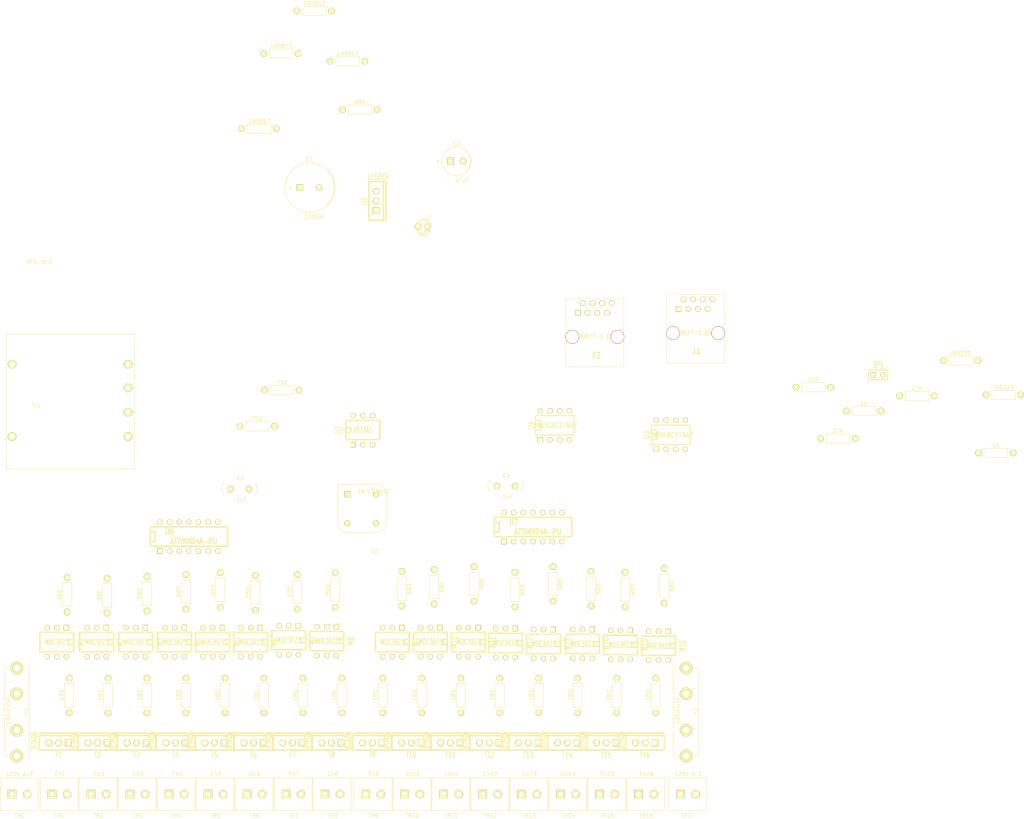
<source format=kicad_pcb>
(kicad_pcb (version 3) (host pcbnew "(2013-07-07 BZR 4022)-stable")

  (general
    (links 225)
    (no_connects 225)
    (area 0 0 0 0)
    (thickness 1.6)
    (drawings 0)
    (tracks 0)
    (zones 0)
    (modules 114)
    (nets 109)
  )

  (page A3)
  (layers
    (15 F.Cu signal)
    (0 B.Cu signal)
    (16 B.Adhes user)
    (17 F.Adhes user)
    (18 B.Paste user)
    (19 F.Paste user)
    (20 B.SilkS user)
    (21 F.SilkS user)
    (22 B.Mask user)
    (23 F.Mask user)
    (24 Dwgs.User user)
    (25 Cmts.User user)
    (26 Eco1.User user)
    (27 Eco2.User user)
    (28 Edge.Cuts user)
  )

  (setup
    (last_trace_width 0.254)
    (trace_clearance 0.254)
    (zone_clearance 0.508)
    (zone_45_only no)
    (trace_min 0.254)
    (segment_width 0.2)
    (edge_width 0.1)
    (via_size 0.889)
    (via_drill 0.635)
    (via_min_size 0.889)
    (via_min_drill 0.508)
    (uvia_size 0.508)
    (uvia_drill 0.127)
    (uvias_allowed no)
    (uvia_min_size 0.508)
    (uvia_min_drill 0.127)
    (pcb_text_width 0.3)
    (pcb_text_size 1.5 1.5)
    (mod_edge_width 0.15)
    (mod_text_size 1 1)
    (mod_text_width 0.15)
    (pad_size 1.5 1.5)
    (pad_drill 0.6)
    (pad_to_mask_clearance 0)
    (aux_axis_origin 0 0)
    (visible_elements 7FFFFFFF)
    (pcbplotparams
      (layerselection 3178497)
      (usegerberextensions true)
      (excludeedgelayer true)
      (linewidth 0.150000)
      (plotframeref false)
      (viasonmask false)
      (mode 1)
      (useauxorigin false)
      (hpglpennumber 1)
      (hpglpenspeed 20)
      (hpglpendiameter 15)
      (hpglpenoverlay 2)
      (psnegative false)
      (psa4output false)
      (plotreference true)
      (plotvalue true)
      (plotothertext true)
      (plotinvisibletext false)
      (padsonsilk false)
      (subtractmaskfromsilk false)
      (outputformat 1)
      (mirror false)
      (drillshape 1)
      (scaleselection 1)
      (outputdirectory ""))
  )

  (net 0 "")
  (net 1 GND)
  (net 2 N-000001)
  (net 3 N-0000010)
  (net 4 N-00000100)
  (net 5 N-00000101)
  (net 6 N-00000102)
  (net 7 N-00000103)
  (net 8 N-00000104)
  (net 9 N-00000105)
  (net 10 N-0000011)
  (net 11 N-0000012)
  (net 12 N-0000013)
  (net 13 N-00000134)
  (net 14 N-0000014)
  (net 15 N-00000140)
  (net 16 N-00000146)
  (net 17 N-0000015)
  (net 18 N-0000016)
  (net 19 N-0000017)
  (net 20 N-0000018)
  (net 21 N-0000019)
  (net 22 N-000002)
  (net 23 N-0000020)
  (net 24 N-0000021)
  (net 25 N-0000022)
  (net 26 N-0000023)
  (net 27 N-0000024)
  (net 28 N-0000025)
  (net 29 N-0000026)
  (net 30 N-0000027)
  (net 31 N-0000028)
  (net 32 N-0000029)
  (net 33 N-000003)
  (net 34 N-0000030)
  (net 35 N-0000031)
  (net 36 N-0000032)
  (net 37 N-0000033)
  (net 38 N-0000034)
  (net 39 N-0000035)
  (net 40 N-0000036)
  (net 41 N-0000037)
  (net 42 N-0000038)
  (net 43 N-0000039)
  (net 44 N-000004)
  (net 45 N-0000040)
  (net 46 N-0000041)
  (net 47 N-0000042)
  (net 48 N-0000043)
  (net 49 N-0000044)
  (net 50 N-0000045)
  (net 51 N-0000046)
  (net 52 N-0000047)
  (net 53 N-0000048)
  (net 54 N-0000049)
  (net 55 N-000005)
  (net 56 N-0000050)
  (net 57 N-0000051)
  (net 58 N-0000053)
  (net 59 N-0000054)
  (net 60 N-0000055)
  (net 61 N-0000056)
  (net 62 N-0000057)
  (net 63 N-0000058)
  (net 64 N-0000059)
  (net 65 N-000006)
  (net 66 N-0000060)
  (net 67 N-0000061)
  (net 68 N-0000062)
  (net 69 N-0000063)
  (net 70 N-0000064)
  (net 71 N-0000065)
  (net 72 N-0000066)
  (net 73 N-0000067)
  (net 74 N-0000068)
  (net 75 N-0000069)
  (net 76 N-000007)
  (net 77 N-0000070)
  (net 78 N-0000071)
  (net 79 N-0000072)
  (net 80 N-0000073)
  (net 81 N-0000074)
  (net 82 N-0000075)
  (net 83 N-0000076)
  (net 84 N-0000077)
  (net 85 N-0000078)
  (net 86 N-0000079)
  (net 87 N-000008)
  (net 88 N-0000080)
  (net 89 N-0000081)
  (net 90 N-0000082)
  (net 91 N-0000083)
  (net 92 N-0000084)
  (net 93 N-0000085)
  (net 94 N-0000086)
  (net 95 N-0000087)
  (net 96 N-0000088)
  (net 97 N-0000089)
  (net 98 N-000009)
  (net 99 N-0000090)
  (net 100 N-0000091)
  (net 101 N-0000092)
  (net 102 N-0000093)
  (net 103 N-0000094)
  (net 104 N-0000095)
  (net 105 N-0000096)
  (net 106 N-0000097)
  (net 107 N-0000098)
  (net 108 N-0000099)

  (net_class Default "This is the default net class."
    (clearance 0.254)
    (trace_width 0.254)
    (via_dia 0.889)
    (via_drill 0.635)
    (uvia_dia 0.508)
    (uvia_drill 0.127)
    (add_net "")
    (add_net GND)
    (add_net N-000001)
    (add_net N-0000010)
    (add_net N-00000100)
    (add_net N-00000101)
    (add_net N-00000102)
    (add_net N-00000103)
    (add_net N-00000104)
    (add_net N-00000105)
    (add_net N-0000011)
    (add_net N-0000012)
    (add_net N-0000013)
    (add_net N-00000134)
    (add_net N-0000014)
    (add_net N-00000140)
    (add_net N-00000146)
    (add_net N-0000015)
    (add_net N-0000016)
    (add_net N-0000017)
    (add_net N-0000018)
    (add_net N-0000019)
    (add_net N-000002)
    (add_net N-0000020)
    (add_net N-0000021)
    (add_net N-0000022)
    (add_net N-0000023)
    (add_net N-0000024)
    (add_net N-0000025)
    (add_net N-0000026)
    (add_net N-0000027)
    (add_net N-0000028)
    (add_net N-0000029)
    (add_net N-000003)
    (add_net N-0000030)
    (add_net N-0000031)
    (add_net N-0000032)
    (add_net N-0000033)
    (add_net N-0000034)
    (add_net N-0000035)
    (add_net N-0000036)
    (add_net N-0000037)
    (add_net N-0000038)
    (add_net N-0000039)
    (add_net N-000004)
    (add_net N-0000040)
    (add_net N-0000041)
    (add_net N-0000042)
    (add_net N-0000043)
    (add_net N-0000044)
    (add_net N-0000045)
    (add_net N-0000046)
    (add_net N-0000047)
    (add_net N-0000048)
    (add_net N-0000049)
    (add_net N-000005)
    (add_net N-0000050)
    (add_net N-0000051)
    (add_net N-0000053)
    (add_net N-0000054)
    (add_net N-0000055)
    (add_net N-0000056)
    (add_net N-0000057)
    (add_net N-0000058)
    (add_net N-0000059)
    (add_net N-000006)
    (add_net N-0000060)
    (add_net N-0000061)
    (add_net N-0000062)
    (add_net N-0000063)
    (add_net N-0000064)
    (add_net N-0000065)
    (add_net N-0000066)
    (add_net N-0000067)
    (add_net N-0000068)
    (add_net N-0000069)
    (add_net N-000007)
    (add_net N-0000070)
    (add_net N-0000071)
    (add_net N-0000072)
    (add_net N-0000073)
    (add_net N-0000074)
    (add_net N-0000075)
    (add_net N-0000076)
    (add_net N-0000077)
    (add_net N-0000078)
    (add_net N-0000079)
    (add_net N-000008)
    (add_net N-0000080)
    (add_net N-0000081)
    (add_net N-0000082)
    (add_net N-0000083)
    (add_net N-0000084)
    (add_net N-0000085)
    (add_net N-0000086)
    (add_net N-0000087)
    (add_net N-0000088)
    (add_net N-0000089)
    (add_net N-000009)
    (add_net N-0000090)
    (add_net N-0000091)
    (add_net N-0000092)
    (add_net N-0000093)
    (add_net N-0000094)
    (add_net N-0000095)
    (add_net N-0000096)
    (add_net N-0000097)
    (add_net N-0000098)
    (add_net N-0000099)
  )

  (module Transformer (layer F.Cu) (tedit 540A80D9) (tstamp 540A96FE)
    (at 40.75 152.75)
    (path /54052BFE)
    (fp_text reference TF1 (at -9.2 1.7) (layer F.SilkS)
      (effects (font (size 1 1) (thickness 0.15)))
    )
    (fp_text value 3FS-312 (at -8.4 -36.2) (layer F.SilkS)
      (effects (font (size 1 1) (thickness 0.15)))
    )
    (fp_line (start -17 -17) (end -17 -17.3) (layer F.SilkS) (width 0.15))
    (fp_line (start 16.7 -17.3) (end 16.7 -17) (layer F.SilkS) (width 0.15))
    (fp_line (start 16.7 18.2) (end 16.7 17.9) (layer F.SilkS) (width 0.15))
    (fp_line (start -17 18.2) (end -17 17.9) (layer F.SilkS) (width 0.15))
    (fp_line (start 16.7 8.7) (end 16.7 -17) (layer F.SilkS) (width 0.15))
    (fp_line (start 16.7 -17.3) (end 14.7 -17.3) (layer F.SilkS) (width 0.15))
    (fp_line (start 16.7 8.7) (end 16.7 17.9) (layer F.SilkS) (width 0.15))
    (fp_line (start 16.7 18.2) (end 14.6 18.2) (layer F.SilkS) (width 0.15))
    (fp_line (start -15.3 18.2) (end -17 18.2) (layer F.SilkS) (width 0.15))
    (fp_line (start -17 17.9) (end -17 -17) (layer F.SilkS) (width 0.15))
    (fp_line (start -17 -17.3) (end -15.3 -17.3) (layer F.SilkS) (width 0.15))
    (fp_line (start -15.3 18.2) (end 14.7 18.2) (layer F.SilkS) (width 0.15))
    (fp_line (start 14.7 -17.3) (end -15.3 -17.3) (layer F.SilkS) (width 0.15))
    (pad 1 thru_hole circle (at -15.5 -9.3) (size 2.25 2.25) (drill 1.25)
      (layers *.Cu *.Mask F.SilkS)
      (net 106 N-0000097)
    )
    (pad 4 thru_hole circle (at -15.5 9.7) (size 2.25 2.25) (drill 1.25)
      (layers *.Cu *.Mask F.SilkS)
      (net 13 N-00000134)
    )
    (pad 5 thru_hole circle (at 15 -9.3) (size 2.25 2.25) (drill 1.25)
      (layers *.Cu *.Mask F.SilkS)
      (net 48 N-0000043)
    )
    (pad 6 thru_hole circle (at 15 -3.1) (size 2.25 2.25) (drill 1.25)
      (layers *.Cu *.Mask F.SilkS)
      (net 49 N-0000044)
    )
    (pad 7 thru_hole circle (at 15 3.3) (size 2.25 2.25) (drill 1.25)
      (layers *.Cu *.Mask F.SilkS)
      (net 48 N-0000043)
    )
    (pad 8 thru_hole circle (at 15 9.7) (size 2.25 2.25) (drill 1.25)
      (layers *.Cu *.Mask F.SilkS)
      (net 49 N-0000044)
    )
  )

  (module TO220_VERT (layer F.Cu) (tedit 43A66C96) (tstamp 540A970C)
    (at 121 100.5)
    (descr "Regulateur TO220 serie LM78xx")
    (tags "TR TO220")
    (path /540548BE)
    (fp_text reference U1 (at -3.175 0 90) (layer F.SilkS)
      (effects (font (size 1.524 1.016) (thickness 0.2032)))
    )
    (fp_text value LF50CV (at 0.635 -6.35) (layer F.SilkS)
      (effects (font (size 1.524 1.016) (thickness 0.2032)))
    )
    (fp_line (start 1.905 -5.08) (end 2.54 -5.08) (layer F.SilkS) (width 0.381))
    (fp_line (start 2.54 -5.08) (end 2.54 5.08) (layer F.SilkS) (width 0.381))
    (fp_line (start 2.54 5.08) (end 1.905 5.08) (layer F.SilkS) (width 0.381))
    (fp_line (start -1.905 -5.08) (end 1.905 -5.08) (layer F.SilkS) (width 0.381))
    (fp_line (start 1.905 -5.08) (end 1.905 5.08) (layer F.SilkS) (width 0.381))
    (fp_line (start 1.905 5.08) (end -1.905 5.08) (layer F.SilkS) (width 0.381))
    (fp_line (start -1.905 5.08) (end -1.905 -5.08) (layer F.SilkS) (width 0.381))
    (pad 2 thru_hole circle (at 0 -2.54) (size 1.778 1.778) (drill 1.016)
      (layers *.Cu *.Mask F.SilkS)
      (net 1 GND)
    )
    (pad 3 thru_hole circle (at 0 0) (size 1.778 1.778) (drill 1.016)
      (layers *.Cu *.Mask F.SilkS)
      (net 16 N-00000146)
    )
    (pad 1 thru_hole rect (at 0 2.54) (size 1.778 1.778) (drill 1.016)
      (layers *.Cu *.Mask F.SilkS)
      (net 77 N-0000070)
    )
  )

  (module TO220_VERT (layer F.Cu) (tedit 43A66C96) (tstamp 540A971A)
    (at 191.75 243 90)
    (descr "Regulateur TO220 serie LM78xx")
    (tags "TR TO220")
    (path /5404A9A3)
    (fp_text reference T16 (at -3.175 0 180) (layer F.SilkS)
      (effects (font (size 1.524 1.016) (thickness 0.2032)))
    )
    (fp_text value BTA06 (at 0.635 -6.35 90) (layer F.SilkS)
      (effects (font (size 1.524 1.016) (thickness 0.2032)))
    )
    (fp_line (start 1.905 -5.08) (end 2.54 -5.08) (layer F.SilkS) (width 0.381))
    (fp_line (start 2.54 -5.08) (end 2.54 5.08) (layer F.SilkS) (width 0.381))
    (fp_line (start 2.54 5.08) (end 1.905 5.08) (layer F.SilkS) (width 0.381))
    (fp_line (start -1.905 -5.08) (end 1.905 -5.08) (layer F.SilkS) (width 0.381))
    (fp_line (start 1.905 -5.08) (end 1.905 5.08) (layer F.SilkS) (width 0.381))
    (fp_line (start 1.905 5.08) (end -1.905 5.08) (layer F.SilkS) (width 0.381))
    (fp_line (start -1.905 5.08) (end -1.905 -5.08) (layer F.SilkS) (width 0.381))
    (pad 2 thru_hole circle (at 0 -2.54 90) (size 1.778 1.778) (drill 1.016)
      (layers *.Cu *.Mask F.SilkS)
      (net 101 N-0000092)
    )
    (pad 3 thru_hole circle (at 0 0 90) (size 1.778 1.778) (drill 1.016)
      (layers *.Cu *.Mask F.SilkS)
      (net 15 N-00000140)
    )
    (pad 1 thru_hole rect (at 0 2.54 90) (size 1.778 1.778) (drill 1.016)
      (layers *.Cu *.Mask F.SilkS)
      (net 76 N-000007)
    )
  )

  (module TO220_VERT (layer F.Cu) (tedit 43A66C96) (tstamp 540A9728)
    (at 181.5 243 90)
    (descr "Regulateur TO220 serie LM78xx")
    (tags "TR TO220")
    (path /5404A99D)
    (fp_text reference T15 (at -3.175 0 180) (layer F.SilkS)
      (effects (font (size 1.524 1.016) (thickness 0.2032)))
    )
    (fp_text value BTA06 (at 0.635 -6.35 90) (layer F.SilkS)
      (effects (font (size 1.524 1.016) (thickness 0.2032)))
    )
    (fp_line (start 1.905 -5.08) (end 2.54 -5.08) (layer F.SilkS) (width 0.381))
    (fp_line (start 2.54 -5.08) (end 2.54 5.08) (layer F.SilkS) (width 0.381))
    (fp_line (start 2.54 5.08) (end 1.905 5.08) (layer F.SilkS) (width 0.381))
    (fp_line (start -1.905 -5.08) (end 1.905 -5.08) (layer F.SilkS) (width 0.381))
    (fp_line (start 1.905 -5.08) (end 1.905 5.08) (layer F.SilkS) (width 0.381))
    (fp_line (start 1.905 5.08) (end -1.905 5.08) (layer F.SilkS) (width 0.381))
    (fp_line (start -1.905 5.08) (end -1.905 -5.08) (layer F.SilkS) (width 0.381))
    (pad 2 thru_hole circle (at 0 -2.54 90) (size 1.778 1.778) (drill 1.016)
      (layers *.Cu *.Mask F.SilkS)
      (net 90 N-0000082)
    )
    (pad 3 thru_hole circle (at 0 0 90) (size 1.778 1.778) (drill 1.016)
      (layers *.Cu *.Mask F.SilkS)
      (net 15 N-00000140)
    )
    (pad 1 thru_hole rect (at 0 2.54 90) (size 1.778 1.778) (drill 1.016)
      (layers *.Cu *.Mask F.SilkS)
      (net 87 N-000008)
    )
  )

  (module TO220_VERT (layer F.Cu) (tedit 43A66C96) (tstamp 540A9736)
    (at 171.25 243 90)
    (descr "Regulateur TO220 serie LM78xx")
    (tags "TR TO220")
    (path /5404A997)
    (fp_text reference T14 (at -3.175 0 180) (layer F.SilkS)
      (effects (font (size 1.524 1.016) (thickness 0.2032)))
    )
    (fp_text value BTA06 (at 0.635 -6.35 90) (layer F.SilkS)
      (effects (font (size 1.524 1.016) (thickness 0.2032)))
    )
    (fp_line (start 1.905 -5.08) (end 2.54 -5.08) (layer F.SilkS) (width 0.381))
    (fp_line (start 2.54 -5.08) (end 2.54 5.08) (layer F.SilkS) (width 0.381))
    (fp_line (start 2.54 5.08) (end 1.905 5.08) (layer F.SilkS) (width 0.381))
    (fp_line (start -1.905 -5.08) (end 1.905 -5.08) (layer F.SilkS) (width 0.381))
    (fp_line (start 1.905 -5.08) (end 1.905 5.08) (layer F.SilkS) (width 0.381))
    (fp_line (start 1.905 5.08) (end -1.905 5.08) (layer F.SilkS) (width 0.381))
    (fp_line (start -1.905 5.08) (end -1.905 -5.08) (layer F.SilkS) (width 0.381))
    (pad 2 thru_hole circle (at 0 -2.54 90) (size 1.778 1.778) (drill 1.016)
      (layers *.Cu *.Mask F.SilkS)
      (net 89 N-0000081)
    )
    (pad 3 thru_hole circle (at 0 0 90) (size 1.778 1.778) (drill 1.016)
      (layers *.Cu *.Mask F.SilkS)
      (net 15 N-00000140)
    )
    (pad 1 thru_hole rect (at 0 2.54 90) (size 1.778 1.778) (drill 1.016)
      (layers *.Cu *.Mask F.SilkS)
      (net 98 N-000009)
    )
  )

  (module TO220_VERT (layer F.Cu) (tedit 43A66C96) (tstamp 540A9744)
    (at 161 243 90)
    (descr "Regulateur TO220 serie LM78xx")
    (tags "TR TO220")
    (path /5404A991)
    (fp_text reference T13 (at -3.175 0 180) (layer F.SilkS)
      (effects (font (size 1.524 1.016) (thickness 0.2032)))
    )
    (fp_text value BTA06 (at 0.635 -6.35 90) (layer F.SilkS)
      (effects (font (size 1.524 1.016) (thickness 0.2032)))
    )
    (fp_line (start 1.905 -5.08) (end 2.54 -5.08) (layer F.SilkS) (width 0.381))
    (fp_line (start 2.54 -5.08) (end 2.54 5.08) (layer F.SilkS) (width 0.381))
    (fp_line (start 2.54 5.08) (end 1.905 5.08) (layer F.SilkS) (width 0.381))
    (fp_line (start -1.905 -5.08) (end 1.905 -5.08) (layer F.SilkS) (width 0.381))
    (fp_line (start 1.905 -5.08) (end 1.905 5.08) (layer F.SilkS) (width 0.381))
    (fp_line (start 1.905 5.08) (end -1.905 5.08) (layer F.SilkS) (width 0.381))
    (fp_line (start -1.905 5.08) (end -1.905 -5.08) (layer F.SilkS) (width 0.381))
    (pad 2 thru_hole circle (at 0 -2.54 90) (size 1.778 1.778) (drill 1.016)
      (layers *.Cu *.Mask F.SilkS)
      (net 88 N-0000080)
    )
    (pad 3 thru_hole circle (at 0 0 90) (size 1.778 1.778) (drill 1.016)
      (layers *.Cu *.Mask F.SilkS)
      (net 15 N-00000140)
    )
    (pad 1 thru_hole rect (at 0 2.54 90) (size 1.778 1.778) (drill 1.016)
      (layers *.Cu *.Mask F.SilkS)
      (net 39 N-0000035)
    )
  )

  (module TO220_VERT (layer F.Cu) (tedit 43A66C96) (tstamp 540A9752)
    (at 150.75 243 90)
    (descr "Regulateur TO220 serie LM78xx")
    (tags "TR TO220")
    (path /5404A98B)
    (fp_text reference T12 (at -3.175 0 180) (layer F.SilkS)
      (effects (font (size 1.524 1.016) (thickness 0.2032)))
    )
    (fp_text value BTA06 (at 0.635 -6.35 90) (layer F.SilkS)
      (effects (font (size 1.524 1.016) (thickness 0.2032)))
    )
    (fp_line (start 1.905 -5.08) (end 2.54 -5.08) (layer F.SilkS) (width 0.381))
    (fp_line (start 2.54 -5.08) (end 2.54 5.08) (layer F.SilkS) (width 0.381))
    (fp_line (start 2.54 5.08) (end 1.905 5.08) (layer F.SilkS) (width 0.381))
    (fp_line (start -1.905 -5.08) (end 1.905 -5.08) (layer F.SilkS) (width 0.381))
    (fp_line (start 1.905 -5.08) (end 1.905 5.08) (layer F.SilkS) (width 0.381))
    (fp_line (start 1.905 5.08) (end -1.905 5.08) (layer F.SilkS) (width 0.381))
    (fp_line (start -1.905 5.08) (end -1.905 -5.08) (layer F.SilkS) (width 0.381))
    (pad 2 thru_hole circle (at 0 -2.54 90) (size 1.778 1.778) (drill 1.016)
      (layers *.Cu *.Mask F.SilkS)
      (net 91 N-0000083)
    )
    (pad 3 thru_hole circle (at 0 0 90) (size 1.778 1.778) (drill 1.016)
      (layers *.Cu *.Mask F.SilkS)
      (net 15 N-00000140)
    )
    (pad 1 thru_hole rect (at 0 2.54 90) (size 1.778 1.778) (drill 1.016)
      (layers *.Cu *.Mask F.SilkS)
      (net 40 N-0000036)
    )
  )

  (module TO220_VERT (layer F.Cu) (tedit 43A66C96) (tstamp 540A9760)
    (at 140.5 243 90)
    (descr "Regulateur TO220 serie LM78xx")
    (tags "TR TO220")
    (path /5404A985)
    (fp_text reference T11 (at -3.175 0 180) (layer F.SilkS)
      (effects (font (size 1.524 1.016) (thickness 0.2032)))
    )
    (fp_text value BTA06 (at 0.635 -6.35 90) (layer F.SilkS)
      (effects (font (size 1.524 1.016) (thickness 0.2032)))
    )
    (fp_line (start 1.905 -5.08) (end 2.54 -5.08) (layer F.SilkS) (width 0.381))
    (fp_line (start 2.54 -5.08) (end 2.54 5.08) (layer F.SilkS) (width 0.381))
    (fp_line (start 2.54 5.08) (end 1.905 5.08) (layer F.SilkS) (width 0.381))
    (fp_line (start -1.905 -5.08) (end 1.905 -5.08) (layer F.SilkS) (width 0.381))
    (fp_line (start 1.905 -5.08) (end 1.905 5.08) (layer F.SilkS) (width 0.381))
    (fp_line (start 1.905 5.08) (end -1.905 5.08) (layer F.SilkS) (width 0.381))
    (fp_line (start -1.905 5.08) (end -1.905 -5.08) (layer F.SilkS) (width 0.381))
    (pad 2 thru_hole circle (at 0 -2.54 90) (size 1.778 1.778) (drill 1.016)
      (layers *.Cu *.Mask F.SilkS)
      (net 104 N-0000095)
    )
    (pad 3 thru_hole circle (at 0 0 90) (size 1.778 1.778) (drill 1.016)
      (layers *.Cu *.Mask F.SilkS)
      (net 15 N-00000140)
    )
    (pad 1 thru_hole rect (at 0 2.54 90) (size 1.778 1.778) (drill 1.016)
      (layers *.Cu *.Mask F.SilkS)
      (net 41 N-0000037)
    )
  )

  (module TO220_VERT (layer F.Cu) (tedit 43A66C96) (tstamp 540A976E)
    (at 130.25 243 90)
    (descr "Regulateur TO220 serie LM78xx")
    (tags "TR TO220")
    (path /5404A97F)
    (fp_text reference T10 (at -3.175 0 180) (layer F.SilkS)
      (effects (font (size 1.524 1.016) (thickness 0.2032)))
    )
    (fp_text value BTA06 (at 0.635 -6.35 90) (layer F.SilkS)
      (effects (font (size 1.524 1.016) (thickness 0.2032)))
    )
    (fp_line (start 1.905 -5.08) (end 2.54 -5.08) (layer F.SilkS) (width 0.381))
    (fp_line (start 2.54 -5.08) (end 2.54 5.08) (layer F.SilkS) (width 0.381))
    (fp_line (start 2.54 5.08) (end 1.905 5.08) (layer F.SilkS) (width 0.381))
    (fp_line (start -1.905 -5.08) (end 1.905 -5.08) (layer F.SilkS) (width 0.381))
    (fp_line (start 1.905 -5.08) (end 1.905 5.08) (layer F.SilkS) (width 0.381))
    (fp_line (start 1.905 5.08) (end -1.905 5.08) (layer F.SilkS) (width 0.381))
    (fp_line (start -1.905 5.08) (end -1.905 -5.08) (layer F.SilkS) (width 0.381))
    (pad 2 thru_hole circle (at 0 -2.54 90) (size 1.778 1.778) (drill 1.016)
      (layers *.Cu *.Mask F.SilkS)
      (net 103 N-0000094)
    )
    (pad 3 thru_hole circle (at 0 0 90) (size 1.778 1.778) (drill 1.016)
      (layers *.Cu *.Mask F.SilkS)
      (net 15 N-00000140)
    )
    (pad 1 thru_hole rect (at 0 2.54 90) (size 1.778 1.778) (drill 1.016)
      (layers *.Cu *.Mask F.SilkS)
      (net 42 N-0000038)
    )
  )

  (module TO220_VERT (layer F.Cu) (tedit 43A66C96) (tstamp 540A977C)
    (at 120 243 90)
    (descr "Regulateur TO220 serie LM78xx")
    (tags "TR TO220")
    (path /5404A979)
    (fp_text reference T9 (at -3.175 0 180) (layer F.SilkS)
      (effects (font (size 1.524 1.016) (thickness 0.2032)))
    )
    (fp_text value BTA06 (at 0.635 -6.35 90) (layer F.SilkS)
      (effects (font (size 1.524 1.016) (thickness 0.2032)))
    )
    (fp_line (start 1.905 -5.08) (end 2.54 -5.08) (layer F.SilkS) (width 0.381))
    (fp_line (start 2.54 -5.08) (end 2.54 5.08) (layer F.SilkS) (width 0.381))
    (fp_line (start 2.54 5.08) (end 1.905 5.08) (layer F.SilkS) (width 0.381))
    (fp_line (start -1.905 -5.08) (end 1.905 -5.08) (layer F.SilkS) (width 0.381))
    (fp_line (start 1.905 -5.08) (end 1.905 5.08) (layer F.SilkS) (width 0.381))
    (fp_line (start 1.905 5.08) (end -1.905 5.08) (layer F.SilkS) (width 0.381))
    (fp_line (start -1.905 5.08) (end -1.905 -5.08) (layer F.SilkS) (width 0.381))
    (pad 2 thru_hole circle (at 0 -2.54 90) (size 1.778 1.778) (drill 1.016)
      (layers *.Cu *.Mask F.SilkS)
      (net 102 N-0000093)
    )
    (pad 3 thru_hole circle (at 0 0 90) (size 1.778 1.778) (drill 1.016)
      (layers *.Cu *.Mask F.SilkS)
      (net 15 N-00000140)
    )
    (pad 1 thru_hole rect (at 0 2.54 90) (size 1.778 1.778) (drill 1.016)
      (layers *.Cu *.Mask F.SilkS)
      (net 43 N-0000039)
    )
  )

  (module TO220_VERT (layer F.Cu) (tedit 43A66C96) (tstamp 540A978A)
    (at 109.25 243 90)
    (descr "Regulateur TO220 serie LM78xx")
    (tags "TR TO220")
    (path /5404A51A)
    (fp_text reference T8 (at -3.175 0 180) (layer F.SilkS)
      (effects (font (size 1.524 1.016) (thickness 0.2032)))
    )
    (fp_text value BTA06 (at 0.635 -6.35 90) (layer F.SilkS)
      (effects (font (size 1.524 1.016) (thickness 0.2032)))
    )
    (fp_line (start 1.905 -5.08) (end 2.54 -5.08) (layer F.SilkS) (width 0.381))
    (fp_line (start 2.54 -5.08) (end 2.54 5.08) (layer F.SilkS) (width 0.381))
    (fp_line (start 2.54 5.08) (end 1.905 5.08) (layer F.SilkS) (width 0.381))
    (fp_line (start -1.905 -5.08) (end 1.905 -5.08) (layer F.SilkS) (width 0.381))
    (fp_line (start 1.905 -5.08) (end 1.905 5.08) (layer F.SilkS) (width 0.381))
    (fp_line (start 1.905 5.08) (end -1.905 5.08) (layer F.SilkS) (width 0.381))
    (fp_line (start -1.905 5.08) (end -1.905 -5.08) (layer F.SilkS) (width 0.381))
    (pad 2 thru_hole circle (at 0 -2.54 90) (size 1.778 1.778) (drill 1.016)
      (layers *.Cu *.Mask F.SilkS)
      (net 108 N-0000099)
    )
    (pad 3 thru_hole circle (at 0 0 90) (size 1.778 1.778) (drill 1.016)
      (layers *.Cu *.Mask F.SilkS)
      (net 13 N-00000134)
    )
    (pad 1 thru_hole rect (at 0 2.54 90) (size 1.778 1.778) (drill 1.016)
      (layers *.Cu *.Mask F.SilkS)
      (net 29 N-0000026)
    )
  )

  (module TO220_VERT (layer F.Cu) (tedit 43A66C96) (tstamp 540A9798)
    (at 99 243 90)
    (descr "Regulateur TO220 serie LM78xx")
    (tags "TR TO220")
    (path /5404A514)
    (fp_text reference T7 (at -3.175 0 180) (layer F.SilkS)
      (effects (font (size 1.524 1.016) (thickness 0.2032)))
    )
    (fp_text value BTA06 (at 0.635 -6.35 90) (layer F.SilkS)
      (effects (font (size 1.524 1.016) (thickness 0.2032)))
    )
    (fp_line (start 1.905 -5.08) (end 2.54 -5.08) (layer F.SilkS) (width 0.381))
    (fp_line (start 2.54 -5.08) (end 2.54 5.08) (layer F.SilkS) (width 0.381))
    (fp_line (start 2.54 5.08) (end 1.905 5.08) (layer F.SilkS) (width 0.381))
    (fp_line (start -1.905 -5.08) (end 1.905 -5.08) (layer F.SilkS) (width 0.381))
    (fp_line (start 1.905 -5.08) (end 1.905 5.08) (layer F.SilkS) (width 0.381))
    (fp_line (start 1.905 5.08) (end -1.905 5.08) (layer F.SilkS) (width 0.381))
    (fp_line (start -1.905 5.08) (end -1.905 -5.08) (layer F.SilkS) (width 0.381))
    (pad 2 thru_hole circle (at 0 -2.54 90) (size 1.778 1.778) (drill 1.016)
      (layers *.Cu *.Mask F.SilkS)
      (net 9 N-00000105)
    )
    (pad 3 thru_hole circle (at 0 0 90) (size 1.778 1.778) (drill 1.016)
      (layers *.Cu *.Mask F.SilkS)
      (net 13 N-00000134)
    )
    (pad 1 thru_hole rect (at 0 2.54 90) (size 1.778 1.778) (drill 1.016)
      (layers *.Cu *.Mask F.SilkS)
      (net 31 N-0000028)
    )
  )

  (module TO220_VERT (layer F.Cu) (tedit 43A66C96) (tstamp 540A97A6)
    (at 88.75 243 90)
    (descr "Regulateur TO220 serie LM78xx")
    (tags "TR TO220")
    (path /5404A50E)
    (fp_text reference T6 (at -3.175 0 180) (layer F.SilkS)
      (effects (font (size 1.524 1.016) (thickness 0.2032)))
    )
    (fp_text value BTA06 (at 0.635 -6.35 90) (layer F.SilkS)
      (effects (font (size 1.524 1.016) (thickness 0.2032)))
    )
    (fp_line (start 1.905 -5.08) (end 2.54 -5.08) (layer F.SilkS) (width 0.381))
    (fp_line (start 2.54 -5.08) (end 2.54 5.08) (layer F.SilkS) (width 0.381))
    (fp_line (start 2.54 5.08) (end 1.905 5.08) (layer F.SilkS) (width 0.381))
    (fp_line (start -1.905 -5.08) (end 1.905 -5.08) (layer F.SilkS) (width 0.381))
    (fp_line (start 1.905 -5.08) (end 1.905 5.08) (layer F.SilkS) (width 0.381))
    (fp_line (start 1.905 5.08) (end -1.905 5.08) (layer F.SilkS) (width 0.381))
    (fp_line (start -1.905 5.08) (end -1.905 -5.08) (layer F.SilkS) (width 0.381))
    (pad 2 thru_hole circle (at 0 -2.54 90) (size 1.778 1.778) (drill 1.016)
      (layers *.Cu *.Mask F.SilkS)
      (net 8 N-00000104)
    )
    (pad 3 thru_hole circle (at 0 0 90) (size 1.778 1.778) (drill 1.016)
      (layers *.Cu *.Mask F.SilkS)
      (net 13 N-00000134)
    )
    (pad 1 thru_hole rect (at 0 2.54 90) (size 1.778 1.778) (drill 1.016)
      (layers *.Cu *.Mask F.SilkS)
      (net 35 N-0000031)
    )
  )

  (module TO220_VERT (layer F.Cu) (tedit 43A66C96) (tstamp 540A97B4)
    (at 78.5 243 90)
    (descr "Regulateur TO220 serie LM78xx")
    (tags "TR TO220")
    (path /5404A508)
    (fp_text reference T5 (at -3.175 0 180) (layer F.SilkS)
      (effects (font (size 1.524 1.016) (thickness 0.2032)))
    )
    (fp_text value BTA06 (at 0.635 -6.35 90) (layer F.SilkS)
      (effects (font (size 1.524 1.016) (thickness 0.2032)))
    )
    (fp_line (start 1.905 -5.08) (end 2.54 -5.08) (layer F.SilkS) (width 0.381))
    (fp_line (start 2.54 -5.08) (end 2.54 5.08) (layer F.SilkS) (width 0.381))
    (fp_line (start 2.54 5.08) (end 1.905 5.08) (layer F.SilkS) (width 0.381))
    (fp_line (start -1.905 -5.08) (end 1.905 -5.08) (layer F.SilkS) (width 0.381))
    (fp_line (start 1.905 -5.08) (end 1.905 5.08) (layer F.SilkS) (width 0.381))
    (fp_line (start 1.905 5.08) (end -1.905 5.08) (layer F.SilkS) (width 0.381))
    (fp_line (start -1.905 5.08) (end -1.905 -5.08) (layer F.SilkS) (width 0.381))
    (pad 2 thru_hole circle (at 0 -2.54 90) (size 1.778 1.778) (drill 1.016)
      (layers *.Cu *.Mask F.SilkS)
      (net 7 N-00000103)
    )
    (pad 3 thru_hole circle (at 0 0 90) (size 1.778 1.778) (drill 1.016)
      (layers *.Cu *.Mask F.SilkS)
      (net 13 N-00000134)
    )
    (pad 1 thru_hole rect (at 0 2.54 90) (size 1.778 1.778) (drill 1.016)
      (layers *.Cu *.Mask F.SilkS)
      (net 37 N-0000033)
    )
  )

  (module TO220_VERT (layer F.Cu) (tedit 43A66C96) (tstamp 540A97C2)
    (at 58 243 90)
    (descr "Regulateur TO220 serie LM78xx")
    (tags "TR TO220")
    (path /5404A4BB)
    (fp_text reference T3 (at -3.175 0 180) (layer F.SilkS)
      (effects (font (size 1.524 1.016) (thickness 0.2032)))
    )
    (fp_text value BTA06 (at 0.635 -6.35 90) (layer F.SilkS)
      (effects (font (size 1.524 1.016) (thickness 0.2032)))
    )
    (fp_line (start 1.905 -5.08) (end 2.54 -5.08) (layer F.SilkS) (width 0.381))
    (fp_line (start 2.54 -5.08) (end 2.54 5.08) (layer F.SilkS) (width 0.381))
    (fp_line (start 2.54 5.08) (end 1.905 5.08) (layer F.SilkS) (width 0.381))
    (fp_line (start -1.905 -5.08) (end 1.905 -5.08) (layer F.SilkS) (width 0.381))
    (fp_line (start 1.905 -5.08) (end 1.905 5.08) (layer F.SilkS) (width 0.381))
    (fp_line (start 1.905 5.08) (end -1.905 5.08) (layer F.SilkS) (width 0.381))
    (fp_line (start -1.905 5.08) (end -1.905 -5.08) (layer F.SilkS) (width 0.381))
    (pad 2 thru_hole circle (at 0 -2.54 90) (size 1.778 1.778) (drill 1.016)
      (layers *.Cu *.Mask F.SilkS)
      (net 5 N-00000101)
    )
    (pad 3 thru_hole circle (at 0 0 90) (size 1.778 1.778) (drill 1.016)
      (layers *.Cu *.Mask F.SilkS)
      (net 13 N-00000134)
    )
    (pad 1 thru_hole rect (at 0 2.54 90) (size 1.778 1.778) (drill 1.016)
      (layers *.Cu *.Mask F.SilkS)
      (net 94 N-0000086)
    )
  )

  (module TO220_VERT (layer F.Cu) (tedit 43A66C96) (tstamp 540A97D0)
    (at 47.75 243 90)
    (descr "Regulateur TO220 serie LM78xx")
    (tags "TR TO220")
    (path /5404A46F)
    (fp_text reference T2 (at -3.175 0 180) (layer F.SilkS)
      (effects (font (size 1.524 1.016) (thickness 0.2032)))
    )
    (fp_text value BTA06 (at 0.635 -6.35 90) (layer F.SilkS)
      (effects (font (size 1.524 1.016) (thickness 0.2032)))
    )
    (fp_line (start 1.905 -5.08) (end 2.54 -5.08) (layer F.SilkS) (width 0.381))
    (fp_line (start 2.54 -5.08) (end 2.54 5.08) (layer F.SilkS) (width 0.381))
    (fp_line (start 2.54 5.08) (end 1.905 5.08) (layer F.SilkS) (width 0.381))
    (fp_line (start -1.905 -5.08) (end 1.905 -5.08) (layer F.SilkS) (width 0.381))
    (fp_line (start 1.905 -5.08) (end 1.905 5.08) (layer F.SilkS) (width 0.381))
    (fp_line (start 1.905 5.08) (end -1.905 5.08) (layer F.SilkS) (width 0.381))
    (fp_line (start -1.905 5.08) (end -1.905 -5.08) (layer F.SilkS) (width 0.381))
    (pad 2 thru_hole circle (at 0 -2.54 90) (size 1.778 1.778) (drill 1.016)
      (layers *.Cu *.Mask F.SilkS)
      (net 4 N-00000100)
    )
    (pad 3 thru_hole circle (at 0 0 90) (size 1.778 1.778) (drill 1.016)
      (layers *.Cu *.Mask F.SilkS)
      (net 13 N-00000134)
    )
    (pad 1 thru_hole rect (at 0 2.54 90) (size 1.778 1.778) (drill 1.016)
      (layers *.Cu *.Mask F.SilkS)
      (net 96 N-0000088)
    )
  )

  (module TO220_VERT (layer F.Cu) (tedit 43A66C96) (tstamp 540A97DE)
    (at 37.5 243 90)
    (descr "Regulateur TO220 serie LM78xx")
    (tags "TR TO220")
    (path /5404A453)
    (fp_text reference T1 (at -3.175 0 180) (layer F.SilkS)
      (effects (font (size 1.524 1.016) (thickness 0.2032)))
    )
    (fp_text value BTA06 (at 0.635 -6.35 90) (layer F.SilkS)
      (effects (font (size 1.524 1.016) (thickness 0.2032)))
    )
    (fp_line (start 1.905 -5.08) (end 2.54 -5.08) (layer F.SilkS) (width 0.381))
    (fp_line (start 2.54 -5.08) (end 2.54 5.08) (layer F.SilkS) (width 0.381))
    (fp_line (start 2.54 5.08) (end 1.905 5.08) (layer F.SilkS) (width 0.381))
    (fp_line (start -1.905 -5.08) (end 1.905 -5.08) (layer F.SilkS) (width 0.381))
    (fp_line (start 1.905 -5.08) (end 1.905 5.08) (layer F.SilkS) (width 0.381))
    (fp_line (start 1.905 5.08) (end -1.905 5.08) (layer F.SilkS) (width 0.381))
    (fp_line (start -1.905 5.08) (end -1.905 -5.08) (layer F.SilkS) (width 0.381))
    (pad 2 thru_hole circle (at 0 -2.54 90) (size 1.778 1.778) (drill 1.016)
      (layers *.Cu *.Mask F.SilkS)
      (net 83 N-0000076)
    )
    (pad 3 thru_hole circle (at 0 0 90) (size 1.778 1.778) (drill 1.016)
      (layers *.Cu *.Mask F.SilkS)
      (net 13 N-00000134)
    )
    (pad 1 thru_hole rect (at 0 2.54 90) (size 1.778 1.778) (drill 1.016)
      (layers *.Cu *.Mask F.SilkS)
      (net 99 N-0000090)
    )
  )

  (module TO220_VERT (layer F.Cu) (tedit 43A66C96) (tstamp 540A97EC)
    (at 68.25 243 90)
    (descr "Regulateur TO220 serie LM78xx")
    (tags "TR TO220")
    (path /5404A502)
    (fp_text reference T4 (at -3.175 0 180) (layer F.SilkS)
      (effects (font (size 1.524 1.016) (thickness 0.2032)))
    )
    (fp_text value BTA06 (at 0.635 -6.35 90) (layer F.SilkS)
      (effects (font (size 1.524 1.016) (thickness 0.2032)))
    )
    (fp_line (start 1.905 -5.08) (end 2.54 -5.08) (layer F.SilkS) (width 0.381))
    (fp_line (start 2.54 -5.08) (end 2.54 5.08) (layer F.SilkS) (width 0.381))
    (fp_line (start 2.54 5.08) (end 1.905 5.08) (layer F.SilkS) (width 0.381))
    (fp_line (start -1.905 -5.08) (end 1.905 -5.08) (layer F.SilkS) (width 0.381))
    (fp_line (start 1.905 -5.08) (end 1.905 5.08) (layer F.SilkS) (width 0.381))
    (fp_line (start 1.905 5.08) (end -1.905 5.08) (layer F.SilkS) (width 0.381))
    (fp_line (start -1.905 5.08) (end -1.905 -5.08) (layer F.SilkS) (width 0.381))
    (pad 2 thru_hole circle (at 0 -2.54 90) (size 1.778 1.778) (drill 1.016)
      (layers *.Cu *.Mask F.SilkS)
      (net 6 N-00000102)
    )
    (pad 3 thru_hole circle (at 0 0 90) (size 1.778 1.778) (drill 1.016)
      (layers *.Cu *.Mask F.SilkS)
      (net 13 N-00000134)
    )
    (pad 1 thru_hole rect (at 0 2.54 90) (size 1.778 1.778) (drill 1.016)
      (layers *.Cu *.Mask F.SilkS)
      (net 66 N-0000060)
    )
  )

  (module Terminal (layer F.Cu) (tedit 540A8B18) (tstamp 540A97F6)
    (at 140.75 256.5)
    (path /5404A967)
    (fp_text reference TR11 (at -0.05 5.65) (layer F.SilkS)
      (effects (font (size 1 1) (thickness 0.15)))
    )
    (fp_text value Ch11 (at 0.1 -5.3) (layer F.SilkS)
      (effects (font (size 1 1) (thickness 0.15)))
    )
    (fp_line (start -5.1 4.25) (end 4.9 4.3) (layer F.SilkS) (width 0.15))
    (fp_line (start 4.9 -4.25) (end -5.1 -4.25) (layer F.SilkS) (width 0.15))
    (fp_line (start -5.1 -4.25) (end -5.1 4.25) (layer F.SilkS) (width 0.15))
    (fp_line (start 4.9 4.25) (end 4.9 -4.25) (layer F.SilkS) (width 0.15))
    (pad 1 thru_hole rect (at -2 0) (size 2.25 2.25) (drill 1.25)
      (layers *.Cu *.Mask F.SilkS)
      (net 104 N-0000095)
    )
    (pad 2 thru_hole circle (at 2 0) (size 2.25 2.25) (drill 1.25)
      (layers *.Cu *.Mask F.SilkS)
      (net 107 N-0000098)
    )
  )

  (module Terminal (layer F.Cu) (tedit 540A8B18) (tstamp 540A9800)
    (at 109.5 256.5)
    (path /5404A1F2)
    (fp_text reference TR8 (at -0.05 5.65) (layer F.SilkS)
      (effects (font (size 1 1) (thickness 0.15)))
    )
    (fp_text value Ch8 (at 0.1 -5.3) (layer F.SilkS)
      (effects (font (size 1 1) (thickness 0.15)))
    )
    (fp_line (start -5.1 4.25) (end 4.9 4.3) (layer F.SilkS) (width 0.15))
    (fp_line (start 4.9 -4.25) (end -5.1 -4.25) (layer F.SilkS) (width 0.15))
    (fp_line (start -5.1 -4.25) (end -5.1 4.25) (layer F.SilkS) (width 0.15))
    (fp_line (start 4.9 4.25) (end 4.9 -4.25) (layer F.SilkS) (width 0.15))
    (pad 1 thru_hole rect (at -2 0) (size 2.25 2.25) (drill 1.25)
      (layers *.Cu *.Mask F.SilkS)
      (net 108 N-0000099)
    )
    (pad 2 thru_hole circle (at 2 0) (size 2.25 2.25) (drill 1.25)
      (layers *.Cu *.Mask F.SilkS)
      (net 106 N-0000097)
    )
  )

  (module Terminal (layer F.Cu) (tedit 540A8B18) (tstamp 540A980A)
    (at 99.25 256.5)
    (path /5404A1F8)
    (fp_text reference TR7 (at -0.05 5.65) (layer F.SilkS)
      (effects (font (size 1 1) (thickness 0.15)))
    )
    (fp_text value Ch7 (at 0.1 -5.3) (layer F.SilkS)
      (effects (font (size 1 1) (thickness 0.15)))
    )
    (fp_line (start -5.1 4.25) (end 4.9 4.3) (layer F.SilkS) (width 0.15))
    (fp_line (start 4.9 -4.25) (end -5.1 -4.25) (layer F.SilkS) (width 0.15))
    (fp_line (start -5.1 -4.25) (end -5.1 4.25) (layer F.SilkS) (width 0.15))
    (fp_line (start 4.9 4.25) (end 4.9 -4.25) (layer F.SilkS) (width 0.15))
    (pad 1 thru_hole rect (at -2 0) (size 2.25 2.25) (drill 1.25)
      (layers *.Cu *.Mask F.SilkS)
      (net 9 N-00000105)
    )
    (pad 2 thru_hole circle (at 2 0) (size 2.25 2.25) (drill 1.25)
      (layers *.Cu *.Mask F.SilkS)
      (net 106 N-0000097)
    )
  )

  (module Terminal (layer F.Cu) (tedit 540A8B18) (tstamp 540A9814)
    (at 89 256.5)
    (path /5404A1FE)
    (fp_text reference TR6 (at -0.05 5.65) (layer F.SilkS)
      (effects (font (size 1 1) (thickness 0.15)))
    )
    (fp_text value Ch6 (at 0.1 -5.3) (layer F.SilkS)
      (effects (font (size 1 1) (thickness 0.15)))
    )
    (fp_line (start -5.1 4.25) (end 4.9 4.3) (layer F.SilkS) (width 0.15))
    (fp_line (start 4.9 -4.25) (end -5.1 -4.25) (layer F.SilkS) (width 0.15))
    (fp_line (start -5.1 -4.25) (end -5.1 4.25) (layer F.SilkS) (width 0.15))
    (fp_line (start 4.9 4.25) (end 4.9 -4.25) (layer F.SilkS) (width 0.15))
    (pad 1 thru_hole rect (at -2 0) (size 2.25 2.25) (drill 1.25)
      (layers *.Cu *.Mask F.SilkS)
      (net 8 N-00000104)
    )
    (pad 2 thru_hole circle (at 2 0) (size 2.25 2.25) (drill 1.25)
      (layers *.Cu *.Mask F.SilkS)
      (net 106 N-0000097)
    )
  )

  (module Terminal (layer F.Cu) (tedit 540A8B18) (tstamp 540A981E)
    (at 78.75 256.5)
    (path /5404A204)
    (fp_text reference TR5 (at -0.05 5.65) (layer F.SilkS)
      (effects (font (size 1 1) (thickness 0.15)))
    )
    (fp_text value Ch5 (at 0.1 -5.3) (layer F.SilkS)
      (effects (font (size 1 1) (thickness 0.15)))
    )
    (fp_line (start -5.1 4.25) (end 4.9 4.3) (layer F.SilkS) (width 0.15))
    (fp_line (start 4.9 -4.25) (end -5.1 -4.25) (layer F.SilkS) (width 0.15))
    (fp_line (start -5.1 -4.25) (end -5.1 4.25) (layer F.SilkS) (width 0.15))
    (fp_line (start 4.9 4.25) (end 4.9 -4.25) (layer F.SilkS) (width 0.15))
    (pad 1 thru_hole rect (at -2 0) (size 2.25 2.25) (drill 1.25)
      (layers *.Cu *.Mask F.SilkS)
      (net 7 N-00000103)
    )
    (pad 2 thru_hole circle (at 2 0) (size 2.25 2.25) (drill 1.25)
      (layers *.Cu *.Mask F.SilkS)
      (net 106 N-0000097)
    )
  )

  (module Terminal (layer F.Cu) (tedit 540A8B18) (tstamp 540A9828)
    (at 68.5 256.5)
    (path /5404A20A)
    (fp_text reference TR4 (at -0.05 5.65) (layer F.SilkS)
      (effects (font (size 1 1) (thickness 0.15)))
    )
    (fp_text value Ch4 (at 0.1 -5.3) (layer F.SilkS)
      (effects (font (size 1 1) (thickness 0.15)))
    )
    (fp_line (start -5.1 4.25) (end 4.9 4.3) (layer F.SilkS) (width 0.15))
    (fp_line (start 4.9 -4.25) (end -5.1 -4.25) (layer F.SilkS) (width 0.15))
    (fp_line (start -5.1 -4.25) (end -5.1 4.25) (layer F.SilkS) (width 0.15))
    (fp_line (start 4.9 4.25) (end 4.9 -4.25) (layer F.SilkS) (width 0.15))
    (pad 1 thru_hole rect (at -2 0) (size 2.25 2.25) (drill 1.25)
      (layers *.Cu *.Mask F.SilkS)
      (net 6 N-00000102)
    )
    (pad 2 thru_hole circle (at 2 0) (size 2.25 2.25) (drill 1.25)
      (layers *.Cu *.Mask F.SilkS)
      (net 106 N-0000097)
    )
  )

  (module Terminal (layer F.Cu) (tedit 540A8B18) (tstamp 540A9832)
    (at 58.25 256.5)
    (path /5404A210)
    (fp_text reference TR3 (at -0.05 5.65) (layer F.SilkS)
      (effects (font (size 1 1) (thickness 0.15)))
    )
    (fp_text value Ch3 (at 0.1 -5.3) (layer F.SilkS)
      (effects (font (size 1 1) (thickness 0.15)))
    )
    (fp_line (start -5.1 4.25) (end 4.9 4.3) (layer F.SilkS) (width 0.15))
    (fp_line (start 4.9 -4.25) (end -5.1 -4.25) (layer F.SilkS) (width 0.15))
    (fp_line (start -5.1 -4.25) (end -5.1 4.25) (layer F.SilkS) (width 0.15))
    (fp_line (start 4.9 4.25) (end 4.9 -4.25) (layer F.SilkS) (width 0.15))
    (pad 1 thru_hole rect (at -2 0) (size 2.25 2.25) (drill 1.25)
      (layers *.Cu *.Mask F.SilkS)
      (net 5 N-00000101)
    )
    (pad 2 thru_hole circle (at 2 0) (size 2.25 2.25) (drill 1.25)
      (layers *.Cu *.Mask F.SilkS)
      (net 106 N-0000097)
    )
  )

  (module Terminal (layer F.Cu) (tedit 540A8B18) (tstamp 540A983C)
    (at 48 256.5)
    (path /5404A216)
    (fp_text reference TR2 (at -0.05 5.65) (layer F.SilkS)
      (effects (font (size 1 1) (thickness 0.15)))
    )
    (fp_text value Ch2 (at 0.1 -5.3) (layer F.SilkS)
      (effects (font (size 1 1) (thickness 0.15)))
    )
    (fp_line (start -5.1 4.25) (end 4.9 4.3) (layer F.SilkS) (width 0.15))
    (fp_line (start 4.9 -4.25) (end -5.1 -4.25) (layer F.SilkS) (width 0.15))
    (fp_line (start -5.1 -4.25) (end -5.1 4.25) (layer F.SilkS) (width 0.15))
    (fp_line (start 4.9 4.25) (end 4.9 -4.25) (layer F.SilkS) (width 0.15))
    (pad 1 thru_hole rect (at -2 0) (size 2.25 2.25) (drill 1.25)
      (layers *.Cu *.Mask F.SilkS)
      (net 4 N-00000100)
    )
    (pad 2 thru_hole circle (at 2 0) (size 2.25 2.25) (drill 1.25)
      (layers *.Cu *.Mask F.SilkS)
      (net 106 N-0000097)
    )
  )

  (module Terminal (layer F.Cu) (tedit 540A8B18) (tstamp 540A9846)
    (at 120.25 256.5)
    (path /5404A973)
    (fp_text reference TR9 (at -0.05 5.65) (layer F.SilkS)
      (effects (font (size 1 1) (thickness 0.15)))
    )
    (fp_text value Ch9 (at 0.1 -5.3) (layer F.SilkS)
      (effects (font (size 1 1) (thickness 0.15)))
    )
    (fp_line (start -5.1 4.25) (end 4.9 4.3) (layer F.SilkS) (width 0.15))
    (fp_line (start 4.9 -4.25) (end -5.1 -4.25) (layer F.SilkS) (width 0.15))
    (fp_line (start -5.1 -4.25) (end -5.1 4.25) (layer F.SilkS) (width 0.15))
    (fp_line (start 4.9 4.25) (end 4.9 -4.25) (layer F.SilkS) (width 0.15))
    (pad 1 thru_hole rect (at -2 0) (size 2.25 2.25) (drill 1.25)
      (layers *.Cu *.Mask F.SilkS)
      (net 102 N-0000093)
    )
    (pad 2 thru_hole circle (at 2 0) (size 2.25 2.25) (drill 1.25)
      (layers *.Cu *.Mask F.SilkS)
      (net 107 N-0000098)
    )
  )

  (module Terminal (layer F.Cu) (tedit 540A8B18) (tstamp 540A9850)
    (at 130.5 256.5)
    (path /5404A96D)
    (fp_text reference TR10 (at -0.05 5.65) (layer F.SilkS)
      (effects (font (size 1 1) (thickness 0.15)))
    )
    (fp_text value Ch10 (at 0.1 -5.3) (layer F.SilkS)
      (effects (font (size 1 1) (thickness 0.15)))
    )
    (fp_line (start -5.1 4.25) (end 4.9 4.3) (layer F.SilkS) (width 0.15))
    (fp_line (start 4.9 -4.25) (end -5.1 -4.25) (layer F.SilkS) (width 0.15))
    (fp_line (start -5.1 -4.25) (end -5.1 4.25) (layer F.SilkS) (width 0.15))
    (fp_line (start 4.9 4.25) (end 4.9 -4.25) (layer F.SilkS) (width 0.15))
    (pad 1 thru_hole rect (at -2 0) (size 2.25 2.25) (drill 1.25)
      (layers *.Cu *.Mask F.SilkS)
      (net 103 N-0000094)
    )
    (pad 2 thru_hole circle (at 2 0) (size 2.25 2.25) (drill 1.25)
      (layers *.Cu *.Mask F.SilkS)
      (net 107 N-0000098)
    )
  )

  (module Terminal (layer F.Cu) (tedit 540A8B18) (tstamp 540A985A)
    (at 151 256.5)
    (path /5404A961)
    (fp_text reference TR12 (at -0.05 5.65) (layer F.SilkS)
      (effects (font (size 1 1) (thickness 0.15)))
    )
    (fp_text value Ch12 (at 0.1 -5.3) (layer F.SilkS)
      (effects (font (size 1 1) (thickness 0.15)))
    )
    (fp_line (start -5.1 4.25) (end 4.9 4.3) (layer F.SilkS) (width 0.15))
    (fp_line (start 4.9 -4.25) (end -5.1 -4.25) (layer F.SilkS) (width 0.15))
    (fp_line (start -5.1 -4.25) (end -5.1 4.25) (layer F.SilkS) (width 0.15))
    (fp_line (start 4.9 4.25) (end 4.9 -4.25) (layer F.SilkS) (width 0.15))
    (pad 1 thru_hole rect (at -2 0) (size 2.25 2.25) (drill 1.25)
      (layers *.Cu *.Mask F.SilkS)
      (net 91 N-0000083)
    )
    (pad 2 thru_hole circle (at 2 0) (size 2.25 2.25) (drill 1.25)
      (layers *.Cu *.Mask F.SilkS)
      (net 107 N-0000098)
    )
  )

  (module Terminal (layer F.Cu) (tedit 540A8B18) (tstamp 540A9864)
    (at 161.25 256.5)
    (path /5404A95B)
    (fp_text reference TR13 (at -0.05 5.65) (layer F.SilkS)
      (effects (font (size 1 1) (thickness 0.15)))
    )
    (fp_text value Ch13 (at 0.1 -5.3) (layer F.SilkS)
      (effects (font (size 1 1) (thickness 0.15)))
    )
    (fp_line (start -5.1 4.25) (end 4.9 4.3) (layer F.SilkS) (width 0.15))
    (fp_line (start 4.9 -4.25) (end -5.1 -4.25) (layer F.SilkS) (width 0.15))
    (fp_line (start -5.1 -4.25) (end -5.1 4.25) (layer F.SilkS) (width 0.15))
    (fp_line (start 4.9 4.25) (end 4.9 -4.25) (layer F.SilkS) (width 0.15))
    (pad 1 thru_hole rect (at -2 0) (size 2.25 2.25) (drill 1.25)
      (layers *.Cu *.Mask F.SilkS)
      (net 88 N-0000080)
    )
    (pad 2 thru_hole circle (at 2 0) (size 2.25 2.25) (drill 1.25)
      (layers *.Cu *.Mask F.SilkS)
      (net 107 N-0000098)
    )
  )

  (module Terminal (layer F.Cu) (tedit 540A8B18) (tstamp 540A986E)
    (at 171.5 256.5)
    (path /5404A955)
    (fp_text reference TR14 (at -0.05 5.65) (layer F.SilkS)
      (effects (font (size 1 1) (thickness 0.15)))
    )
    (fp_text value Ch14 (at 0.1 -5.3) (layer F.SilkS)
      (effects (font (size 1 1) (thickness 0.15)))
    )
    (fp_line (start -5.1 4.25) (end 4.9 4.3) (layer F.SilkS) (width 0.15))
    (fp_line (start 4.9 -4.25) (end -5.1 -4.25) (layer F.SilkS) (width 0.15))
    (fp_line (start -5.1 -4.25) (end -5.1 4.25) (layer F.SilkS) (width 0.15))
    (fp_line (start 4.9 4.25) (end 4.9 -4.25) (layer F.SilkS) (width 0.15))
    (pad 1 thru_hole rect (at -2 0) (size 2.25 2.25) (drill 1.25)
      (layers *.Cu *.Mask F.SilkS)
      (net 89 N-0000081)
    )
    (pad 2 thru_hole circle (at 2 0) (size 2.25 2.25) (drill 1.25)
      (layers *.Cu *.Mask F.SilkS)
      (net 107 N-0000098)
    )
  )

  (module Terminal (layer F.Cu) (tedit 540A8B18) (tstamp 540A9878)
    (at 181.75 256.5)
    (path /5404A94F)
    (fp_text reference TR15 (at -0.05 5.65) (layer F.SilkS)
      (effects (font (size 1 1) (thickness 0.15)))
    )
    (fp_text value Ch15 (at 0.1 -5.3) (layer F.SilkS)
      (effects (font (size 1 1) (thickness 0.15)))
    )
    (fp_line (start -5.1 4.25) (end 4.9 4.3) (layer F.SilkS) (width 0.15))
    (fp_line (start 4.9 -4.25) (end -5.1 -4.25) (layer F.SilkS) (width 0.15))
    (fp_line (start -5.1 -4.25) (end -5.1 4.25) (layer F.SilkS) (width 0.15))
    (fp_line (start 4.9 4.25) (end 4.9 -4.25) (layer F.SilkS) (width 0.15))
    (pad 1 thru_hole rect (at -2 0) (size 2.25 2.25) (drill 1.25)
      (layers *.Cu *.Mask F.SilkS)
      (net 90 N-0000082)
    )
    (pad 2 thru_hole circle (at 2 0) (size 2.25 2.25) (drill 1.25)
      (layers *.Cu *.Mask F.SilkS)
      (net 107 N-0000098)
    )
  )

  (module Terminal (layer F.Cu) (tedit 540A8B18) (tstamp 540A9882)
    (at 192 256.5)
    (path /5404A949)
    (fp_text reference TR16 (at -0.05 5.65) (layer F.SilkS)
      (effects (font (size 1 1) (thickness 0.15)))
    )
    (fp_text value Ch16 (at 0.1 -5.3) (layer F.SilkS)
      (effects (font (size 1 1) (thickness 0.15)))
    )
    (fp_line (start -5.1 4.25) (end 4.9 4.3) (layer F.SilkS) (width 0.15))
    (fp_line (start 4.9 -4.25) (end -5.1 -4.25) (layer F.SilkS) (width 0.15))
    (fp_line (start -5.1 -4.25) (end -5.1 4.25) (layer F.SilkS) (width 0.15))
    (fp_line (start 4.9 4.25) (end 4.9 -4.25) (layer F.SilkS) (width 0.15))
    (pad 1 thru_hole rect (at -2 0) (size 2.25 2.25) (drill 1.25)
      (layers *.Cu *.Mask F.SilkS)
      (net 101 N-0000092)
    )
    (pad 2 thru_hole circle (at 2 0) (size 2.25 2.25) (drill 1.25)
      (layers *.Cu *.Mask F.SilkS)
      (net 107 N-0000098)
    )
  )

  (module Terminal (layer F.Cu) (tedit 540A8B18) (tstamp 540A988C)
    (at 37.75 256.5)
    (path /5404A21C)
    (fp_text reference TR1 (at -0.05 5.65) (layer F.SilkS)
      (effects (font (size 1 1) (thickness 0.15)))
    )
    (fp_text value Ch1 (at 0.1 -5.3) (layer F.SilkS)
      (effects (font (size 1 1) (thickness 0.15)))
    )
    (fp_line (start -5.1 4.25) (end 4.9 4.3) (layer F.SilkS) (width 0.15))
    (fp_line (start 4.9 -4.25) (end -5.1 -4.25) (layer F.SilkS) (width 0.15))
    (fp_line (start -5.1 -4.25) (end -5.1 4.25) (layer F.SilkS) (width 0.15))
    (fp_line (start 4.9 4.25) (end 4.9 -4.25) (layer F.SilkS) (width 0.15))
    (pad 1 thru_hole rect (at -2 0) (size 2.25 2.25) (drill 1.25)
      (layers *.Cu *.Mask F.SilkS)
      (net 83 N-0000076)
    )
    (pad 2 thru_hole circle (at 2 0) (size 2.25 2.25) (drill 1.25)
      (layers *.Cu *.Mask F.SilkS)
      (net 106 N-0000097)
    )
  )

  (module SIL-2 (layer F.Cu) (tedit 200000) (tstamp 540A9896)
    (at 253 146.25)
    (descr "Connecteurs 2 pins")
    (tags "CONN DEV")
    (path /540860CD)
    (fp_text reference JP1 (at 0 -2.54) (layer F.SilkS)
      (effects (font (size 1.72974 1.08712) (thickness 0.3048)))
    )
    (fp_text value JUMPER (at 0 -2.54) (layer F.SilkS) hide
      (effects (font (size 1.524 1.016) (thickness 0.3048)))
    )
    (fp_line (start -2.54 1.27) (end -2.54 -1.27) (layer F.SilkS) (width 0.3048))
    (fp_line (start -2.54 -1.27) (end 2.54 -1.27) (layer F.SilkS) (width 0.3048))
    (fp_line (start 2.54 -1.27) (end 2.54 1.27) (layer F.SilkS) (width 0.3048))
    (fp_line (start 2.54 1.27) (end -2.54 1.27) (layer F.SilkS) (width 0.3048))
    (pad 1 thru_hole rect (at -1.27 0) (size 1.397 1.397) (drill 0.8128)
      (layers *.Cu *.Mask F.SilkS)
      (net 79 N-0000072)
    )
    (pad 2 thru_hole circle (at 1.27 0) (size 1.397 1.397) (drill 0.8128)
      (layers *.Cu *.Mask F.SilkS)
      (net 85 N-0000078)
    )
  )

  (module RJ45_8 (layer F.Cu) (tedit 4745DA96) (tstamp 540A98A8)
    (at 205 135.25)
    (tags RJ45)
    (path /540595DF)
    (fp_text reference J1 (at 0.254 4.826) (layer F.SilkS)
      (effects (font (size 1.524 1.524) (thickness 0.3048)))
    )
    (fp_text value "215877-1 (OUT)" (at 0.14224 -0.1016) (layer F.SilkS)
      (effects (font (size 1.00076 1.00076) (thickness 0.2032)))
    )
    (fp_line (start -7.62 7.874) (end 7.62 7.874) (layer F.SilkS) (width 0.127))
    (fp_line (start 7.62 7.874) (end 7.62 -10.16) (layer F.SilkS) (width 0.127))
    (fp_line (start 7.62 -10.16) (end -7.62 -10.16) (layer F.SilkS) (width 0.127))
    (fp_line (start -7.62 -10.16) (end -7.62 7.874) (layer F.SilkS) (width 0.127))
    (pad Hole np_thru_hole circle (at 5.93852 0) (size 3.64998 3.64998) (drill 3.2512)
      (layers *.Cu *.SilkS *.Mask)
    )
    (pad Hole np_thru_hole circle (at -5.9309 0) (size 3.64998 3.64998) (drill 3.2512)
      (layers *.Cu *.SilkS *.Mask)
    )
    (pad 1 thru_hole rect (at -4.445 -6.35) (size 1.50114 1.50114) (drill 0.89916)
      (layers *.Cu *.Mask F.SilkS)
      (net 1 GND)
    )
    (pad 2 thru_hole circle (at -3.175 -8.89) (size 1.50114 1.50114) (drill 0.89916)
      (layers *.Cu *.Mask F.SilkS)
      (net 1 GND)
    )
    (pad 3 thru_hole circle (at -1.905 -6.35) (size 1.50114 1.50114) (drill 0.89916)
      (layers *.Cu *.Mask F.SilkS)
      (net 54 N-0000049)
    )
    (pad 4 thru_hole circle (at -0.635 -8.89) (size 1.50114 1.50114) (drill 0.89916)
      (layers *.Cu *.Mask F.SilkS)
      (net 74 N-0000068)
    )
    (pad 5 thru_hole circle (at 0.635 -6.35) (size 1.50114 1.50114) (drill 0.89916)
      (layers *.Cu *.Mask F.SilkS)
      (net 73 N-0000067)
    )
    (pad 6 thru_hole circle (at 1.905 -8.89) (size 1.50114 1.50114) (drill 0.89916)
      (layers *.Cu *.Mask F.SilkS)
      (net 1 GND)
    )
    (pad 7 thru_hole circle (at 3.175 -6.35) (size 1.50114 1.50114) (drill 0.89916)
      (layers *.Cu *.Mask F.SilkS)
      (net 81 N-0000074)
    )
    (pad 8 thru_hole circle (at 4.445 -8.89) (size 1.50114 1.50114) (drill 0.89916)
      (layers *.Cu *.Mask F.SilkS)
      (net 81 N-0000074)
    )
    (model connectors/RJ45_8.wrl
      (at (xyz 0 0 0))
      (scale (xyz 0.4 0.4 0.4))
      (rotate (xyz 0 0 0))
    )
  )

  (module RJ45_8 (layer F.Cu) (tedit 4745DA96) (tstamp 540A98BA)
    (at 178.5 136.25)
    (tags RJ45)
    (path /540595F6)
    (fp_text reference J2 (at 0.254 4.826) (layer F.SilkS)
      (effects (font (size 1.524 1.524) (thickness 0.3048)))
    )
    (fp_text value "215877-1 (IN)" (at 0.14224 -0.1016) (layer F.SilkS)
      (effects (font (size 1.00076 1.00076) (thickness 0.2032)))
    )
    (fp_line (start -7.62 7.874) (end 7.62 7.874) (layer F.SilkS) (width 0.127))
    (fp_line (start 7.62 7.874) (end 7.62 -10.16) (layer F.SilkS) (width 0.127))
    (fp_line (start 7.62 -10.16) (end -7.62 -10.16) (layer F.SilkS) (width 0.127))
    (fp_line (start -7.62 -10.16) (end -7.62 7.874) (layer F.SilkS) (width 0.127))
    (pad Hole np_thru_hole circle (at 5.93852 0) (size 3.64998 3.64998) (drill 3.2512)
      (layers *.Cu *.SilkS *.Mask)
    )
    (pad Hole np_thru_hole circle (at -5.9309 0) (size 3.64998 3.64998) (drill 3.2512)
      (layers *.Cu *.SilkS *.Mask)
    )
    (pad 1 thru_hole rect (at -4.445 -6.35) (size 1.50114 1.50114) (drill 0.89916)
      (layers *.Cu *.Mask F.SilkS)
      (net 1 GND)
    )
    (pad 2 thru_hole circle (at -3.175 -8.89) (size 1.50114 1.50114) (drill 0.89916)
      (layers *.Cu *.Mask F.SilkS)
      (net 1 GND)
    )
    (pad 3 thru_hole circle (at -1.905 -6.35) (size 1.50114 1.50114) (drill 0.89916)
      (layers *.Cu *.Mask F.SilkS)
      (net 54 N-0000049)
    )
    (pad 4 thru_hole circle (at -0.635 -8.89) (size 1.50114 1.50114) (drill 0.89916)
      (layers *.Cu *.Mask F.SilkS)
      (net 85 N-0000078)
    )
    (pad 5 thru_hole circle (at 0.635 -6.35) (size 1.50114 1.50114) (drill 0.89916)
      (layers *.Cu *.Mask F.SilkS)
      (net 84 N-0000077)
    )
    (pad 6 thru_hole circle (at 1.905 -8.89) (size 1.50114 1.50114) (drill 0.89916)
      (layers *.Cu *.Mask F.SilkS)
      (net 1 GND)
    )
    (pad 7 thru_hole circle (at 3.175 -6.35) (size 1.50114 1.50114) (drill 0.89916)
      (layers *.Cu *.Mask F.SilkS)
      (net 81 N-0000074)
    )
    (pad 8 thru_hole circle (at 4.445 -8.89) (size 1.50114 1.50114) (drill 0.89916)
      (layers *.Cu *.Mask F.SilkS)
      (net 81 N-0000074)
    )
    (model connectors/RJ45_8.wrl
      (at (xyz 0 0 0))
      (scale (xyz 0.4 0.4 0.4))
      (rotate (xyz 0 0 0))
    )
  )

  (module Resisitor (layer F.Cu) (tedit 540A7C84) (tstamp 540A98C4)
    (at 143.25 230.5 90)
    (path /5404B7AC)
    (fp_text reference R211 (at 0 2.2 90) (layer F.SilkS) hide
      (effects (font (size 1 1) (thickness 0.15)))
    )
    (fp_text value 180 (at 0 -2 90) (layer F.SilkS)
      (effects (font (size 1 1) (thickness 0.15)))
    )
    (fp_line (start 3.1 1.2) (end 3.1 -1.2) (layer F.SilkS) (width 0.15))
    (fp_line (start -3.1 1.2) (end -3.1 -1.2) (layer F.SilkS) (width 0.15))
    (fp_line (start -3.1 1.2) (end 3.1 1.2) (layer F.SilkS) (width 0.15))
    (fp_line (start 3.1 -1.2) (end -3.1 -1.2) (layer F.SilkS) (width 0.15))
    (pad 1 thru_hole circle (at -4.6 0 90) (size 1.75 1.75) (drill 0.75)
      (layers *.Cu *.Mask F.SilkS)
      (net 41 N-0000037)
    )
    (pad 2 thru_hole circle (at 4.5 0 90) (size 1.75 1.75) (drill 0.75)
      (layers *.Cu *.Mask F.SilkS)
      (net 26 N-0000023)
    )
  )

  (module Resisitor (layer F.Cu) (tedit 540A7C84) (tstamp 540A98CE)
    (at 133 230.5 90)
    (path /5404B7B2)
    (fp_text reference R210 (at 0 2.2 90) (layer F.SilkS) hide
      (effects (font (size 1 1) (thickness 0.15)))
    )
    (fp_text value 180 (at 0 -2 90) (layer F.SilkS)
      (effects (font (size 1 1) (thickness 0.15)))
    )
    (fp_line (start 3.1 1.2) (end 3.1 -1.2) (layer F.SilkS) (width 0.15))
    (fp_line (start -3.1 1.2) (end -3.1 -1.2) (layer F.SilkS) (width 0.15))
    (fp_line (start -3.1 1.2) (end 3.1 1.2) (layer F.SilkS) (width 0.15))
    (fp_line (start 3.1 -1.2) (end -3.1 -1.2) (layer F.SilkS) (width 0.15))
    (pad 1 thru_hole circle (at -4.6 0 90) (size 1.75 1.75) (drill 0.75)
      (layers *.Cu *.Mask F.SilkS)
      (net 42 N-0000038)
    )
    (pad 2 thru_hole circle (at 4.5 0 90) (size 1.75 1.75) (drill 0.75)
      (layers *.Cu *.Mask F.SilkS)
      (net 27 N-0000024)
    )
  )

  (module Resisitor (layer F.Cu) (tedit 540A7C84) (tstamp 540A98D8)
    (at 186.5 202.75 270)
    (path /5404EA77)
    (fp_text reference R115 (at 0 2.2 270) (layer F.SilkS) hide
      (effects (font (size 1 1) (thickness 0.15)))
    )
    (fp_text value 680 (at 0 -2 270) (layer F.SilkS)
      (effects (font (size 1 1) (thickness 0.15)))
    )
    (fp_line (start 3.1 1.2) (end 3.1 -1.2) (layer F.SilkS) (width 0.15))
    (fp_line (start -3.1 1.2) (end -3.1 -1.2) (layer F.SilkS) (width 0.15))
    (fp_line (start -3.1 1.2) (end 3.1 1.2) (layer F.SilkS) (width 0.15))
    (fp_line (start 3.1 -1.2) (end -3.1 -1.2) (layer F.SilkS) (width 0.15))
    (pad 1 thru_hole circle (at -4.6 0 270) (size 1.75 1.75) (drill 0.75)
      (layers *.Cu *.Mask F.SilkS)
      (net 16 N-00000146)
    )
    (pad 2 thru_hole circle (at 4.5 0 270) (size 1.75 1.75) (drill 0.75)
      (layers *.Cu *.Mask F.SilkS)
      (net 72 N-0000066)
    )
  )

  (module Resisitor (layer F.Cu) (tedit 540A7C84) (tstamp 540A98E2)
    (at 122.75 230.5 90)
    (path /5404B7B8)
    (fp_text reference R209 (at 0 2.2 90) (layer F.SilkS) hide
      (effects (font (size 1 1) (thickness 0.15)))
    )
    (fp_text value 180 (at 0 -2 90) (layer F.SilkS)
      (effects (font (size 1 1) (thickness 0.15)))
    )
    (fp_line (start 3.1 1.2) (end 3.1 -1.2) (layer F.SilkS) (width 0.15))
    (fp_line (start -3.1 1.2) (end -3.1 -1.2) (layer F.SilkS) (width 0.15))
    (fp_line (start -3.1 1.2) (end 3.1 1.2) (layer F.SilkS) (width 0.15))
    (fp_line (start 3.1 -1.2) (end -3.1 -1.2) (layer F.SilkS) (width 0.15))
    (pad 1 thru_hole circle (at -4.6 0 90) (size 1.75 1.75) (drill 0.75)
      (layers *.Cu *.Mask F.SilkS)
      (net 43 N-0000039)
    )
    (pad 2 thru_hole circle (at 4.5 0 90) (size 1.75 1.75) (drill 0.75)
      (layers *.Cu *.Mask F.SilkS)
      (net 28 N-0000025)
    )
  )

  (module Resisitor (layer F.Cu) (tedit 540A7C84) (tstamp 540A98EC)
    (at 153.5 230.5 90)
    (path /5404B7A6)
    (fp_text reference R212 (at 0 2.2 90) (layer F.SilkS) hide
      (effects (font (size 1 1) (thickness 0.15)))
    )
    (fp_text value 180 (at 0 -2 90) (layer F.SilkS)
      (effects (font (size 1 1) (thickness 0.15)))
    )
    (fp_line (start 3.1 1.2) (end 3.1 -1.2) (layer F.SilkS) (width 0.15))
    (fp_line (start -3.1 1.2) (end -3.1 -1.2) (layer F.SilkS) (width 0.15))
    (fp_line (start -3.1 1.2) (end 3.1 1.2) (layer F.SilkS) (width 0.15))
    (fp_line (start 3.1 -1.2) (end -3.1 -1.2) (layer F.SilkS) (width 0.15))
    (pad 1 thru_hole circle (at -4.6 0 90) (size 1.75 1.75) (drill 0.75)
      (layers *.Cu *.Mask F.SilkS)
      (net 40 N-0000036)
    )
    (pad 2 thru_hole circle (at 4.5 0 90) (size 1.75 1.75) (drill 0.75)
      (layers *.Cu *.Mask F.SilkS)
      (net 25 N-0000022)
    )
  )

  (module Resisitor (layer F.Cu) (tedit 540A7C84) (tstamp 540A98F6)
    (at 163.75 230.5 90)
    (path /5404B7A0)
    (fp_text reference R213 (at 0 2.2 90) (layer F.SilkS) hide
      (effects (font (size 1 1) (thickness 0.15)))
    )
    (fp_text value 180 (at 0 -2 90) (layer F.SilkS)
      (effects (font (size 1 1) (thickness 0.15)))
    )
    (fp_line (start 3.1 1.2) (end 3.1 -1.2) (layer F.SilkS) (width 0.15))
    (fp_line (start -3.1 1.2) (end -3.1 -1.2) (layer F.SilkS) (width 0.15))
    (fp_line (start -3.1 1.2) (end 3.1 1.2) (layer F.SilkS) (width 0.15))
    (fp_line (start 3.1 -1.2) (end -3.1 -1.2) (layer F.SilkS) (width 0.15))
    (pad 1 thru_hole circle (at -4.6 0 90) (size 1.75 1.75) (drill 0.75)
      (layers *.Cu *.Mask F.SilkS)
      (net 39 N-0000035)
    )
    (pad 2 thru_hole circle (at 4.5 0 90) (size 1.75 1.75) (drill 0.75)
      (layers *.Cu *.Mask F.SilkS)
      (net 34 N-0000030)
    )
  )

  (module Resisitor (layer F.Cu) (tedit 540A7C84) (tstamp 540A9900)
    (at 174 230.5 90)
    (path /5404B79A)
    (fp_text reference R214 (at 0 2.2 90) (layer F.SilkS) hide
      (effects (font (size 1 1) (thickness 0.15)))
    )
    (fp_text value 180 (at 0 -2 90) (layer F.SilkS)
      (effects (font (size 1 1) (thickness 0.15)))
    )
    (fp_line (start 3.1 1.2) (end 3.1 -1.2) (layer F.SilkS) (width 0.15))
    (fp_line (start -3.1 1.2) (end -3.1 -1.2) (layer F.SilkS) (width 0.15))
    (fp_line (start -3.1 1.2) (end 3.1 1.2) (layer F.SilkS) (width 0.15))
    (fp_line (start 3.1 -1.2) (end -3.1 -1.2) (layer F.SilkS) (width 0.15))
    (pad 1 thru_hole circle (at -4.6 0 90) (size 1.75 1.75) (drill 0.75)
      (layers *.Cu *.Mask F.SilkS)
      (net 98 N-000009)
    )
    (pad 2 thru_hole circle (at 4.5 0 90) (size 1.75 1.75) (drill 0.75)
      (layers *.Cu *.Mask F.SilkS)
      (net 47 N-0000042)
    )
  )

  (module Resisitor (layer F.Cu) (tedit 540A7C84) (tstamp 540A990A)
    (at 184.25 230.5 90)
    (path /5404B794)
    (fp_text reference R215 (at 0 2.2 90) (layer F.SilkS) hide
      (effects (font (size 1 1) (thickness 0.15)))
    )
    (fp_text value 180 (at 0 -2 90) (layer F.SilkS)
      (effects (font (size 1 1) (thickness 0.15)))
    )
    (fp_line (start 3.1 1.2) (end 3.1 -1.2) (layer F.SilkS) (width 0.15))
    (fp_line (start -3.1 1.2) (end -3.1 -1.2) (layer F.SilkS) (width 0.15))
    (fp_line (start -3.1 1.2) (end 3.1 1.2) (layer F.SilkS) (width 0.15))
    (fp_line (start 3.1 -1.2) (end -3.1 -1.2) (layer F.SilkS) (width 0.15))
    (pad 1 thru_hole circle (at -4.6 0 90) (size 1.75 1.75) (drill 0.75)
      (layers *.Cu *.Mask F.SilkS)
      (net 87 N-000008)
    )
    (pad 2 thru_hole circle (at 4.5 0 90) (size 1.75 1.75) (drill 0.75)
      (layers *.Cu *.Mask F.SilkS)
      (net 46 N-0000041)
    )
  )

  (module Resisitor (layer F.Cu) (tedit 540A7C84) (tstamp 540A9914)
    (at 194.5 230.5 90)
    (path /5404B78E)
    (fp_text reference R216 (at 0 2.2 90) (layer F.SilkS) hide
      (effects (font (size 1 1) (thickness 0.15)))
    )
    (fp_text value 180 (at 0 -2 90) (layer F.SilkS)
      (effects (font (size 1 1) (thickness 0.15)))
    )
    (fp_line (start 3.1 1.2) (end 3.1 -1.2) (layer F.SilkS) (width 0.15))
    (fp_line (start -3.1 1.2) (end -3.1 -1.2) (layer F.SilkS) (width 0.15))
    (fp_line (start -3.1 1.2) (end 3.1 1.2) (layer F.SilkS) (width 0.15))
    (fp_line (start 3.1 -1.2) (end -3.1 -1.2) (layer F.SilkS) (width 0.15))
    (pad 1 thru_hole circle (at -4.6 0 90) (size 1.75 1.75) (drill 0.75)
      (layers *.Cu *.Mask F.SilkS)
      (net 76 N-000007)
    )
    (pad 2 thru_hole circle (at 4.5 0 90) (size 1.75 1.75) (drill 0.75)
      (layers *.Cu *.Mask F.SilkS)
      (net 45 N-0000040)
    )
  )

  (module Resisitor (layer F.Cu) (tedit 540A7C84) (tstamp 540A991E)
    (at 116.75 76.5)
    (path /54055739)
    (fp_text reference R1 (at 0 2.2) (layer F.SilkS) hide
      (effects (font (size 1 1) (thickness 0.15)))
    )
    (fp_text value 680 (at 0 -2) (layer F.SilkS)
      (effects (font (size 1 1) (thickness 0.15)))
    )
    (fp_line (start 3.1 1.2) (end 3.1 -1.2) (layer F.SilkS) (width 0.15))
    (fp_line (start -3.1 1.2) (end -3.1 -1.2) (layer F.SilkS) (width 0.15))
    (fp_line (start -3.1 1.2) (end 3.1 1.2) (layer F.SilkS) (width 0.15))
    (fp_line (start 3.1 -1.2) (end -3.1 -1.2) (layer F.SilkS) (width 0.15))
    (pad 1 thru_hole circle (at -4.6 0) (size 1.75 1.75) (drill 0.75)
      (layers *.Cu *.Mask F.SilkS)
      (net 16 N-00000146)
    )
    (pad 2 thru_hole circle (at 4.5 0) (size 1.75 1.75) (drill 0.75)
      (layers *.Cu *.Mask F.SilkS)
      (net 56 N-0000050)
    )
  )

  (module Resisitor (layer F.Cu) (tedit 540A7C84) (tstamp 540A9928)
    (at 177.5 202.5 270)
    (path /5404EA71)
    (fp_text reference R114 (at 0 2.2 270) (layer F.SilkS) hide
      (effects (font (size 1 1) (thickness 0.15)))
    )
    (fp_text value 680 (at 0 -2 270) (layer F.SilkS)
      (effects (font (size 1 1) (thickness 0.15)))
    )
    (fp_line (start 3.1 1.2) (end 3.1 -1.2) (layer F.SilkS) (width 0.15))
    (fp_line (start -3.1 1.2) (end -3.1 -1.2) (layer F.SilkS) (width 0.15))
    (fp_line (start -3.1 1.2) (end 3.1 1.2) (layer F.SilkS) (width 0.15))
    (fp_line (start 3.1 -1.2) (end -3.1 -1.2) (layer F.SilkS) (width 0.15))
    (pad 1 thru_hole circle (at -4.6 0 270) (size 1.75 1.75) (drill 0.75)
      (layers *.Cu *.Mask F.SilkS)
      (net 16 N-00000146)
    )
    (pad 2 thru_hole circle (at 4.5 0 270) (size 1.75 1.75) (drill 0.75)
      (layers *.Cu *.Mask F.SilkS)
      (net 71 N-0000065)
    )
  )

  (module Resisitor (layer F.Cu) (tedit 540A7C84) (tstamp 540A9932)
    (at 50.25 204.25 90)
    (path /5404D3D3)
    (fp_text reference R102 (at 0 2.2 90) (layer F.SilkS) hide
      (effects (font (size 1 1) (thickness 0.15)))
    )
    (fp_text value 680 (at 0 -2 90) (layer F.SilkS)
      (effects (font (size 1 1) (thickness 0.15)))
    )
    (fp_line (start 3.1 1.2) (end 3.1 -1.2) (layer F.SilkS) (width 0.15))
    (fp_line (start -3.1 1.2) (end -3.1 -1.2) (layer F.SilkS) (width 0.15))
    (fp_line (start -3.1 1.2) (end 3.1 1.2) (layer F.SilkS) (width 0.15))
    (fp_line (start 3.1 -1.2) (end -3.1 -1.2) (layer F.SilkS) (width 0.15))
    (pad 1 thru_hole circle (at -4.6 0 90) (size 1.75 1.75) (drill 0.75)
      (layers *.Cu *.Mask F.SilkS)
      (net 12 N-0000013)
    )
    (pad 2 thru_hole circle (at 4.5 0 90) (size 1.75 1.75) (drill 0.75)
      (layers *.Cu *.Mask F.SilkS)
      (net 16 N-00000146)
    )
  )

  (module Resisitor (layer F.Cu) (tedit 540A7C84) (tstamp 540A993C)
    (at 39.75 204 90)
    (path /5404D428)
    (fp_text reference R101 (at 0 2.2 90) (layer F.SilkS) hide
      (effects (font (size 1 1) (thickness 0.15)))
    )
    (fp_text value 680 (at 0 -2 90) (layer F.SilkS)
      (effects (font (size 1 1) (thickness 0.15)))
    )
    (fp_line (start 3.1 1.2) (end 3.1 -1.2) (layer F.SilkS) (width 0.15))
    (fp_line (start -3.1 1.2) (end -3.1 -1.2) (layer F.SilkS) (width 0.15))
    (fp_line (start -3.1 1.2) (end 3.1 1.2) (layer F.SilkS) (width 0.15))
    (fp_line (start 3.1 -1.2) (end -3.1 -1.2) (layer F.SilkS) (width 0.15))
    (pad 1 thru_hole circle (at -4.6 0 90) (size 1.75 1.75) (drill 0.75)
      (layers *.Cu *.Mask F.SilkS)
      (net 11 N-0000012)
    )
    (pad 2 thru_hole circle (at 4.5 0 90) (size 1.75 1.75) (drill 0.75)
      (layers *.Cu *.Mask F.SilkS)
      (net 16 N-00000146)
    )
  )

  (module Resisitor (layer F.Cu) (tedit 540A7C84) (tstamp 540A9946)
    (at 60.75 203.75 90)
    (path /5404D42E)
    (fp_text reference R103 (at 0 2.2 90) (layer F.SilkS) hide
      (effects (font (size 1 1) (thickness 0.15)))
    )
    (fp_text value 680 (at 0 -2 90) (layer F.SilkS)
      (effects (font (size 1 1) (thickness 0.15)))
    )
    (fp_line (start 3.1 1.2) (end 3.1 -1.2) (layer F.SilkS) (width 0.15))
    (fp_line (start -3.1 1.2) (end -3.1 -1.2) (layer F.SilkS) (width 0.15))
    (fp_line (start -3.1 1.2) (end 3.1 1.2) (layer F.SilkS) (width 0.15))
    (fp_line (start 3.1 -1.2) (end -3.1 -1.2) (layer F.SilkS) (width 0.15))
    (pad 1 thru_hole circle (at -4.6 0 90) (size 1.75 1.75) (drill 0.75)
      (layers *.Cu *.Mask F.SilkS)
      (net 14 N-0000014)
    )
    (pad 2 thru_hole circle (at 4.5 0 90) (size 1.75 1.75) (drill 0.75)
      (layers *.Cu *.Mask F.SilkS)
      (net 16 N-00000146)
    )
  )

  (module Resisitor (layer F.Cu) (tedit 540A7C84) (tstamp 540A9950)
    (at 71 203.25 90)
    (path /5404D434)
    (fp_text reference R104 (at 0 2.2 90) (layer F.SilkS) hide
      (effects (font (size 1 1) (thickness 0.15)))
    )
    (fp_text value 680 (at 0 -2 90) (layer F.SilkS)
      (effects (font (size 1 1) (thickness 0.15)))
    )
    (fp_line (start 3.1 1.2) (end 3.1 -1.2) (layer F.SilkS) (width 0.15))
    (fp_line (start -3.1 1.2) (end -3.1 -1.2) (layer F.SilkS) (width 0.15))
    (fp_line (start -3.1 1.2) (end 3.1 1.2) (layer F.SilkS) (width 0.15))
    (fp_line (start 3.1 -1.2) (end -3.1 -1.2) (layer F.SilkS) (width 0.15))
    (pad 1 thru_hole circle (at -4.6 0 90) (size 1.75 1.75) (drill 0.75)
      (layers *.Cu *.Mask F.SilkS)
      (net 17 N-0000015)
    )
    (pad 2 thru_hole circle (at 4.5 0 90) (size 1.75 1.75) (drill 0.75)
      (layers *.Cu *.Mask F.SilkS)
      (net 16 N-00000146)
    )
  )

  (module Resisitor (layer F.Cu) (tedit 540A7C84) (tstamp 540A995A)
    (at 80 202.75 90)
    (path /5404D43A)
    (fp_text reference R105 (at 0 2.2 90) (layer F.SilkS) hide
      (effects (font (size 1 1) (thickness 0.15)))
    )
    (fp_text value 680 (at 0 -2 90) (layer F.SilkS)
      (effects (font (size 1 1) (thickness 0.15)))
    )
    (fp_line (start 3.1 1.2) (end 3.1 -1.2) (layer F.SilkS) (width 0.15))
    (fp_line (start -3.1 1.2) (end -3.1 -1.2) (layer F.SilkS) (width 0.15))
    (fp_line (start -3.1 1.2) (end 3.1 1.2) (layer F.SilkS) (width 0.15))
    (fp_line (start 3.1 -1.2) (end -3.1 -1.2) (layer F.SilkS) (width 0.15))
    (pad 1 thru_hole circle (at -4.6 0 90) (size 1.75 1.75) (drill 0.75)
      (layers *.Cu *.Mask F.SilkS)
      (net 18 N-0000016)
    )
    (pad 2 thru_hole circle (at 4.5 0 90) (size 1.75 1.75) (drill 0.75)
      (layers *.Cu *.Mask F.SilkS)
      (net 16 N-00000146)
    )
  )

  (module Resisitor (layer F.Cu) (tedit 540A7C84) (tstamp 540A9964)
    (at 89.25 203.5 90)
    (path /5404D440)
    (fp_text reference R106 (at 0 2.2 90) (layer F.SilkS) hide
      (effects (font (size 1 1) (thickness 0.15)))
    )
    (fp_text value 680 (at 0 -2 90) (layer F.SilkS)
      (effects (font (size 1 1) (thickness 0.15)))
    )
    (fp_line (start 3.1 1.2) (end 3.1 -1.2) (layer F.SilkS) (width 0.15))
    (fp_line (start -3.1 1.2) (end -3.1 -1.2) (layer F.SilkS) (width 0.15))
    (fp_line (start -3.1 1.2) (end 3.1 1.2) (layer F.SilkS) (width 0.15))
    (fp_line (start 3.1 -1.2) (end -3.1 -1.2) (layer F.SilkS) (width 0.15))
    (pad 1 thru_hole circle (at -4.6 0 90) (size 1.75 1.75) (drill 0.75)
      (layers *.Cu *.Mask F.SilkS)
      (net 19 N-0000017)
    )
    (pad 2 thru_hole circle (at 4.5 0 90) (size 1.75 1.75) (drill 0.75)
      (layers *.Cu *.Mask F.SilkS)
      (net 16 N-00000146)
    )
  )

  (module Resisitor (layer F.Cu) (tedit 540A7C84) (tstamp 540A996E)
    (at 100.25 203.25 90)
    (path /5404D446)
    (fp_text reference R107 (at 0 2.2 90) (layer F.SilkS) hide
      (effects (font (size 1 1) (thickness 0.15)))
    )
    (fp_text value 680 (at 0 -2 90) (layer F.SilkS)
      (effects (font (size 1 1) (thickness 0.15)))
    )
    (fp_line (start 3.1 1.2) (end 3.1 -1.2) (layer F.SilkS) (width 0.15))
    (fp_line (start -3.1 1.2) (end -3.1 -1.2) (layer F.SilkS) (width 0.15))
    (fp_line (start -3.1 1.2) (end 3.1 1.2) (layer F.SilkS) (width 0.15))
    (fp_line (start 3.1 -1.2) (end -3.1 -1.2) (layer F.SilkS) (width 0.15))
    (pad 1 thru_hole circle (at -4.6 0 90) (size 1.75 1.75) (drill 0.75)
      (layers *.Cu *.Mask F.SilkS)
      (net 20 N-0000018)
    )
    (pad 2 thru_hole circle (at 4.5 0 90) (size 1.75 1.75) (drill 0.75)
      (layers *.Cu *.Mask F.SilkS)
      (net 16 N-00000146)
    )
  )

  (module Resisitor (layer F.Cu) (tedit 540A7C84) (tstamp 540A9978)
    (at 110.25 202.75 90)
    (path /5404D44C)
    (fp_text reference R108 (at 0 2.2 90) (layer F.SilkS) hide
      (effects (font (size 1 1) (thickness 0.15)))
    )
    (fp_text value 680 (at 0 -2 90) (layer F.SilkS)
      (effects (font (size 1 1) (thickness 0.15)))
    )
    (fp_line (start 3.1 1.2) (end 3.1 -1.2) (layer F.SilkS) (width 0.15))
    (fp_line (start -3.1 1.2) (end -3.1 -1.2) (layer F.SilkS) (width 0.15))
    (fp_line (start -3.1 1.2) (end 3.1 1.2) (layer F.SilkS) (width 0.15))
    (fp_line (start 3.1 -1.2) (end -3.1 -1.2) (layer F.SilkS) (width 0.15))
    (pad 1 thru_hole circle (at -4.6 0 90) (size 1.75 1.75) (drill 0.75)
      (layers *.Cu *.Mask F.SilkS)
      (net 21 N-0000019)
    )
    (pad 2 thru_hole circle (at 4.5 0 90) (size 1.75 1.75) (drill 0.75)
      (layers *.Cu *.Mask F.SilkS)
      (net 16 N-00000146)
    )
  )

  (module Resisitor (layer F.Cu) (tedit 540A7C84) (tstamp 540A9982)
    (at 167.5 201.25 270)
    (path /5404EA6B)
    (fp_text reference R113 (at 0 2.2 270) (layer F.SilkS) hide
      (effects (font (size 1 1) (thickness 0.15)))
    )
    (fp_text value 680 (at 0 -2 270) (layer F.SilkS)
      (effects (font (size 1 1) (thickness 0.15)))
    )
    (fp_line (start 3.1 1.2) (end 3.1 -1.2) (layer F.SilkS) (width 0.15))
    (fp_line (start -3.1 1.2) (end -3.1 -1.2) (layer F.SilkS) (width 0.15))
    (fp_line (start -3.1 1.2) (end 3.1 1.2) (layer F.SilkS) (width 0.15))
    (fp_line (start 3.1 -1.2) (end -3.1 -1.2) (layer F.SilkS) (width 0.15))
    (pad 1 thru_hole circle (at -4.6 0 270) (size 1.75 1.75) (drill 0.75)
      (layers *.Cu *.Mask F.SilkS)
      (net 16 N-00000146)
    )
    (pad 2 thru_hole circle (at 4.5 0 270) (size 1.75 1.75) (drill 0.75)
      (layers *.Cu *.Mask F.SilkS)
      (net 70 N-0000064)
    )
  )

  (module Resisitor (layer F.Cu) (tedit 540A7C84) (tstamp 540A998C)
    (at 157.5 202.75 270)
    (path /5404EA65)
    (fp_text reference R112 (at 0 2.2 270) (layer F.SilkS) hide
      (effects (font (size 1 1) (thickness 0.15)))
    )
    (fp_text value 680 (at 0 -2 270) (layer F.SilkS)
      (effects (font (size 1 1) (thickness 0.15)))
    )
    (fp_line (start 3.1 1.2) (end 3.1 -1.2) (layer F.SilkS) (width 0.15))
    (fp_line (start -3.1 1.2) (end -3.1 -1.2) (layer F.SilkS) (width 0.15))
    (fp_line (start -3.1 1.2) (end 3.1 1.2) (layer F.SilkS) (width 0.15))
    (fp_line (start 3.1 -1.2) (end -3.1 -1.2) (layer F.SilkS) (width 0.15))
    (pad 1 thru_hole circle (at -4.6 0 270) (size 1.75 1.75) (drill 0.75)
      (layers *.Cu *.Mask F.SilkS)
      (net 16 N-00000146)
    )
    (pad 2 thru_hole circle (at 4.5 0 270) (size 1.75 1.75) (drill 0.75)
      (layers *.Cu *.Mask F.SilkS)
      (net 82 N-0000075)
    )
  )

  (module Resisitor (layer F.Cu) (tedit 540A7C84) (tstamp 540A9996)
    (at 91.5 230.5 90)
    (path /5404ACB7)
    (fp_text reference R206 (at 0 2.2 90) (layer F.SilkS) hide
      (effects (font (size 1 1) (thickness 0.15)))
    )
    (fp_text value 180 (at 0 -2 90) (layer F.SilkS)
      (effects (font (size 1 1) (thickness 0.15)))
    )
    (fp_line (start 3.1 1.2) (end 3.1 -1.2) (layer F.SilkS) (width 0.15))
    (fp_line (start -3.1 1.2) (end -3.1 -1.2) (layer F.SilkS) (width 0.15))
    (fp_line (start -3.1 1.2) (end 3.1 1.2) (layer F.SilkS) (width 0.15))
    (fp_line (start 3.1 -1.2) (end -3.1 -1.2) (layer F.SilkS) (width 0.15))
    (pad 1 thru_hole circle (at -4.6 0 90) (size 1.75 1.75) (drill 0.75)
      (layers *.Cu *.Mask F.SilkS)
      (net 35 N-0000031)
    )
    (pad 2 thru_hole circle (at 4.5 0 90) (size 1.75 1.75) (drill 0.75)
      (layers *.Cu *.Mask F.SilkS)
      (net 36 N-0000032)
    )
  )

  (module Resisitor (layer F.Cu) (tedit 540A7C84) (tstamp 540A99A0)
    (at 236 149.5)
    (path /54085ADC)
    (fp_text reference R451 (at 0 2.2) (layer F.SilkS) hide
      (effects (font (size 1 1) (thickness 0.15)))
    )
    (fp_text value 120 (at 0 -2) (layer F.SilkS)
      (effects (font (size 1 1) (thickness 0.15)))
    )
    (fp_line (start 3.1 1.2) (end 3.1 -1.2) (layer F.SilkS) (width 0.15))
    (fp_line (start -3.1 1.2) (end -3.1 -1.2) (layer F.SilkS) (width 0.15))
    (fp_line (start -3.1 1.2) (end 3.1 1.2) (layer F.SilkS) (width 0.15))
    (fp_line (start 3.1 -1.2) (end -3.1 -1.2) (layer F.SilkS) (width 0.15))
    (pad 1 thru_hole circle (at -4.6 0) (size 1.75 1.75) (drill 0.75)
      (layers *.Cu *.Mask F.SilkS)
      (net 84 N-0000077)
    )
    (pad 2 thru_hole circle (at 4.5 0) (size 1.75 1.75) (drill 0.75)
      (layers *.Cu *.Mask F.SilkS)
      (net 79 N-0000072)
    )
  )

  (module Resisitor (layer F.Cu) (tedit 540A7C84) (tstamp 540A99AA)
    (at 263.25 151.75)
    (path /540849A0)
    (fp_text reference R455 (at 0 2.2) (layer F.SilkS) hide
      (effects (font (size 1 1) (thickness 0.15)))
    )
    (fp_text value 27K (at 0 -2) (layer F.SilkS)
      (effects (font (size 1 1) (thickness 0.15)))
    )
    (fp_line (start 3.1 1.2) (end 3.1 -1.2) (layer F.SilkS) (width 0.15))
    (fp_line (start -3.1 1.2) (end -3.1 -1.2) (layer F.SilkS) (width 0.15))
    (fp_line (start -3.1 1.2) (end 3.1 1.2) (layer F.SilkS) (width 0.15))
    (fp_line (start 3.1 -1.2) (end -3.1 -1.2) (layer F.SilkS) (width 0.15))
    (pad 1 thru_hole circle (at -4.6 0) (size 1.75 1.75) (drill 0.75)
      (layers *.Cu *.Mask F.SilkS)
      (net 1 GND)
    )
    (pad 2 thru_hole circle (at 4.5 0) (size 1.75 1.75) (drill 0.75)
      (layers *.Cu *.Mask F.SilkS)
      (net 86 N-0000079)
    )
  )

  (module Resisitor (layer F.Cu) (tedit 540A7C84) (tstamp 540A99B4)
    (at 284 166.75)
    (path /5408499A)
    (fp_text reference R454 (at 0 2.2) (layer F.SilkS) hide
      (effects (font (size 1 1) (thickness 0.15)))
    )
    (fp_text value 1K (at 0 -2) (layer F.SilkS)
      (effects (font (size 1 1) (thickness 0.15)))
    )
    (fp_line (start 3.1 1.2) (end 3.1 -1.2) (layer F.SilkS) (width 0.15))
    (fp_line (start -3.1 1.2) (end -3.1 -1.2) (layer F.SilkS) (width 0.15))
    (fp_line (start -3.1 1.2) (end 3.1 1.2) (layer F.SilkS) (width 0.15))
    (fp_line (start 3.1 -1.2) (end -3.1 -1.2) (layer F.SilkS) (width 0.15))
    (pad 1 thru_hole circle (at -4.6 0) (size 1.75 1.75) (drill 0.75)
      (layers *.Cu *.Mask F.SilkS)
      (net 86 N-0000079)
    )
    (pad 2 thru_hole circle (at 4.5 0) (size 1.75 1.75) (drill 0.75)
      (layers *.Cu *.Mask F.SilkS)
      (net 85 N-0000078)
    )
  )

  (module Resisitor (layer F.Cu) (tedit 540A7C84) (tstamp 540A99BE)
    (at 242.5 163)
    (path /54083DBB)
    (fp_text reference R453 (at 0 2.2) (layer F.SilkS) hide
      (effects (font (size 1 1) (thickness 0.15)))
    )
    (fp_text value 27K (at 0 -2) (layer F.SilkS)
      (effects (font (size 1 1) (thickness 0.15)))
    )
    (fp_line (start 3.1 1.2) (end 3.1 -1.2) (layer F.SilkS) (width 0.15))
    (fp_line (start -3.1 1.2) (end -3.1 -1.2) (layer F.SilkS) (width 0.15))
    (fp_line (start -3.1 1.2) (end 3.1 1.2) (layer F.SilkS) (width 0.15))
    (fp_line (start 3.1 -1.2) (end -3.1 -1.2) (layer F.SilkS) (width 0.15))
    (pad 1 thru_hole circle (at -4.6 0) (size 1.75 1.75) (drill 0.75)
      (layers *.Cu *.Mask F.SilkS)
      (net 16 N-00000146)
    )
    (pad 2 thru_hole circle (at 4.5 0) (size 1.75 1.75) (drill 0.75)
      (layers *.Cu *.Mask F.SilkS)
      (net 78 N-0000071)
    )
  )

  (module Resisitor (layer F.Cu) (tedit 540A7C84) (tstamp 540A99C8)
    (at 249.25 155.75)
    (path /54083714)
    (fp_text reference R452 (at 0 2.2) (layer F.SilkS) hide
      (effects (font (size 1 1) (thickness 0.15)))
    )
    (fp_text value 1K (at 0 -2) (layer F.SilkS)
      (effects (font (size 1 1) (thickness 0.15)))
    )
    (fp_line (start 3.1 1.2) (end 3.1 -1.2) (layer F.SilkS) (width 0.15))
    (fp_line (start -3.1 1.2) (end -3.1 -1.2) (layer F.SilkS) (width 0.15))
    (fp_line (start -3.1 1.2) (end 3.1 1.2) (layer F.SilkS) (width 0.15))
    (fp_line (start 3.1 -1.2) (end -3.1 -1.2) (layer F.SilkS) (width 0.15))
    (pad 1 thru_hole circle (at -4.6 0) (size 1.75 1.75) (drill 0.75)
      (layers *.Cu *.Mask F.SilkS)
      (net 78 N-0000071)
    )
    (pad 2 thru_hole circle (at 4.5 0) (size 1.75 1.75) (drill 0.75)
      (layers *.Cu *.Mask F.SilkS)
      (net 84 N-0000077)
    )
  )

  (module Resisitor (layer F.Cu) (tedit 540A7C84) (tstamp 540A99D2)
    (at 146.75 201.25 270)
    (path /5404EA5F)
    (fp_text reference R111 (at 0 2.2 270) (layer F.SilkS) hide
      (effects (font (size 1 1) (thickness 0.15)))
    )
    (fp_text value 680 (at 0 -2 270) (layer F.SilkS)
      (effects (font (size 1 1) (thickness 0.15)))
    )
    (fp_line (start 3.1 1.2) (end 3.1 -1.2) (layer F.SilkS) (width 0.15))
    (fp_line (start -3.1 1.2) (end -3.1 -1.2) (layer F.SilkS) (width 0.15))
    (fp_line (start -3.1 1.2) (end 3.1 1.2) (layer F.SilkS) (width 0.15))
    (fp_line (start 3.1 -1.2) (end -3.1 -1.2) (layer F.SilkS) (width 0.15))
    (pad 1 thru_hole circle (at -4.6 0 270) (size 1.75 1.75) (drill 0.75)
      (layers *.Cu *.Mask F.SilkS)
      (net 16 N-00000146)
    )
    (pad 2 thru_hole circle (at 4.5 0 270) (size 1.75 1.75) (drill 0.75)
      (layers *.Cu *.Mask F.SilkS)
      (net 69 N-0000063)
    )
  )

  (module Resisitor (layer F.Cu) (tedit 540A7C84) (tstamp 540A99DC)
    (at 136.25 202 270)
    (path /5404EA59)
    (fp_text reference R110 (at 0 2.2 270) (layer F.SilkS) hide
      (effects (font (size 1 1) (thickness 0.15)))
    )
    (fp_text value 680 (at 0 -2 270) (layer F.SilkS)
      (effects (font (size 1 1) (thickness 0.15)))
    )
    (fp_line (start 3.1 1.2) (end 3.1 -1.2) (layer F.SilkS) (width 0.15))
    (fp_line (start -3.1 1.2) (end -3.1 -1.2) (layer F.SilkS) (width 0.15))
    (fp_line (start -3.1 1.2) (end 3.1 1.2) (layer F.SilkS) (width 0.15))
    (fp_line (start 3.1 -1.2) (end -3.1 -1.2) (layer F.SilkS) (width 0.15))
    (pad 1 thru_hole circle (at -4.6 0 270) (size 1.75 1.75) (drill 0.75)
      (layers *.Cu *.Mask F.SilkS)
      (net 16 N-00000146)
    )
    (pad 2 thru_hole circle (at 4.5 0 270) (size 1.75 1.75) (drill 0.75)
      (layers *.Cu *.Mask F.SilkS)
      (net 68 N-0000062)
    )
  )

  (module Resisitor (layer F.Cu) (tedit 540A7C84) (tstamp 540A99E6)
    (at 112 230.5 90)
    (path /5404AC86)
    (fp_text reference R208 (at 0 2.2 90) (layer F.SilkS) hide
      (effects (font (size 1 1) (thickness 0.15)))
    )
    (fp_text value 180 (at 0 -2 90) (layer F.SilkS)
      (effects (font (size 1 1) (thickness 0.15)))
    )
    (fp_line (start 3.1 1.2) (end 3.1 -1.2) (layer F.SilkS) (width 0.15))
    (fp_line (start -3.1 1.2) (end -3.1 -1.2) (layer F.SilkS) (width 0.15))
    (fp_line (start -3.1 1.2) (end 3.1 1.2) (layer F.SilkS) (width 0.15))
    (fp_line (start 3.1 -1.2) (end -3.1 -1.2) (layer F.SilkS) (width 0.15))
    (pad 1 thru_hole circle (at -4.6 0 90) (size 1.75 1.75) (drill 0.75)
      (layers *.Cu *.Mask F.SilkS)
      (net 29 N-0000026)
    )
    (pad 2 thru_hole circle (at 4.5 0 90) (size 1.75 1.75) (drill 0.75)
      (layers *.Cu *.Mask F.SilkS)
      (net 30 N-0000027)
    )
  )

  (module Resisitor (layer F.Cu) (tedit 540A7C84) (tstamp 540A99F0)
    (at 101.75 230.5 90)
    (path /5404ACB1)
    (fp_text reference R207 (at 0 2.2 90) (layer F.SilkS) hide
      (effects (font (size 1 1) (thickness 0.15)))
    )
    (fp_text value 180 (at 0 -2 90) (layer F.SilkS)
      (effects (font (size 1 1) (thickness 0.15)))
    )
    (fp_line (start 3.1 1.2) (end 3.1 -1.2) (layer F.SilkS) (width 0.15))
    (fp_line (start -3.1 1.2) (end -3.1 -1.2) (layer F.SilkS) (width 0.15))
    (fp_line (start -3.1 1.2) (end 3.1 1.2) (layer F.SilkS) (width 0.15))
    (fp_line (start 3.1 -1.2) (end -3.1 -1.2) (layer F.SilkS) (width 0.15))
    (pad 1 thru_hole circle (at -4.6 0 90) (size 1.75 1.75) (drill 0.75)
      (layers *.Cu *.Mask F.SilkS)
      (net 31 N-0000028)
    )
    (pad 2 thru_hole circle (at 4.5 0 90) (size 1.75 1.75) (drill 0.75)
      (layers *.Cu *.Mask F.SilkS)
      (net 32 N-0000029)
    )
  )

  (module Resisitor (layer F.Cu) (tedit 540A7C84) (tstamp 540A99FA)
    (at 196.75 201.75 270)
    (path /5404EA7D)
    (fp_text reference R116 (at 0 2.2 270) (layer F.SilkS) hide
      (effects (font (size 1 1) (thickness 0.15)))
    )
    (fp_text value 680 (at 0 -2 270) (layer F.SilkS)
      (effects (font (size 1 1) (thickness 0.15)))
    )
    (fp_line (start 3.1 1.2) (end 3.1 -1.2) (layer F.SilkS) (width 0.15))
    (fp_line (start -3.1 1.2) (end -3.1 -1.2) (layer F.SilkS) (width 0.15))
    (fp_line (start -3.1 1.2) (end 3.1 1.2) (layer F.SilkS) (width 0.15))
    (fp_line (start 3.1 -1.2) (end -3.1 -1.2) (layer F.SilkS) (width 0.15))
    (pad 1 thru_hole circle (at -4.6 0 270) (size 1.75 1.75) (drill 0.75)
      (layers *.Cu *.Mask F.SilkS)
      (net 16 N-00000146)
    )
    (pad 2 thru_hole circle (at 4.5 0 270) (size 1.75 1.75) (drill 0.75)
      (layers *.Cu *.Mask F.SilkS)
      (net 61 N-0000056)
    )
  )

  (module Resisitor (layer F.Cu) (tedit 540A7C84) (tstamp 540A9A04)
    (at 81.25 230.5 90)
    (path /5404ACBD)
    (fp_text reference R205 (at 0 2.2 90) (layer F.SilkS) hide
      (effects (font (size 1 1) (thickness 0.15)))
    )
    (fp_text value 180 (at 0 -2 90) (layer F.SilkS)
      (effects (font (size 1 1) (thickness 0.15)))
    )
    (fp_line (start 3.1 1.2) (end 3.1 -1.2) (layer F.SilkS) (width 0.15))
    (fp_line (start -3.1 1.2) (end -3.1 -1.2) (layer F.SilkS) (width 0.15))
    (fp_line (start -3.1 1.2) (end 3.1 1.2) (layer F.SilkS) (width 0.15))
    (fp_line (start 3.1 -1.2) (end -3.1 -1.2) (layer F.SilkS) (width 0.15))
    (pad 1 thru_hole circle (at -4.6 0 90) (size 1.75 1.75) (drill 0.75)
      (layers *.Cu *.Mask F.SilkS)
      (net 37 N-0000033)
    )
    (pad 2 thru_hole circle (at 4.5 0 90) (size 1.75 1.75) (drill 0.75)
      (layers *.Cu *.Mask F.SilkS)
      (net 38 N-0000034)
    )
  )

  (module Resisitor (layer F.Cu) (tedit 540A7C84) (tstamp 540A9A0E)
    (at 71 230.5 90)
    (path /5404ACC3)
    (fp_text reference R204 (at 0 2.2 90) (layer F.SilkS) hide
      (effects (font (size 1 1) (thickness 0.15)))
    )
    (fp_text value 180 (at 0 -2 90) (layer F.SilkS)
      (effects (font (size 1 1) (thickness 0.15)))
    )
    (fp_line (start 3.1 1.2) (end 3.1 -1.2) (layer F.SilkS) (width 0.15))
    (fp_line (start -3.1 1.2) (end -3.1 -1.2) (layer F.SilkS) (width 0.15))
    (fp_line (start -3.1 1.2) (end 3.1 1.2) (layer F.SilkS) (width 0.15))
    (fp_line (start 3.1 -1.2) (end -3.1 -1.2) (layer F.SilkS) (width 0.15))
    (pad 1 thru_hole circle (at -4.6 0 90) (size 1.75 1.75) (drill 0.75)
      (layers *.Cu *.Mask F.SilkS)
      (net 66 N-0000060)
    )
    (pad 2 thru_hole circle (at 4.5 0 90) (size 1.75 1.75) (drill 0.75)
      (layers *.Cu *.Mask F.SilkS)
      (net 93 N-0000085)
    )
  )

  (module Resisitor (layer F.Cu) (tedit 540A7C84) (tstamp 540A9A18)
    (at 60.75 230.5 90)
    (path /5404ACC9)
    (fp_text reference R203 (at 0 2.2 90) (layer F.SilkS) hide
      (effects (font (size 1 1) (thickness 0.15)))
    )
    (fp_text value 180 (at 0 -2 90) (layer F.SilkS)
      (effects (font (size 1 1) (thickness 0.15)))
    )
    (fp_line (start 3.1 1.2) (end 3.1 -1.2) (layer F.SilkS) (width 0.15))
    (fp_line (start -3.1 1.2) (end -3.1 -1.2) (layer F.SilkS) (width 0.15))
    (fp_line (start -3.1 1.2) (end 3.1 1.2) (layer F.SilkS) (width 0.15))
    (fp_line (start 3.1 -1.2) (end -3.1 -1.2) (layer F.SilkS) (width 0.15))
    (pad 1 thru_hole circle (at -4.6 0 90) (size 1.75 1.75) (drill 0.75)
      (layers *.Cu *.Mask F.SilkS)
      (net 94 N-0000086)
    )
    (pad 2 thru_hole circle (at 4.5 0 90) (size 1.75 1.75) (drill 0.75)
      (layers *.Cu *.Mask F.SilkS)
      (net 95 N-0000087)
    )
  )

  (module Resisitor (layer F.Cu) (tedit 540A7C84) (tstamp 540A9A22)
    (at 50.5 230.5 90)
    (path /5404ACCF)
    (fp_text reference R202 (at 0 2.2 90) (layer F.SilkS) hide
      (effects (font (size 1 1) (thickness 0.15)))
    )
    (fp_text value 180 (at 0 -2 90) (layer F.SilkS)
      (effects (font (size 1 1) (thickness 0.15)))
    )
    (fp_line (start 3.1 1.2) (end 3.1 -1.2) (layer F.SilkS) (width 0.15))
    (fp_line (start -3.1 1.2) (end -3.1 -1.2) (layer F.SilkS) (width 0.15))
    (fp_line (start -3.1 1.2) (end 3.1 1.2) (layer F.SilkS) (width 0.15))
    (fp_line (start 3.1 -1.2) (end -3.1 -1.2) (layer F.SilkS) (width 0.15))
    (pad 1 thru_hole circle (at -4.6 0 90) (size 1.75 1.75) (drill 0.75)
      (layers *.Cu *.Mask F.SilkS)
      (net 96 N-0000088)
    )
    (pad 2 thru_hole circle (at 4.5 0 90) (size 1.75 1.75) (drill 0.75)
      (layers *.Cu *.Mask F.SilkS)
      (net 97 N-0000089)
    )
  )

  (module Resisitor (layer F.Cu) (tedit 540A7C84) (tstamp 540A9A2C)
    (at 40.25 230.5 90)
    (path /5404ACD5)
    (fp_text reference R201 (at 0 2.2 90) (layer F.SilkS) hide
      (effects (font (size 1 1) (thickness 0.15)))
    )
    (fp_text value 180 (at 0 -2 90) (layer F.SilkS)
      (effects (font (size 1 1) (thickness 0.15)))
    )
    (fp_line (start 3.1 1.2) (end 3.1 -1.2) (layer F.SilkS) (width 0.15))
    (fp_line (start -3.1 1.2) (end -3.1 -1.2) (layer F.SilkS) (width 0.15))
    (fp_line (start -3.1 1.2) (end 3.1 1.2) (layer F.SilkS) (width 0.15))
    (fp_line (start 3.1 -1.2) (end -3.1 -1.2) (layer F.SilkS) (width 0.15))
    (pad 1 thru_hole circle (at -4.6 0 90) (size 1.75 1.75) (drill 0.75)
      (layers *.Cu *.Mask F.SilkS)
      (net 99 N-0000090)
    )
    (pad 2 thru_hole circle (at 4.5 0 90) (size 1.75 1.75) (drill 0.75)
      (layers *.Cu *.Mask F.SilkS)
      (net 100 N-0000091)
    )
  )

  (module Resisitor (layer F.Cu) (tedit 540A7C84) (tstamp 540A9A36)
    (at 89.75 159.75)
    (path /5405317A)
    (fp_text reference R2 (at 0 2.2) (layer F.SilkS) hide
      (effects (font (size 1 1) (thickness 0.15)))
    )
    (fp_text value 750 (at 0 -2) (layer F.SilkS)
      (effects (font (size 1 1) (thickness 0.15)))
    )
    (fp_line (start 3.1 1.2) (end 3.1 -1.2) (layer F.SilkS) (width 0.15))
    (fp_line (start -3.1 1.2) (end -3.1 -1.2) (layer F.SilkS) (width 0.15))
    (fp_line (start -3.1 1.2) (end 3.1 1.2) (layer F.SilkS) (width 0.15))
    (fp_line (start 3.1 -1.2) (end -3.1 -1.2) (layer F.SilkS) (width 0.15))
    (pad 1 thru_hole circle (at -4.6 0) (size 1.75 1.75) (drill 0.75)
      (layers *.Cu *.Mask F.SilkS)
      (net 48 N-0000043)
    )
    (pad 2 thru_hole circle (at 4.5 0) (size 1.75 1.75) (drill 0.75)
      (layers *.Cu *.Mask F.SilkS)
      (net 50 N-0000045)
    )
  )

  (module Resisitor (layer F.Cu) (tedit 540A7C84) (tstamp 540A9A40)
    (at 96.25 150.25)
    (path /54053159)
    (fp_text reference R3 (at 0 2.2) (layer F.SilkS) hide
      (effects (font (size 1 1) (thickness 0.15)))
    )
    (fp_text value 750 (at 0 -2) (layer F.SilkS)
      (effects (font (size 1 1) (thickness 0.15)))
    )
    (fp_line (start 3.1 1.2) (end 3.1 -1.2) (layer F.SilkS) (width 0.15))
    (fp_line (start -3.1 1.2) (end -3.1 -1.2) (layer F.SilkS) (width 0.15))
    (fp_line (start -3.1 1.2) (end 3.1 1.2) (layer F.SilkS) (width 0.15))
    (fp_line (start 3.1 -1.2) (end -3.1 -1.2) (layer F.SilkS) (width 0.15))
    (pad 1 thru_hole circle (at -4.6 0) (size 1.75 1.75) (drill 0.75)
      (layers *.Cu *.Mask F.SilkS)
      (net 49 N-0000044)
    )
    (pad 2 thru_hole circle (at 4.5 0) (size 1.75 1.75) (drill 0.75)
      (layers *.Cu *.Mask F.SilkS)
      (net 51 N-0000046)
    )
  )

  (module Resisitor (layer F.Cu) (tedit 540A7C84) (tstamp 540A9A4A)
    (at 127.75 202.5 270)
    (path /5404EA53)
    (fp_text reference R109 (at 0 2.2 270) (layer F.SilkS) hide
      (effects (font (size 1 1) (thickness 0.15)))
    )
    (fp_text value 680 (at 0 -2 270) (layer F.SilkS)
      (effects (font (size 1 1) (thickness 0.15)))
    )
    (fp_line (start 3.1 1.2) (end 3.1 -1.2) (layer F.SilkS) (width 0.15))
    (fp_line (start -3.1 1.2) (end -3.1 -1.2) (layer F.SilkS) (width 0.15))
    (fp_line (start -3.1 1.2) (end 3.1 1.2) (layer F.SilkS) (width 0.15))
    (fp_line (start 3.1 -1.2) (end -3.1 -1.2) (layer F.SilkS) (width 0.15))
    (pad 1 thru_hole circle (at -4.6 0 270) (size 1.75 1.75) (drill 0.75)
      (layers *.Cu *.Mask F.SilkS)
      (net 16 N-00000146)
    )
    (pad 2 thru_hole circle (at 4.5 0 270) (size 1.75 1.75) (drill 0.75)
      (layers *.Cu *.Mask F.SilkS)
      (net 67 N-0000061)
    )
  )

  (module LED-3MM (layer F.Cu) (tedit 50ADE848) (tstamp 540A9A63)
    (at 133.25 107.25)
    (descr "LED 3mm - Lead pitch 100mil (2,54mm)")
    (tags "LED led 3mm 3MM 100mil 2,54mm")
    (path /54055750)
    (fp_text reference D5 (at 1.778 -2.794) (layer F.SilkS)
      (effects (font (size 0.762 0.762) (thickness 0.0889)))
    )
    (fp_text value PWR (at 0 2.54) (layer F.SilkS)
      (effects (font (size 0.762 0.762) (thickness 0.0889)))
    )
    (fp_line (start 1.8288 1.27) (end 1.8288 -1.27) (layer F.SilkS) (width 0.254))
    (fp_arc (start 0.254 0) (end -1.27 0) (angle 39.8) (layer F.SilkS) (width 0.1524))
    (fp_arc (start 0.254 0) (end -0.88392 1.01092) (angle 41.6) (layer F.SilkS) (width 0.1524))
    (fp_arc (start 0.254 0) (end 1.4097 -0.9906) (angle 40.6) (layer F.SilkS) (width 0.1524))
    (fp_arc (start 0.254 0) (end 1.778 0) (angle 39.8) (layer F.SilkS) (width 0.1524))
    (fp_arc (start 0.254 0) (end 0.254 -1.524) (angle 54.4) (layer F.SilkS) (width 0.1524))
    (fp_arc (start 0.254 0) (end -0.9652 -0.9144) (angle 53.1) (layer F.SilkS) (width 0.1524))
    (fp_arc (start 0.254 0) (end 1.45542 0.93472) (angle 52.1) (layer F.SilkS) (width 0.1524))
    (fp_arc (start 0.254 0) (end 0.254 1.524) (angle 52.1) (layer F.SilkS) (width 0.1524))
    (fp_arc (start 0.254 0) (end -0.381 0) (angle 90) (layer F.SilkS) (width 0.1524))
    (fp_arc (start 0.254 0) (end -0.762 0) (angle 90) (layer F.SilkS) (width 0.1524))
    (fp_arc (start 0.254 0) (end 0.889 0) (angle 90) (layer F.SilkS) (width 0.1524))
    (fp_arc (start 0.254 0) (end 1.27 0) (angle 90) (layer F.SilkS) (width 0.1524))
    (fp_arc (start 0.254 0) (end 0.254 -2.032) (angle 50.1) (layer F.SilkS) (width 0.254))
    (fp_arc (start 0.254 0) (end -1.5367 -0.95504) (angle 61.9) (layer F.SilkS) (width 0.254))
    (fp_arc (start 0.254 0) (end 1.8034 1.31064) (angle 49.7) (layer F.SilkS) (width 0.254))
    (fp_arc (start 0.254 0) (end 0.254 2.032) (angle 60.2) (layer F.SilkS) (width 0.254))
    (fp_arc (start 0.254 0) (end -1.778 0) (angle 28.3) (layer F.SilkS) (width 0.254))
    (fp_arc (start 0.254 0) (end -1.47574 1.06426) (angle 31.6) (layer F.SilkS) (width 0.254))
    (pad 1 thru_hole circle (at -1.27 0) (size 1.6764 1.6764) (drill 0.8128)
      (layers *.Cu *.Mask F.SilkS)
      (net 56 N-0000050)
    )
    (pad 2 thru_hole circle (at 1.27 0) (size 1.6764 1.6764) (drill 0.8128)
      (layers *.Cu *.Mask F.SilkS)
      (net 1 GND)
    )
    (model discret/leds/led3_vertical_verde.wrl
      (at (xyz 0 0 0))
      (scale (xyz 1 1 1))
      (rotate (xyz 0 0 0))
    )
  )

  (module DIP-8__300 (layer F.Cu) (tedit 43A7F843) (tstamp 540A9A76)
    (at 198.5 162)
    (descr "8 pins DIL package, round pads")
    (tags DIL)
    (path /5407ECB3)
    (fp_text reference U3 (at -6.35 0 90) (layer F.SilkS)
      (effects (font (size 1.27 1.143) (thickness 0.2032)))
    )
    (fp_text value SN65LBC176AP (at 0 0) (layer F.SilkS)
      (effects (font (size 1.27 1.016) (thickness 0.2032)))
    )
    (fp_line (start -5.08 -1.27) (end -3.81 -1.27) (layer F.SilkS) (width 0.254))
    (fp_line (start -3.81 -1.27) (end -3.81 1.27) (layer F.SilkS) (width 0.254))
    (fp_line (start -3.81 1.27) (end -5.08 1.27) (layer F.SilkS) (width 0.254))
    (fp_line (start -5.08 -2.54) (end 5.08 -2.54) (layer F.SilkS) (width 0.254))
    (fp_line (start 5.08 -2.54) (end 5.08 2.54) (layer F.SilkS) (width 0.254))
    (fp_line (start 5.08 2.54) (end -5.08 2.54) (layer F.SilkS) (width 0.254))
    (fp_line (start -5.08 2.54) (end -5.08 -2.54) (layer F.SilkS) (width 0.254))
    (pad 1 thru_hole rect (at -3.81 3.81) (size 1.397 1.397) (drill 0.8128)
      (layers *.Cu *.Mask F.SilkS)
      (net 53 N-0000048)
    )
    (pad 2 thru_hole circle (at -1.27 3.81) (size 1.397 1.397) (drill 0.8128)
      (layers *.Cu *.Mask F.SilkS)
      (net 1 GND)
    )
    (pad 3 thru_hole circle (at 1.27 3.81) (size 1.397 1.397) (drill 0.8128)
      (layers *.Cu *.Mask F.SilkS)
      (net 1 GND)
    )
    (pad 4 thru_hole circle (at 3.81 3.81) (size 1.397 1.397) (drill 0.8128)
      (layers *.Cu *.Mask F.SilkS)
    )
    (pad 5 thru_hole circle (at 3.81 -3.81) (size 1.397 1.397) (drill 0.8128)
      (layers *.Cu *.Mask F.SilkS)
      (net 1 GND)
    )
    (pad 6 thru_hole circle (at 1.27 -3.81) (size 1.397 1.397) (drill 0.8128)
      (layers *.Cu *.Mask F.SilkS)
      (net 78 N-0000071)
    )
    (pad 7 thru_hole circle (at -1.27 -3.81) (size 1.397 1.397) (drill 0.8128)
      (layers *.Cu *.Mask F.SilkS)
      (net 86 N-0000079)
    )
    (pad 8 thru_hole circle (at -3.81 -3.81) (size 1.397 1.397) (drill 0.8128)
      (layers *.Cu *.Mask F.SilkS)
      (net 16 N-00000146)
    )
    (model dil/dil_8.wrl
      (at (xyz 0 0 0))
      (scale (xyz 1 1 1))
      (rotate (xyz 0 0 0))
    )
  )

  (module DIP-8__300 (layer F.Cu) (tedit 43A7F843) (tstamp 540A9A89)
    (at 168 159.5)
    (descr "8 pins DIL package, round pads")
    (tags DIL)
    (path /5407ECCA)
    (fp_text reference U4 (at -6.35 0 90) (layer F.SilkS)
      (effects (font (size 1.27 1.143) (thickness 0.2032)))
    )
    (fp_text value SN65LBC176AP (at 0 0) (layer F.SilkS)
      (effects (font (size 1.27 1.016) (thickness 0.2032)))
    )
    (fp_line (start -5.08 -1.27) (end -3.81 -1.27) (layer F.SilkS) (width 0.254))
    (fp_line (start -3.81 -1.27) (end -3.81 1.27) (layer F.SilkS) (width 0.254))
    (fp_line (start -3.81 1.27) (end -5.08 1.27) (layer F.SilkS) (width 0.254))
    (fp_line (start -5.08 -2.54) (end 5.08 -2.54) (layer F.SilkS) (width 0.254))
    (fp_line (start 5.08 -2.54) (end 5.08 2.54) (layer F.SilkS) (width 0.254))
    (fp_line (start 5.08 2.54) (end -5.08 2.54) (layer F.SilkS) (width 0.254))
    (fp_line (start -5.08 2.54) (end -5.08 -2.54) (layer F.SilkS) (width 0.254))
    (pad 1 thru_hole rect (at -3.81 3.81) (size 1.397 1.397) (drill 0.8128)
      (layers *.Cu *.Mask F.SilkS)
    )
    (pad 2 thru_hole circle (at -1.27 3.81) (size 1.397 1.397) (drill 0.8128)
      (layers *.Cu *.Mask F.SilkS)
      (net 16 N-00000146)
    )
    (pad 3 thru_hole circle (at 1.27 3.81) (size 1.397 1.397) (drill 0.8128)
      (layers *.Cu *.Mask F.SilkS)
      (net 16 N-00000146)
    )
    (pad 4 thru_hole circle (at 3.81 3.81) (size 1.397 1.397) (drill 0.8128)
      (layers *.Cu *.Mask F.SilkS)
      (net 75 N-0000069)
    )
    (pad 5 thru_hole circle (at 3.81 -3.81) (size 1.397 1.397) (drill 0.8128)
      (layers *.Cu *.Mask F.SilkS)
      (net 1 GND)
    )
    (pad 6 thru_hole circle (at 1.27 -3.81) (size 1.397 1.397) (drill 0.8128)
      (layers *.Cu *.Mask F.SilkS)
      (net 74 N-0000068)
    )
    (pad 7 thru_hole circle (at -1.27 -3.81) (size 1.397 1.397) (drill 0.8128)
      (layers *.Cu *.Mask F.SilkS)
      (net 73 N-0000067)
    )
    (pad 8 thru_hole circle (at -3.81 -3.81) (size 1.397 1.397) (drill 0.8128)
      (layers *.Cu *.Mask F.SilkS)
      (net 16 N-00000146)
    )
    (model dil/dil_8.wrl
      (at (xyz 0 0 0))
      (scale (xyz 1 1 1))
      (rotate (xyz 0 0 0))
    )
  )

  (module DIP-6__300 (layer F.Cu) (tedit 49DC487C) (tstamp 540A9A9A)
    (at 117.5 160.75)
    (descr "6 pins DIL package, round pads")
    (tags DIL)
    (path /540520D3)
    (fp_text reference U2 (at -6.35 0 90) (layer F.SilkS)
      (effects (font (size 1.905 1.016) (thickness 0.2032)))
    )
    (fp_text value H11AA1 (at 0 0) (layer F.SilkS)
      (effects (font (size 1.524 0.889) (thickness 0.2032)))
    )
    (fp_line (start -4.445 -2.54) (end 4.445 -2.54) (layer F.SilkS) (width 0.381))
    (fp_line (start 4.445 -2.54) (end 4.445 2.54) (layer F.SilkS) (width 0.381))
    (fp_line (start 4.445 2.54) (end -4.445 2.54) (layer F.SilkS) (width 0.381))
    (fp_line (start -4.445 2.54) (end -4.445 -2.54) (layer F.SilkS) (width 0.381))
    (fp_line (start -4.445 -0.635) (end -3.175 -0.635) (layer F.SilkS) (width 0.381))
    (fp_line (start -3.175 -0.635) (end -3.175 0.635) (layer F.SilkS) (width 0.381))
    (fp_line (start -3.175 0.635) (end -4.445 0.635) (layer F.SilkS) (width 0.381))
    (pad 1 thru_hole rect (at -2.54 3.81) (size 1.397 1.397) (drill 0.8128)
      (layers *.Cu *.Mask F.SilkS)
      (net 50 N-0000045)
    )
    (pad 2 thru_hole circle (at 0 3.81) (size 1.397 1.397) (drill 0.8128)
      (layers *.Cu *.Mask F.SilkS)
      (net 51 N-0000046)
    )
    (pad 3 thru_hole circle (at 2.54 3.81) (size 1.397 1.397) (drill 0.8128)
      (layers *.Cu *.Mask F.SilkS)
    )
    (pad 4 thru_hole circle (at 2.54 -3.81) (size 1.397 1.397) (drill 0.8128)
      (layers *.Cu *.Mask F.SilkS)
      (net 1 GND)
    )
    (pad 5 thru_hole circle (at 0 -3.81) (size 1.397 1.397) (drill 0.8128)
      (layers *.Cu *.Mask F.SilkS)
      (net 57 N-0000051)
    )
    (pad 6 thru_hole circle (at -2.54 -3.81) (size 1.397 1.397) (drill 0.8128)
      (layers *.Cu *.Mask F.SilkS)
    )
    (model dil/dil_6.wrl
      (at (xyz 0 0 0))
      (scale (xyz 1 1 1))
      (rotate (xyz 0 0 0))
    )
  )

  (module DIP-6__300 (layer F.Cu) (tedit 49DC487C) (tstamp 540A9AAB)
    (at 175.25 217 180)
    (descr "6 pins DIL package, round pads")
    (tags DIL)
    (path /5404B77C)
    (fp_text reference M14 (at -6.35 0 270) (layer F.SilkS)
      (effects (font (size 1.905 1.016) (thickness 0.2032)))
    )
    (fp_text value MOC3023 (at 0 0 180) (layer F.SilkS)
      (effects (font (size 1.524 0.889) (thickness 0.2032)))
    )
    (fp_line (start -4.445 -2.54) (end 4.445 -2.54) (layer F.SilkS) (width 0.381))
    (fp_line (start 4.445 -2.54) (end 4.445 2.54) (layer F.SilkS) (width 0.381))
    (fp_line (start 4.445 2.54) (end -4.445 2.54) (layer F.SilkS) (width 0.381))
    (fp_line (start -4.445 2.54) (end -4.445 -2.54) (layer F.SilkS) (width 0.381))
    (fp_line (start -4.445 -0.635) (end -3.175 -0.635) (layer F.SilkS) (width 0.381))
    (fp_line (start -3.175 -0.635) (end -3.175 0.635) (layer F.SilkS) (width 0.381))
    (fp_line (start -3.175 0.635) (end -4.445 0.635) (layer F.SilkS) (width 0.381))
    (pad 1 thru_hole rect (at -2.54 3.81 180) (size 1.397 1.397) (drill 0.8128)
      (layers *.Cu *.Mask F.SilkS)
      (net 71 N-0000065)
    )
    (pad 2 thru_hole circle (at 0 3.81 180) (size 1.397 1.397) (drill 0.8128)
      (layers *.Cu *.Mask F.SilkS)
      (net 58 N-0000053)
    )
    (pad 3 thru_hole circle (at 2.54 3.81 180) (size 1.397 1.397) (drill 0.8128)
      (layers *.Cu *.Mask F.SilkS)
    )
    (pad 4 thru_hole circle (at 2.54 -3.81 180) (size 1.397 1.397) (drill 0.8128)
      (layers *.Cu *.Mask F.SilkS)
      (net 47 N-0000042)
    )
    (pad 5 thru_hole circle (at 0 -3.81 180) (size 1.397 1.397) (drill 0.8128)
      (layers *.Cu *.Mask F.SilkS)
    )
    (pad 6 thru_hole circle (at -2.54 -3.81 180) (size 1.397 1.397) (drill 0.8128)
      (layers *.Cu *.Mask F.SilkS)
      (net 15 N-00000140)
    )
    (model dil/dil_6.wrl
      (at (xyz 0 0 0))
      (scale (xyz 1 1 1))
      (rotate (xyz 0 0 0))
    )
  )

  (module DIP-6__300 (layer F.Cu) (tedit 49DC487C) (tstamp 540A9ABC)
    (at 37 216.5 180)
    (descr "6 pins DIL package, round pads")
    (tags DIL)
    (path /5404AC3E)
    (fp_text reference M1 (at -6.35 0 270) (layer F.SilkS)
      (effects (font (size 1.905 1.016) (thickness 0.2032)))
    )
    (fp_text value MOC3023 (at 0 0 180) (layer F.SilkS)
      (effects (font (size 1.524 0.889) (thickness 0.2032)))
    )
    (fp_line (start -4.445 -2.54) (end 4.445 -2.54) (layer F.SilkS) (width 0.381))
    (fp_line (start 4.445 -2.54) (end 4.445 2.54) (layer F.SilkS) (width 0.381))
    (fp_line (start 4.445 2.54) (end -4.445 2.54) (layer F.SilkS) (width 0.381))
    (fp_line (start -4.445 2.54) (end -4.445 -2.54) (layer F.SilkS) (width 0.381))
    (fp_line (start -4.445 -0.635) (end -3.175 -0.635) (layer F.SilkS) (width 0.381))
    (fp_line (start -3.175 -0.635) (end -3.175 0.635) (layer F.SilkS) (width 0.381))
    (fp_line (start -3.175 0.635) (end -4.445 0.635) (layer F.SilkS) (width 0.381))
    (pad 1 thru_hole rect (at -2.54 3.81 180) (size 1.397 1.397) (drill 0.8128)
      (layers *.Cu *.Mask F.SilkS)
      (net 11 N-0000012)
    )
    (pad 2 thru_hole circle (at 0 3.81 180) (size 1.397 1.397) (drill 0.8128)
      (layers *.Cu *.Mask F.SilkS)
      (net 2 N-000001)
    )
    (pad 3 thru_hole circle (at 2.54 3.81 180) (size 1.397 1.397) (drill 0.8128)
      (layers *.Cu *.Mask F.SilkS)
    )
    (pad 4 thru_hole circle (at 2.54 -3.81 180) (size 1.397 1.397) (drill 0.8128)
      (layers *.Cu *.Mask F.SilkS)
      (net 100 N-0000091)
    )
    (pad 5 thru_hole circle (at 0 -3.81 180) (size 1.397 1.397) (drill 0.8128)
      (layers *.Cu *.Mask F.SilkS)
    )
    (pad 6 thru_hole circle (at -2.54 -3.81 180) (size 1.397 1.397) (drill 0.8128)
      (layers *.Cu *.Mask F.SilkS)
      (net 13 N-00000134)
    )
    (model dil/dil_6.wrl
      (at (xyz 0 0 0))
      (scale (xyz 1 1 1))
      (rotate (xyz 0 0 0))
    )
  )

  (module DIP-6__300 (layer F.Cu) (tedit 49DC487C) (tstamp 540A9ACD)
    (at 47.5 216.5 180)
    (descr "6 pins DIL package, round pads")
    (tags DIL)
    (path /5404AC5A)
    (fp_text reference M2 (at -6.35 0 270) (layer F.SilkS)
      (effects (font (size 1.905 1.016) (thickness 0.2032)))
    )
    (fp_text value MOC3023 (at 0 0 180) (layer F.SilkS)
      (effects (font (size 1.524 0.889) (thickness 0.2032)))
    )
    (fp_line (start -4.445 -2.54) (end 4.445 -2.54) (layer F.SilkS) (width 0.381))
    (fp_line (start 4.445 -2.54) (end 4.445 2.54) (layer F.SilkS) (width 0.381))
    (fp_line (start 4.445 2.54) (end -4.445 2.54) (layer F.SilkS) (width 0.381))
    (fp_line (start -4.445 2.54) (end -4.445 -2.54) (layer F.SilkS) (width 0.381))
    (fp_line (start -4.445 -0.635) (end -3.175 -0.635) (layer F.SilkS) (width 0.381))
    (fp_line (start -3.175 -0.635) (end -3.175 0.635) (layer F.SilkS) (width 0.381))
    (fp_line (start -3.175 0.635) (end -4.445 0.635) (layer F.SilkS) (width 0.381))
    (pad 1 thru_hole rect (at -2.54 3.81 180) (size 1.397 1.397) (drill 0.8128)
      (layers *.Cu *.Mask F.SilkS)
      (net 12 N-0000013)
    )
    (pad 2 thru_hole circle (at 0 3.81 180) (size 1.397 1.397) (drill 0.8128)
      (layers *.Cu *.Mask F.SilkS)
      (net 55 N-000005)
    )
    (pad 3 thru_hole circle (at 2.54 3.81 180) (size 1.397 1.397) (drill 0.8128)
      (layers *.Cu *.Mask F.SilkS)
    )
    (pad 4 thru_hole circle (at 2.54 -3.81 180) (size 1.397 1.397) (drill 0.8128)
      (layers *.Cu *.Mask F.SilkS)
      (net 97 N-0000089)
    )
    (pad 5 thru_hole circle (at 0 -3.81 180) (size 1.397 1.397) (drill 0.8128)
      (layers *.Cu *.Mask F.SilkS)
    )
    (pad 6 thru_hole circle (at -2.54 -3.81 180) (size 1.397 1.397) (drill 0.8128)
      (layers *.Cu *.Mask F.SilkS)
      (net 13 N-00000134)
    )
    (model dil/dil_6.wrl
      (at (xyz 0 0 0))
      (scale (xyz 1 1 1))
      (rotate (xyz 0 0 0))
    )
  )

  (module DIP-6__300 (layer F.Cu) (tedit 49DC487C) (tstamp 540A9ADE)
    (at 195.25 217.5 180)
    (descr "6 pins DIL package, round pads")
    (tags DIL)
    (path /5404B788)
    (fp_text reference M16 (at -6.35 0 270) (layer F.SilkS)
      (effects (font (size 1.905 1.016) (thickness 0.2032)))
    )
    (fp_text value MOC3023 (at 0 0 180) (layer F.SilkS)
      (effects (font (size 1.524 0.889) (thickness 0.2032)))
    )
    (fp_line (start -4.445 -2.54) (end 4.445 -2.54) (layer F.SilkS) (width 0.381))
    (fp_line (start 4.445 -2.54) (end 4.445 2.54) (layer F.SilkS) (width 0.381))
    (fp_line (start 4.445 2.54) (end -4.445 2.54) (layer F.SilkS) (width 0.381))
    (fp_line (start -4.445 2.54) (end -4.445 -2.54) (layer F.SilkS) (width 0.381))
    (fp_line (start -4.445 -0.635) (end -3.175 -0.635) (layer F.SilkS) (width 0.381))
    (fp_line (start -3.175 -0.635) (end -3.175 0.635) (layer F.SilkS) (width 0.381))
    (fp_line (start -3.175 0.635) (end -4.445 0.635) (layer F.SilkS) (width 0.381))
    (pad 1 thru_hole rect (at -2.54 3.81 180) (size 1.397 1.397) (drill 0.8128)
      (layers *.Cu *.Mask F.SilkS)
      (net 61 N-0000056)
    )
    (pad 2 thru_hole circle (at 0 3.81 180) (size 1.397 1.397) (drill 0.8128)
      (layers *.Cu *.Mask F.SilkS)
      (net 59 N-0000054)
    )
    (pad 3 thru_hole circle (at 2.54 3.81 180) (size 1.397 1.397) (drill 0.8128)
      (layers *.Cu *.Mask F.SilkS)
    )
    (pad 4 thru_hole circle (at 2.54 -3.81 180) (size 1.397 1.397) (drill 0.8128)
      (layers *.Cu *.Mask F.SilkS)
      (net 45 N-0000040)
    )
    (pad 5 thru_hole circle (at 0 -3.81 180) (size 1.397 1.397) (drill 0.8128)
      (layers *.Cu *.Mask F.SilkS)
    )
    (pad 6 thru_hole circle (at -2.54 -3.81 180) (size 1.397 1.397) (drill 0.8128)
      (layers *.Cu *.Mask F.SilkS)
      (net 15 N-00000140)
    )
    (model dil/dil_6.wrl
      (at (xyz 0 0 0))
      (scale (xyz 1 1 1))
      (rotate (xyz 0 0 0))
    )
  )

  (module DIP-6__300 (layer F.Cu) (tedit 49DC487C) (tstamp 540A9AEF)
    (at 185.25 217.25 180)
    (descr "6 pins DIL package, round pads")
    (tags DIL)
    (path /5404B782)
    (fp_text reference M15 (at -6.35 0 270) (layer F.SilkS)
      (effects (font (size 1.905 1.016) (thickness 0.2032)))
    )
    (fp_text value MOC3023 (at 0 0 180) (layer F.SilkS)
      (effects (font (size 1.524 0.889) (thickness 0.2032)))
    )
    (fp_line (start -4.445 -2.54) (end 4.445 -2.54) (layer F.SilkS) (width 0.381))
    (fp_line (start 4.445 -2.54) (end 4.445 2.54) (layer F.SilkS) (width 0.381))
    (fp_line (start 4.445 2.54) (end -4.445 2.54) (layer F.SilkS) (width 0.381))
    (fp_line (start -4.445 2.54) (end -4.445 -2.54) (layer F.SilkS) (width 0.381))
    (fp_line (start -4.445 -0.635) (end -3.175 -0.635) (layer F.SilkS) (width 0.381))
    (fp_line (start -3.175 -0.635) (end -3.175 0.635) (layer F.SilkS) (width 0.381))
    (fp_line (start -3.175 0.635) (end -4.445 0.635) (layer F.SilkS) (width 0.381))
    (pad 1 thru_hole rect (at -2.54 3.81 180) (size 1.397 1.397) (drill 0.8128)
      (layers *.Cu *.Mask F.SilkS)
      (net 72 N-0000066)
    )
    (pad 2 thru_hole circle (at 0 3.81 180) (size 1.397 1.397) (drill 0.8128)
      (layers *.Cu *.Mask F.SilkS)
      (net 60 N-0000055)
    )
    (pad 3 thru_hole circle (at 2.54 3.81 180) (size 1.397 1.397) (drill 0.8128)
      (layers *.Cu *.Mask F.SilkS)
    )
    (pad 4 thru_hole circle (at 2.54 -3.81 180) (size 1.397 1.397) (drill 0.8128)
      (layers *.Cu *.Mask F.SilkS)
      (net 46 N-0000041)
    )
    (pad 5 thru_hole circle (at 0 -3.81 180) (size 1.397 1.397) (drill 0.8128)
      (layers *.Cu *.Mask F.SilkS)
    )
    (pad 6 thru_hole circle (at -2.54 -3.81 180) (size 1.397 1.397) (drill 0.8128)
      (layers *.Cu *.Mask F.SilkS)
      (net 15 N-00000140)
    )
    (model dil/dil_6.wrl
      (at (xyz 0 0 0))
      (scale (xyz 1 1 1))
      (rotate (xyz 0 0 0))
    )
  )

  (module DIP-6__300 (layer F.Cu) (tedit 49DC487C) (tstamp 540A9B00)
    (at 57.75 216.5 180)
    (descr "6 pins DIL package, round pads")
    (tags DIL)
    (path /5404AC60)
    (fp_text reference M3 (at -6.35 0 270) (layer F.SilkS)
      (effects (font (size 1.905 1.016) (thickness 0.2032)))
    )
    (fp_text value MOC3023 (at 0 0 180) (layer F.SilkS)
      (effects (font (size 1.524 0.889) (thickness 0.2032)))
    )
    (fp_line (start -4.445 -2.54) (end 4.445 -2.54) (layer F.SilkS) (width 0.381))
    (fp_line (start 4.445 -2.54) (end 4.445 2.54) (layer F.SilkS) (width 0.381))
    (fp_line (start 4.445 2.54) (end -4.445 2.54) (layer F.SilkS) (width 0.381))
    (fp_line (start -4.445 2.54) (end -4.445 -2.54) (layer F.SilkS) (width 0.381))
    (fp_line (start -4.445 -0.635) (end -3.175 -0.635) (layer F.SilkS) (width 0.381))
    (fp_line (start -3.175 -0.635) (end -3.175 0.635) (layer F.SilkS) (width 0.381))
    (fp_line (start -3.175 0.635) (end -4.445 0.635) (layer F.SilkS) (width 0.381))
    (pad 1 thru_hole rect (at -2.54 3.81 180) (size 1.397 1.397) (drill 0.8128)
      (layers *.Cu *.Mask F.SilkS)
      (net 14 N-0000014)
    )
    (pad 2 thru_hole circle (at 0 3.81 180) (size 1.397 1.397) (drill 0.8128)
      (layers *.Cu *.Mask F.SilkS)
      (net 44 N-000004)
    )
    (pad 3 thru_hole circle (at 2.54 3.81 180) (size 1.397 1.397) (drill 0.8128)
      (layers *.Cu *.Mask F.SilkS)
    )
    (pad 4 thru_hole circle (at 2.54 -3.81 180) (size 1.397 1.397) (drill 0.8128)
      (layers *.Cu *.Mask F.SilkS)
      (net 95 N-0000087)
    )
    (pad 5 thru_hole circle (at 0 -3.81 180) (size 1.397 1.397) (drill 0.8128)
      (layers *.Cu *.Mask F.SilkS)
    )
    (pad 6 thru_hole circle (at -2.54 -3.81 180) (size 1.397 1.397) (drill 0.8128)
      (layers *.Cu *.Mask F.SilkS)
      (net 13 N-00000134)
    )
    (model dil/dil_6.wrl
      (at (xyz 0 0 0))
      (scale (xyz 1 1 1))
      (rotate (xyz 0 0 0))
    )
  )

  (module DIP-6__300 (layer F.Cu) (tedit 49DC487C) (tstamp 540A9B11)
    (at 68 216.5 180)
    (descr "6 pins DIL package, round pads")
    (tags DIL)
    (path /5404AC66)
    (fp_text reference M4 (at -6.35 0 270) (layer F.SilkS)
      (effects (font (size 1.905 1.016) (thickness 0.2032)))
    )
    (fp_text value MOC3023 (at 0 0 180) (layer F.SilkS)
      (effects (font (size 1.524 0.889) (thickness 0.2032)))
    )
    (fp_line (start -4.445 -2.54) (end 4.445 -2.54) (layer F.SilkS) (width 0.381))
    (fp_line (start 4.445 -2.54) (end 4.445 2.54) (layer F.SilkS) (width 0.381))
    (fp_line (start 4.445 2.54) (end -4.445 2.54) (layer F.SilkS) (width 0.381))
    (fp_line (start -4.445 2.54) (end -4.445 -2.54) (layer F.SilkS) (width 0.381))
    (fp_line (start -4.445 -0.635) (end -3.175 -0.635) (layer F.SilkS) (width 0.381))
    (fp_line (start -3.175 -0.635) (end -3.175 0.635) (layer F.SilkS) (width 0.381))
    (fp_line (start -3.175 0.635) (end -4.445 0.635) (layer F.SilkS) (width 0.381))
    (pad 1 thru_hole rect (at -2.54 3.81 180) (size 1.397 1.397) (drill 0.8128)
      (layers *.Cu *.Mask F.SilkS)
      (net 17 N-0000015)
    )
    (pad 2 thru_hole circle (at 0 3.81 180) (size 1.397 1.397) (drill 0.8128)
      (layers *.Cu *.Mask F.SilkS)
      (net 33 N-000003)
    )
    (pad 3 thru_hole circle (at 2.54 3.81 180) (size 1.397 1.397) (drill 0.8128)
      (layers *.Cu *.Mask F.SilkS)
    )
    (pad 4 thru_hole circle (at 2.54 -3.81 180) (size 1.397 1.397) (drill 0.8128)
      (layers *.Cu *.Mask F.SilkS)
      (net 93 N-0000085)
    )
    (pad 5 thru_hole circle (at 0 -3.81 180) (size 1.397 1.397) (drill 0.8128)
      (layers *.Cu *.Mask F.SilkS)
    )
    (pad 6 thru_hole circle (at -2.54 -3.81 180) (size 1.397 1.397) (drill 0.8128)
      (layers *.Cu *.Mask F.SilkS)
      (net 13 N-00000134)
    )
    (model dil/dil_6.wrl
      (at (xyz 0 0 0))
      (scale (xyz 1 1 1))
      (rotate (xyz 0 0 0))
    )
  )

  (module DIP-6__300 (layer F.Cu) (tedit 49DC487C) (tstamp 540A9B22)
    (at 78 216.5 180)
    (descr "6 pins DIL package, round pads")
    (tags DIL)
    (path /5404AC6C)
    (fp_text reference M5 (at -6.35 0 270) (layer F.SilkS)
      (effects (font (size 1.905 1.016) (thickness 0.2032)))
    )
    (fp_text value MOC3023 (at 0 0 180) (layer F.SilkS)
      (effects (font (size 1.524 0.889) (thickness 0.2032)))
    )
    (fp_line (start -4.445 -2.54) (end 4.445 -2.54) (layer F.SilkS) (width 0.381))
    (fp_line (start 4.445 -2.54) (end 4.445 2.54) (layer F.SilkS) (width 0.381))
    (fp_line (start 4.445 2.54) (end -4.445 2.54) (layer F.SilkS) (width 0.381))
    (fp_line (start -4.445 2.54) (end -4.445 -2.54) (layer F.SilkS) (width 0.381))
    (fp_line (start -4.445 -0.635) (end -3.175 -0.635) (layer F.SilkS) (width 0.381))
    (fp_line (start -3.175 -0.635) (end -3.175 0.635) (layer F.SilkS) (width 0.381))
    (fp_line (start -3.175 0.635) (end -4.445 0.635) (layer F.SilkS) (width 0.381))
    (pad 1 thru_hole rect (at -2.54 3.81 180) (size 1.397 1.397) (drill 0.8128)
      (layers *.Cu *.Mask F.SilkS)
      (net 18 N-0000016)
    )
    (pad 2 thru_hole circle (at 0 3.81 180) (size 1.397 1.397) (drill 0.8128)
      (layers *.Cu *.Mask F.SilkS)
      (net 22 N-000002)
    )
    (pad 3 thru_hole circle (at 2.54 3.81 180) (size 1.397 1.397) (drill 0.8128)
      (layers *.Cu *.Mask F.SilkS)
    )
    (pad 4 thru_hole circle (at 2.54 -3.81 180) (size 1.397 1.397) (drill 0.8128)
      (layers *.Cu *.Mask F.SilkS)
      (net 38 N-0000034)
    )
    (pad 5 thru_hole circle (at 0 -3.81 180) (size 1.397 1.397) (drill 0.8128)
      (layers *.Cu *.Mask F.SilkS)
    )
    (pad 6 thru_hole circle (at -2.54 -3.81 180) (size 1.397 1.397) (drill 0.8128)
      (layers *.Cu *.Mask F.SilkS)
      (net 13 N-00000134)
    )
    (model dil/dil_6.wrl
      (at (xyz 0 0 0))
      (scale (xyz 1 1 1))
      (rotate (xyz 0 0 0))
    )
  )

  (module DIP-6__300 (layer F.Cu) (tedit 49DC487C) (tstamp 540A9B33)
    (at 165 217 180)
    (descr "6 pins DIL package, round pads")
    (tags DIL)
    (path /5404B776)
    (fp_text reference M13 (at -6.35 0 270) (layer F.SilkS)
      (effects (font (size 1.905 1.016) (thickness 0.2032)))
    )
    (fp_text value MOC3023 (at 0 0 180) (layer F.SilkS)
      (effects (font (size 1.524 0.889) (thickness 0.2032)))
    )
    (fp_line (start -4.445 -2.54) (end 4.445 -2.54) (layer F.SilkS) (width 0.381))
    (fp_line (start 4.445 -2.54) (end 4.445 2.54) (layer F.SilkS) (width 0.381))
    (fp_line (start 4.445 2.54) (end -4.445 2.54) (layer F.SilkS) (width 0.381))
    (fp_line (start -4.445 2.54) (end -4.445 -2.54) (layer F.SilkS) (width 0.381))
    (fp_line (start -4.445 -0.635) (end -3.175 -0.635) (layer F.SilkS) (width 0.381))
    (fp_line (start -3.175 -0.635) (end -3.175 0.635) (layer F.SilkS) (width 0.381))
    (fp_line (start -3.175 0.635) (end -4.445 0.635) (layer F.SilkS) (width 0.381))
    (pad 1 thru_hole rect (at -2.54 3.81 180) (size 1.397 1.397) (drill 0.8128)
      (layers *.Cu *.Mask F.SilkS)
      (net 70 N-0000064)
    )
    (pad 2 thru_hole circle (at 0 3.81 180) (size 1.397 1.397) (drill 0.8128)
      (layers *.Cu *.Mask F.SilkS)
      (net 62 N-0000057)
    )
    (pad 3 thru_hole circle (at 2.54 3.81 180) (size 1.397 1.397) (drill 0.8128)
      (layers *.Cu *.Mask F.SilkS)
    )
    (pad 4 thru_hole circle (at 2.54 -3.81 180) (size 1.397 1.397) (drill 0.8128)
      (layers *.Cu *.Mask F.SilkS)
      (net 34 N-0000030)
    )
    (pad 5 thru_hole circle (at 0 -3.81 180) (size 1.397 1.397) (drill 0.8128)
      (layers *.Cu *.Mask F.SilkS)
    )
    (pad 6 thru_hole circle (at -2.54 -3.81 180) (size 1.397 1.397) (drill 0.8128)
      (layers *.Cu *.Mask F.SilkS)
      (net 15 N-00000140)
    )
    (model dil/dil_6.wrl
      (at (xyz 0 0 0))
      (scale (xyz 1 1 1))
      (rotate (xyz 0 0 0))
    )
  )

  (module DIP-6__300 (layer F.Cu) (tedit 49DC487C) (tstamp 540A9B44)
    (at 155 216.75 180)
    (descr "6 pins DIL package, round pads")
    (tags DIL)
    (path /5404B770)
    (fp_text reference M12 (at -6.35 0 270) (layer F.SilkS)
      (effects (font (size 1.905 1.016) (thickness 0.2032)))
    )
    (fp_text value MOC3023 (at 0 0 180) (layer F.SilkS)
      (effects (font (size 1.524 0.889) (thickness 0.2032)))
    )
    (fp_line (start -4.445 -2.54) (end 4.445 -2.54) (layer F.SilkS) (width 0.381))
    (fp_line (start 4.445 -2.54) (end 4.445 2.54) (layer F.SilkS) (width 0.381))
    (fp_line (start 4.445 2.54) (end -4.445 2.54) (layer F.SilkS) (width 0.381))
    (fp_line (start -4.445 2.54) (end -4.445 -2.54) (layer F.SilkS) (width 0.381))
    (fp_line (start -4.445 -0.635) (end -3.175 -0.635) (layer F.SilkS) (width 0.381))
    (fp_line (start -3.175 -0.635) (end -3.175 0.635) (layer F.SilkS) (width 0.381))
    (fp_line (start -3.175 0.635) (end -4.445 0.635) (layer F.SilkS) (width 0.381))
    (pad 1 thru_hole rect (at -2.54 3.81 180) (size 1.397 1.397) (drill 0.8128)
      (layers *.Cu *.Mask F.SilkS)
      (net 82 N-0000075)
    )
    (pad 2 thru_hole circle (at 0 3.81 180) (size 1.397 1.397) (drill 0.8128)
      (layers *.Cu *.Mask F.SilkS)
      (net 63 N-0000058)
    )
    (pad 3 thru_hole circle (at 2.54 3.81 180) (size 1.397 1.397) (drill 0.8128)
      (layers *.Cu *.Mask F.SilkS)
    )
    (pad 4 thru_hole circle (at 2.54 -3.81 180) (size 1.397 1.397) (drill 0.8128)
      (layers *.Cu *.Mask F.SilkS)
      (net 25 N-0000022)
    )
    (pad 5 thru_hole circle (at 0 -3.81 180) (size 1.397 1.397) (drill 0.8128)
      (layers *.Cu *.Mask F.SilkS)
    )
    (pad 6 thru_hole circle (at -2.54 -3.81 180) (size 1.397 1.397) (drill 0.8128)
      (layers *.Cu *.Mask F.SilkS)
      (net 15 N-00000140)
    )
    (model dil/dil_6.wrl
      (at (xyz 0 0 0))
      (scale (xyz 1 1 1))
      (rotate (xyz 0 0 0))
    )
  )

  (module DIP-6__300 (layer F.Cu) (tedit 49DC487C) (tstamp 540A9B55)
    (at 145.25 216.5 180)
    (descr "6 pins DIL package, round pads")
    (tags DIL)
    (path /5404B76A)
    (fp_text reference M11 (at -6.35 0 270) (layer F.SilkS)
      (effects (font (size 1.905 1.016) (thickness 0.2032)))
    )
    (fp_text value MOC3023 (at 0 0 180) (layer F.SilkS)
      (effects (font (size 1.524 0.889) (thickness 0.2032)))
    )
    (fp_line (start -4.445 -2.54) (end 4.445 -2.54) (layer F.SilkS) (width 0.381))
    (fp_line (start 4.445 -2.54) (end 4.445 2.54) (layer F.SilkS) (width 0.381))
    (fp_line (start 4.445 2.54) (end -4.445 2.54) (layer F.SilkS) (width 0.381))
    (fp_line (start -4.445 2.54) (end -4.445 -2.54) (layer F.SilkS) (width 0.381))
    (fp_line (start -4.445 -0.635) (end -3.175 -0.635) (layer F.SilkS) (width 0.381))
    (fp_line (start -3.175 -0.635) (end -3.175 0.635) (layer F.SilkS) (width 0.381))
    (fp_line (start -3.175 0.635) (end -4.445 0.635) (layer F.SilkS) (width 0.381))
    (pad 1 thru_hole rect (at -2.54 3.81 180) (size 1.397 1.397) (drill 0.8128)
      (layers *.Cu *.Mask F.SilkS)
      (net 69 N-0000063)
    )
    (pad 2 thru_hole circle (at 0 3.81 180) (size 1.397 1.397) (drill 0.8128)
      (layers *.Cu *.Mask F.SilkS)
      (net 64 N-0000059)
    )
    (pad 3 thru_hole circle (at 2.54 3.81 180) (size 1.397 1.397) (drill 0.8128)
      (layers *.Cu *.Mask F.SilkS)
    )
    (pad 4 thru_hole circle (at 2.54 -3.81 180) (size 1.397 1.397) (drill 0.8128)
      (layers *.Cu *.Mask F.SilkS)
      (net 26 N-0000023)
    )
    (pad 5 thru_hole circle (at 0 -3.81 180) (size 1.397 1.397) (drill 0.8128)
      (layers *.Cu *.Mask F.SilkS)
    )
    (pad 6 thru_hole circle (at -2.54 -3.81 180) (size 1.397 1.397) (drill 0.8128)
      (layers *.Cu *.Mask F.SilkS)
      (net 15 N-00000140)
    )
    (model dil/dil_6.wrl
      (at (xyz 0 0 0))
      (scale (xyz 1 1 1))
      (rotate (xyz 0 0 0))
    )
  )

  (module DIP-6__300 (layer F.Cu) (tedit 49DC487C) (tstamp 540A9B66)
    (at 88 216.5 180)
    (descr "6 pins DIL package, round pads")
    (tags DIL)
    (path /5404AC72)
    (fp_text reference M6 (at -6.35 0 270) (layer F.SilkS)
      (effects (font (size 1.905 1.016) (thickness 0.2032)))
    )
    (fp_text value MOC3023 (at 0 0 180) (layer F.SilkS)
      (effects (font (size 1.524 0.889) (thickness 0.2032)))
    )
    (fp_line (start -4.445 -2.54) (end 4.445 -2.54) (layer F.SilkS) (width 0.381))
    (fp_line (start 4.445 -2.54) (end 4.445 2.54) (layer F.SilkS) (width 0.381))
    (fp_line (start 4.445 2.54) (end -4.445 2.54) (layer F.SilkS) (width 0.381))
    (fp_line (start -4.445 2.54) (end -4.445 -2.54) (layer F.SilkS) (width 0.381))
    (fp_line (start -4.445 -0.635) (end -3.175 -0.635) (layer F.SilkS) (width 0.381))
    (fp_line (start -3.175 -0.635) (end -3.175 0.635) (layer F.SilkS) (width 0.381))
    (fp_line (start -3.175 0.635) (end -4.445 0.635) (layer F.SilkS) (width 0.381))
    (pad 1 thru_hole rect (at -2.54 3.81 180) (size 1.397 1.397) (drill 0.8128)
      (layers *.Cu *.Mask F.SilkS)
      (net 19 N-0000017)
    )
    (pad 2 thru_hole circle (at 0 3.81 180) (size 1.397 1.397) (drill 0.8128)
      (layers *.Cu *.Mask F.SilkS)
      (net 65 N-000006)
    )
    (pad 3 thru_hole circle (at 2.54 3.81 180) (size 1.397 1.397) (drill 0.8128)
      (layers *.Cu *.Mask F.SilkS)
    )
    (pad 4 thru_hole circle (at 2.54 -3.81 180) (size 1.397 1.397) (drill 0.8128)
      (layers *.Cu *.Mask F.SilkS)
      (net 36 N-0000032)
    )
    (pad 5 thru_hole circle (at 0 -3.81 180) (size 1.397 1.397) (drill 0.8128)
      (layers *.Cu *.Mask F.SilkS)
    )
    (pad 6 thru_hole circle (at -2.54 -3.81 180) (size 1.397 1.397) (drill 0.8128)
      (layers *.Cu *.Mask F.SilkS)
      (net 13 N-00000134)
    )
    (model dil/dil_6.wrl
      (at (xyz 0 0 0))
      (scale (xyz 1 1 1))
      (rotate (xyz 0 0 0))
    )
  )

  (module DIP-6__300 (layer F.Cu) (tedit 49DC487C) (tstamp 540A9B77)
    (at 98 216 180)
    (descr "6 pins DIL package, round pads")
    (tags DIL)
    (path /5404AC78)
    (fp_text reference M7 (at -6.35 0 270) (layer F.SilkS)
      (effects (font (size 1.905 1.016) (thickness 0.2032)))
    )
    (fp_text value MOC3023 (at 0 0 180) (layer F.SilkS)
      (effects (font (size 1.524 0.889) (thickness 0.2032)))
    )
    (fp_line (start -4.445 -2.54) (end 4.445 -2.54) (layer F.SilkS) (width 0.381))
    (fp_line (start 4.445 -2.54) (end 4.445 2.54) (layer F.SilkS) (width 0.381))
    (fp_line (start 4.445 2.54) (end -4.445 2.54) (layer F.SilkS) (width 0.381))
    (fp_line (start -4.445 2.54) (end -4.445 -2.54) (layer F.SilkS) (width 0.381))
    (fp_line (start -4.445 -0.635) (end -3.175 -0.635) (layer F.SilkS) (width 0.381))
    (fp_line (start -3.175 -0.635) (end -3.175 0.635) (layer F.SilkS) (width 0.381))
    (fp_line (start -3.175 0.635) (end -4.445 0.635) (layer F.SilkS) (width 0.381))
    (pad 1 thru_hole rect (at -2.54 3.81 180) (size 1.397 1.397) (drill 0.8128)
      (layers *.Cu *.Mask F.SilkS)
      (net 20 N-0000018)
    )
    (pad 2 thru_hole circle (at 0 3.81 180) (size 1.397 1.397) (drill 0.8128)
      (layers *.Cu *.Mask F.SilkS)
      (net 24 N-0000021)
    )
    (pad 3 thru_hole circle (at 2.54 3.81 180) (size 1.397 1.397) (drill 0.8128)
      (layers *.Cu *.Mask F.SilkS)
    )
    (pad 4 thru_hole circle (at 2.54 -3.81 180) (size 1.397 1.397) (drill 0.8128)
      (layers *.Cu *.Mask F.SilkS)
      (net 32 N-0000029)
    )
    (pad 5 thru_hole circle (at 0 -3.81 180) (size 1.397 1.397) (drill 0.8128)
      (layers *.Cu *.Mask F.SilkS)
    )
    (pad 6 thru_hole circle (at -2.54 -3.81 180) (size 1.397 1.397) (drill 0.8128)
      (layers *.Cu *.Mask F.SilkS)
      (net 13 N-00000134)
    )
    (model dil/dil_6.wrl
      (at (xyz 0 0 0))
      (scale (xyz 1 1 1))
      (rotate (xyz 0 0 0))
    )
  )

  (module DIP-6__300 (layer F.Cu) (tedit 49DC487C) (tstamp 540A9B88)
    (at 108 216.25 180)
    (descr "6 pins DIL package, round pads")
    (tags DIL)
    (path /5404AC7E)
    (fp_text reference M8 (at -6.35 0 270) (layer F.SilkS)
      (effects (font (size 1.905 1.016) (thickness 0.2032)))
    )
    (fp_text value MOC3023 (at 0 0 180) (layer F.SilkS)
      (effects (font (size 1.524 0.889) (thickness 0.2032)))
    )
    (fp_line (start -4.445 -2.54) (end 4.445 -2.54) (layer F.SilkS) (width 0.381))
    (fp_line (start 4.445 -2.54) (end 4.445 2.54) (layer F.SilkS) (width 0.381))
    (fp_line (start 4.445 2.54) (end -4.445 2.54) (layer F.SilkS) (width 0.381))
    (fp_line (start -4.445 2.54) (end -4.445 -2.54) (layer F.SilkS) (width 0.381))
    (fp_line (start -4.445 -0.635) (end -3.175 -0.635) (layer F.SilkS) (width 0.381))
    (fp_line (start -3.175 -0.635) (end -3.175 0.635) (layer F.SilkS) (width 0.381))
    (fp_line (start -3.175 0.635) (end -4.445 0.635) (layer F.SilkS) (width 0.381))
    (pad 1 thru_hole rect (at -2.54 3.81 180) (size 1.397 1.397) (drill 0.8128)
      (layers *.Cu *.Mask F.SilkS)
      (net 21 N-0000019)
    )
    (pad 2 thru_hole circle (at 0 3.81 180) (size 1.397 1.397) (drill 0.8128)
      (layers *.Cu *.Mask F.SilkS)
      (net 23 N-0000020)
    )
    (pad 3 thru_hole circle (at 2.54 3.81 180) (size 1.397 1.397) (drill 0.8128)
      (layers *.Cu *.Mask F.SilkS)
    )
    (pad 4 thru_hole circle (at 2.54 -3.81 180) (size 1.397 1.397) (drill 0.8128)
      (layers *.Cu *.Mask F.SilkS)
      (net 30 N-0000027)
    )
    (pad 5 thru_hole circle (at 0 -3.81 180) (size 1.397 1.397) (drill 0.8128)
      (layers *.Cu *.Mask F.SilkS)
    )
    (pad 6 thru_hole circle (at -2.54 -3.81 180) (size 1.397 1.397) (drill 0.8128)
      (layers *.Cu *.Mask F.SilkS)
      (net 13 N-00000134)
    )
    (model dil/dil_6.wrl
      (at (xyz 0 0 0))
      (scale (xyz 1 1 1))
      (rotate (xyz 0 0 0))
    )
  )

  (module DIP-6__300 (layer F.Cu) (tedit 49DC487C) (tstamp 540A9B99)
    (at 125.25 216.5 180)
    (descr "6 pins DIL package, round pads")
    (tags DIL)
    (path /5404B75E)
    (fp_text reference M9 (at -6.35 0 270) (layer F.SilkS)
      (effects (font (size 1.905 1.016) (thickness 0.2032)))
    )
    (fp_text value MOC3023 (at 0 0 180) (layer F.SilkS)
      (effects (font (size 1.524 0.889) (thickness 0.2032)))
    )
    (fp_line (start -4.445 -2.54) (end 4.445 -2.54) (layer F.SilkS) (width 0.381))
    (fp_line (start 4.445 -2.54) (end 4.445 2.54) (layer F.SilkS) (width 0.381))
    (fp_line (start 4.445 2.54) (end -4.445 2.54) (layer F.SilkS) (width 0.381))
    (fp_line (start -4.445 2.54) (end -4.445 -2.54) (layer F.SilkS) (width 0.381))
    (fp_line (start -4.445 -0.635) (end -3.175 -0.635) (layer F.SilkS) (width 0.381))
    (fp_line (start -3.175 -0.635) (end -3.175 0.635) (layer F.SilkS) (width 0.381))
    (fp_line (start -3.175 0.635) (end -4.445 0.635) (layer F.SilkS) (width 0.381))
    (pad 1 thru_hole rect (at -2.54 3.81 180) (size 1.397 1.397) (drill 0.8128)
      (layers *.Cu *.Mask F.SilkS)
      (net 67 N-0000061)
    )
    (pad 2 thru_hole circle (at 0 3.81 180) (size 1.397 1.397) (drill 0.8128)
      (layers *.Cu *.Mask F.SilkS)
      (net 10 N-0000011)
    )
    (pad 3 thru_hole circle (at 2.54 3.81 180) (size 1.397 1.397) (drill 0.8128)
      (layers *.Cu *.Mask F.SilkS)
    )
    (pad 4 thru_hole circle (at 2.54 -3.81 180) (size 1.397 1.397) (drill 0.8128)
      (layers *.Cu *.Mask F.SilkS)
      (net 28 N-0000025)
    )
    (pad 5 thru_hole circle (at 0 -3.81 180) (size 1.397 1.397) (drill 0.8128)
      (layers *.Cu *.Mask F.SilkS)
    )
    (pad 6 thru_hole circle (at -2.54 -3.81 180) (size 1.397 1.397) (drill 0.8128)
      (layers *.Cu *.Mask F.SilkS)
      (net 15 N-00000140)
    )
    (model dil/dil_6.wrl
      (at (xyz 0 0 0))
      (scale (xyz 1 1 1))
      (rotate (xyz 0 0 0))
    )
  )

  (module DIP-6__300 (layer F.Cu) (tedit 49DC487C) (tstamp 540A9BAA)
    (at 135.25 216.5 180)
    (descr "6 pins DIL package, round pads")
    (tags DIL)
    (path /5404B764)
    (fp_text reference M10 (at -6.35 0 270) (layer F.SilkS)
      (effects (font (size 1.905 1.016) (thickness 0.2032)))
    )
    (fp_text value MOC3023 (at 0 0 180) (layer F.SilkS)
      (effects (font (size 1.524 0.889) (thickness 0.2032)))
    )
    (fp_line (start -4.445 -2.54) (end 4.445 -2.54) (layer F.SilkS) (width 0.381))
    (fp_line (start 4.445 -2.54) (end 4.445 2.54) (layer F.SilkS) (width 0.381))
    (fp_line (start 4.445 2.54) (end -4.445 2.54) (layer F.SilkS) (width 0.381))
    (fp_line (start -4.445 2.54) (end -4.445 -2.54) (layer F.SilkS) (width 0.381))
    (fp_line (start -4.445 -0.635) (end -3.175 -0.635) (layer F.SilkS) (width 0.381))
    (fp_line (start -3.175 -0.635) (end -3.175 0.635) (layer F.SilkS) (width 0.381))
    (fp_line (start -3.175 0.635) (end -4.445 0.635) (layer F.SilkS) (width 0.381))
    (pad 1 thru_hole rect (at -2.54 3.81 180) (size 1.397 1.397) (drill 0.8128)
      (layers *.Cu *.Mask F.SilkS)
      (net 68 N-0000062)
    )
    (pad 2 thru_hole circle (at 0 3.81 180) (size 1.397 1.397) (drill 0.8128)
      (layers *.Cu *.Mask F.SilkS)
      (net 3 N-0000010)
    )
    (pad 3 thru_hole circle (at 2.54 3.81 180) (size 1.397 1.397) (drill 0.8128)
      (layers *.Cu *.Mask F.SilkS)
    )
    (pad 4 thru_hole circle (at 2.54 -3.81 180) (size 1.397 1.397) (drill 0.8128)
      (layers *.Cu *.Mask F.SilkS)
      (net 27 N-0000024)
    )
    (pad 5 thru_hole circle (at 0 -3.81 180) (size 1.397 1.397) (drill 0.8128)
      (layers *.Cu *.Mask F.SilkS)
    )
    (pad 6 thru_hole circle (at -2.54 -3.81 180) (size 1.397 1.397) (drill 0.8128)
      (layers *.Cu *.Mask F.SilkS)
      (net 15 N-00000140)
    )
    (model dil/dil_6.wrl
      (at (xyz 0 0 0))
      (scale (xyz 1 1 1))
      (rotate (xyz 0 0 0))
    )
  )

  (module DIP-14__300 (layer F.Cu) (tedit 200000) (tstamp 540A9BC3)
    (at 162.25 186.25)
    (descr "14 pins DIL package, round pads")
    (tags DIL)
    (path /5404E7FF)
    (fp_text reference U7 (at -5.08 -1.27) (layer F.SilkS)
      (effects (font (size 1.524 1.143) (thickness 0.3048)))
    )
    (fp_text value ATTINY84A-PU (at 1.27 1.27) (layer F.SilkS)
      (effects (font (size 1.524 1.143) (thickness 0.3048)))
    )
    (fp_line (start -10.16 -2.54) (end 10.16 -2.54) (layer F.SilkS) (width 0.381))
    (fp_line (start 10.16 2.54) (end -10.16 2.54) (layer F.SilkS) (width 0.381))
    (fp_line (start -10.16 2.54) (end -10.16 -2.54) (layer F.SilkS) (width 0.381))
    (fp_line (start -10.16 -1.27) (end -8.89 -1.27) (layer F.SilkS) (width 0.381))
    (fp_line (start -8.89 -1.27) (end -8.89 1.27) (layer F.SilkS) (width 0.381))
    (fp_line (start -8.89 1.27) (end -10.16 1.27) (layer F.SilkS) (width 0.381))
    (fp_line (start 10.16 -2.54) (end 10.16 2.54) (layer F.SilkS) (width 0.381))
    (pad 1 thru_hole rect (at -7.62 3.81) (size 1.397 1.397) (drill 0.8128)
      (layers *.Cu *.Mask F.SilkS)
      (net 16 N-00000146)
    )
    (pad 2 thru_hole circle (at -5.08 3.81) (size 1.397 1.397) (drill 0.8128)
      (layers *.Cu *.Mask F.SilkS)
      (net 52 N-0000047)
    )
    (pad 3 thru_hole circle (at -2.54 3.81) (size 1.397 1.397) (drill 0.8128)
      (layers *.Cu *.Mask F.SilkS)
      (net 57 N-0000051)
    )
    (pad 4 thru_hole circle (at 0 3.81) (size 1.397 1.397) (drill 0.8128)
      (layers *.Cu *.Mask F.SilkS)
      (net 53 N-0000048)
    )
    (pad 5 thru_hole circle (at 2.54 3.81) (size 1.397 1.397) (drill 0.8128)
      (layers *.Cu *.Mask F.SilkS)
      (net 75 N-0000069)
    )
    (pad 6 thru_hole circle (at 5.08 3.81) (size 1.397 1.397) (drill 0.8128)
      (layers *.Cu *.Mask F.SilkS)
      (net 59 N-0000054)
    )
    (pad 7 thru_hole circle (at 7.62 3.81) (size 1.397 1.397) (drill 0.8128)
      (layers *.Cu *.Mask F.SilkS)
      (net 60 N-0000055)
    )
    (pad 8 thru_hole circle (at 7.62 -3.81) (size 1.397 1.397) (drill 0.8128)
      (layers *.Cu *.Mask F.SilkS)
      (net 58 N-0000053)
    )
    (pad 9 thru_hole circle (at 5.08 -3.81) (size 1.397 1.397) (drill 0.8128)
      (layers *.Cu *.Mask F.SilkS)
      (net 62 N-0000057)
    )
    (pad 10 thru_hole circle (at 2.54 -3.81) (size 1.397 1.397) (drill 0.8128)
      (layers *.Cu *.Mask F.SilkS)
      (net 63 N-0000058)
    )
    (pad 11 thru_hole circle (at 0 -3.81) (size 1.397 1.397) (drill 0.8128)
      (layers *.Cu *.Mask F.SilkS)
      (net 64 N-0000059)
    )
    (pad 12 thru_hole circle (at -2.54 -3.81) (size 1.397 1.397) (drill 0.8128)
      (layers *.Cu *.Mask F.SilkS)
      (net 3 N-0000010)
    )
    (pad 13 thru_hole circle (at -5.08 -3.81) (size 1.397 1.397) (drill 0.8128)
      (layers *.Cu *.Mask F.SilkS)
      (net 10 N-0000011)
    )
    (pad 14 thru_hole circle (at -7.62 -3.81) (size 1.397 1.397) (drill 0.8128)
      (layers *.Cu *.Mask F.SilkS)
      (net 1 GND)
    )
    (model dil/dil_14.wrl
      (at (xyz 0 0 0))
      (scale (xyz 1 1 1))
      (rotate (xyz 0 0 0))
    )
  )

  (module DIP-14__300 (layer F.Cu) (tedit 200000) (tstamp 540A9BDC)
    (at 71.75 188.75)
    (descr "14 pins DIL package, round pads")
    (tags DIL)
    (path /5404C85A)
    (fp_text reference U6 (at -5.08 -1.27) (layer F.SilkS)
      (effects (font (size 1.524 1.143) (thickness 0.3048)))
    )
    (fp_text value ATTINY84A-PU (at 1.27 1.27) (layer F.SilkS)
      (effects (font (size 1.524 1.143) (thickness 0.3048)))
    )
    (fp_line (start -10.16 -2.54) (end 10.16 -2.54) (layer F.SilkS) (width 0.381))
    (fp_line (start 10.16 2.54) (end -10.16 2.54) (layer F.SilkS) (width 0.381))
    (fp_line (start -10.16 2.54) (end -10.16 -2.54) (layer F.SilkS) (width 0.381))
    (fp_line (start -10.16 -1.27) (end -8.89 -1.27) (layer F.SilkS) (width 0.381))
    (fp_line (start -8.89 -1.27) (end -8.89 1.27) (layer F.SilkS) (width 0.381))
    (fp_line (start -8.89 1.27) (end -10.16 1.27) (layer F.SilkS) (width 0.381))
    (fp_line (start 10.16 -2.54) (end 10.16 2.54) (layer F.SilkS) (width 0.381))
    (pad 1 thru_hole rect (at -7.62 3.81) (size 1.397 1.397) (drill 0.8128)
      (layers *.Cu *.Mask F.SilkS)
      (net 16 N-00000146)
    )
    (pad 2 thru_hole circle (at -5.08 3.81) (size 1.397 1.397) (drill 0.8128)
      (layers *.Cu *.Mask F.SilkS)
      (net 52 N-0000047)
    )
    (pad 3 thru_hole circle (at -2.54 3.81) (size 1.397 1.397) (drill 0.8128)
      (layers *.Cu *.Mask F.SilkS)
      (net 57 N-0000051)
    )
    (pad 4 thru_hole circle (at 0 3.81) (size 1.397 1.397) (drill 0.8128)
      (layers *.Cu *.Mask F.SilkS)
      (net 53 N-0000048)
    )
    (pad 5 thru_hole circle (at 2.54 3.81) (size 1.397 1.397) (drill 0.8128)
      (layers *.Cu *.Mask F.SilkS)
      (net 75 N-0000069)
    )
    (pad 6 thru_hole circle (at 5.08 3.81) (size 1.397 1.397) (drill 0.8128)
      (layers *.Cu *.Mask F.SilkS)
      (net 23 N-0000020)
    )
    (pad 7 thru_hole circle (at 7.62 3.81) (size 1.397 1.397) (drill 0.8128)
      (layers *.Cu *.Mask F.SilkS)
      (net 24 N-0000021)
    )
    (pad 8 thru_hole circle (at 7.62 -3.81) (size 1.397 1.397) (drill 0.8128)
      (layers *.Cu *.Mask F.SilkS)
      (net 65 N-000006)
    )
    (pad 9 thru_hole circle (at 5.08 -3.81) (size 1.397 1.397) (drill 0.8128)
      (layers *.Cu *.Mask F.SilkS)
      (net 22 N-000002)
    )
    (pad 10 thru_hole circle (at 2.54 -3.81) (size 1.397 1.397) (drill 0.8128)
      (layers *.Cu *.Mask F.SilkS)
      (net 33 N-000003)
    )
    (pad 11 thru_hole circle (at 0 -3.81) (size 1.397 1.397) (drill 0.8128)
      (layers *.Cu *.Mask F.SilkS)
      (net 44 N-000004)
    )
    (pad 12 thru_hole circle (at -2.54 -3.81) (size 1.397 1.397) (drill 0.8128)
      (layers *.Cu *.Mask F.SilkS)
      (net 55 N-000005)
    )
    (pad 13 thru_hole circle (at -5.08 -3.81) (size 1.397 1.397) (drill 0.8128)
      (layers *.Cu *.Mask F.SilkS)
      (net 2 N-000001)
    )
    (pad 14 thru_hole circle (at -7.62 -3.81) (size 1.397 1.397) (drill 0.8128)
      (layers *.Cu *.Mask F.SilkS)
      (net 1 GND)
    )
    (model dil/dil_14.wrl
      (at (xyz 0 0 0))
      (scale (xyz 1 1 1))
      (rotate (xyz 0 0 0))
    )
  )

  (module Diode (layer F.Cu) (tedit 540A7CBA) (tstamp 540A9BE6)
    (at 90.25 81.5)
    (path /54053D02)
    (fp_text reference D4 (at 0 2.2) (layer F.SilkS) hide
      (effects (font (size 1 1) (thickness 0.15)))
    )
    (fp_text value 1N5817 (at 0 -2) (layer F.SilkS)
      (effects (font (size 1 1) (thickness 0.15)))
    )
    (fp_line (start 3.1 1.2) (end 3.1 -1.2) (layer F.SilkS) (width 0.15))
    (fp_line (start -3.1 1.2) (end -3.1 -1.2) (layer F.SilkS) (width 0.15))
    (fp_line (start -3.1 1.2) (end 3.1 1.2) (layer F.SilkS) (width 0.15))
    (fp_line (start 3.1 -1.2) (end -3.1 -1.2) (layer F.SilkS) (width 0.15))
    (pad 1 thru_hole circle (at -4.6 0) (size 1.75 1.75) (drill 0.75)
      (layers *.Cu *.Mask F.SilkS)
      (net 1 GND)
    )
    (pad 2 thru_hole circle (at 4.5 0) (size 1.75 1.75) (drill 0.75)
      (layers *.Cu *.Mask F.SilkS)
      (net 48 N-0000043)
    )
  )

  (module Diode (layer F.Cu) (tedit 540A7CBA) (tstamp 540A9BF0)
    (at 96 61.75)
    (path /54053CC0)
    (fp_text reference D1 (at 0 2.2) (layer F.SilkS) hide
      (effects (font (size 1 1) (thickness 0.15)))
    )
    (fp_text value 1N5817 (at 0 -2) (layer F.SilkS)
      (effects (font (size 1 1) (thickness 0.15)))
    )
    (fp_line (start 3.1 1.2) (end 3.1 -1.2) (layer F.SilkS) (width 0.15))
    (fp_line (start -3.1 1.2) (end -3.1 -1.2) (layer F.SilkS) (width 0.15))
    (fp_line (start -3.1 1.2) (end 3.1 1.2) (layer F.SilkS) (width 0.15))
    (fp_line (start 3.1 -1.2) (end -3.1 -1.2) (layer F.SilkS) (width 0.15))
    (pad 1 thru_hole circle (at -4.6 0) (size 1.75 1.75) (drill 0.75)
      (layers *.Cu *.Mask F.SilkS)
      (net 49 N-0000044)
    )
    (pad 2 thru_hole circle (at 4.5 0) (size 1.75 1.75) (drill 0.75)
      (layers *.Cu *.Mask F.SilkS)
      (net 77 N-0000070)
    )
  )

  (module Diode (layer F.Cu) (tedit 540A7CBA) (tstamp 540A9BFA)
    (at 104.75 50.5)
    (path /54053CB4)
    (fp_text reference D2 (at 0 2.2) (layer F.SilkS) hide
      (effects (font (size 1 1) (thickness 0.15)))
    )
    (fp_text value 1N5817 (at 0 -2) (layer F.SilkS)
      (effects (font (size 1 1) (thickness 0.15)))
    )
    (fp_line (start 3.1 1.2) (end 3.1 -1.2) (layer F.SilkS) (width 0.15))
    (fp_line (start -3.1 1.2) (end -3.1 -1.2) (layer F.SilkS) (width 0.15))
    (fp_line (start -3.1 1.2) (end 3.1 1.2) (layer F.SilkS) (width 0.15))
    (fp_line (start 3.1 -1.2) (end -3.1 -1.2) (layer F.SilkS) (width 0.15))
    (pad 1 thru_hole circle (at -4.6 0) (size 1.75 1.75) (drill 0.75)
      (layers *.Cu *.Mask F.SilkS)
      (net 48 N-0000043)
    )
    (pad 2 thru_hole circle (at 4.5 0) (size 1.75 1.75) (drill 0.75)
      (layers *.Cu *.Mask F.SilkS)
      (net 77 N-0000070)
    )
  )

  (module Diode (layer F.Cu) (tedit 540A7CBA) (tstamp 540A9C04)
    (at 113.5 63.75)
    (path /54053C9D)
    (fp_text reference D3 (at 0 2.2) (layer F.SilkS) hide
      (effects (font (size 1 1) (thickness 0.15)))
    )
    (fp_text value 1N5817 (at 0 -2) (layer F.SilkS)
      (effects (font (size 1 1) (thickness 0.15)))
    )
    (fp_line (start 3.1 1.2) (end 3.1 -1.2) (layer F.SilkS) (width 0.15))
    (fp_line (start -3.1 1.2) (end -3.1 -1.2) (layer F.SilkS) (width 0.15))
    (fp_line (start -3.1 1.2) (end 3.1 1.2) (layer F.SilkS) (width 0.15))
    (fp_line (start 3.1 -1.2) (end -3.1 -1.2) (layer F.SilkS) (width 0.15))
    (pad 1 thru_hole circle (at -4.6 0) (size 1.75 1.75) (drill 0.75)
      (layers *.Cu *.Mask F.SilkS)
      (net 1 GND)
    )
    (pad 2 thru_hole circle (at 4.5 0) (size 1.75 1.75) (drill 0.75)
      (layers *.Cu *.Mask F.SilkS)
      (net 49 N-0000044)
    )
  )

  (module Diode (layer F.Cu) (tedit 540A7CBA) (tstamp 540A9C0E)
    (at 274.75 142.5)
    (path /54085358)
    (fp_text reference D6 (at 0 2.2) (layer F.SilkS) hide
      (effects (font (size 1 1) (thickness 0.15)))
    )
    (fp_text value IN5239 (at 0 -2) (layer F.SilkS)
      (effects (font (size 1 1) (thickness 0.15)))
    )
    (fp_line (start 3.1 1.2) (end 3.1 -1.2) (layer F.SilkS) (width 0.15))
    (fp_line (start -3.1 1.2) (end -3.1 -1.2) (layer F.SilkS) (width 0.15))
    (fp_line (start -3.1 1.2) (end 3.1 1.2) (layer F.SilkS) (width 0.15))
    (fp_line (start 3.1 -1.2) (end -3.1 -1.2) (layer F.SilkS) (width 0.15))
    (pad 1 thru_hole circle (at -4.6 0) (size 1.75 1.75) (drill 0.75)
      (layers *.Cu *.Mask F.SilkS)
      (net 80 N-0000073)
    )
    (pad 2 thru_hole circle (at 4.5 0) (size 1.75 1.75) (drill 0.75)
      (layers *.Cu *.Mask F.SilkS)
      (net 86 N-0000079)
    )
  )

  (module Diode (layer F.Cu) (tedit 540A7CBA) (tstamp 540A9C18)
    (at 286 151.5)
    (path /54085374)
    (fp_text reference D7 (at 0 2.2) (layer F.SilkS) hide
      (effects (font (size 1 1) (thickness 0.15)))
    )
    (fp_text value IN5229 (at 0 -2) (layer F.SilkS)
      (effects (font (size 1 1) (thickness 0.15)))
    )
    (fp_line (start 3.1 1.2) (end 3.1 -1.2) (layer F.SilkS) (width 0.15))
    (fp_line (start -3.1 1.2) (end -3.1 -1.2) (layer F.SilkS) (width 0.15))
    (fp_line (start -3.1 1.2) (end 3.1 1.2) (layer F.SilkS) (width 0.15))
    (fp_line (start 3.1 -1.2) (end -3.1 -1.2) (layer F.SilkS) (width 0.15))
    (pad 1 thru_hole circle (at -4.6 0) (size 1.75 1.75) (drill 0.75)
      (layers *.Cu *.Mask F.SilkS)
      (net 80 N-0000073)
    )
    (pad 2 thru_hole circle (at 4.5 0) (size 1.75 1.75) (drill 0.75)
      (layers *.Cu *.Mask F.SilkS)
      (net 1 GND)
    )
  )

  (module 47uF (layer F.Cu) (tedit 540A79CC) (tstamp 540A9C21)
    (at 142.25 90)
    (path /540553F6)
    (fp_text reference C2 (at 0 -4.7) (layer F.SilkS)
      (effects (font (size 1 1) (thickness 0.15)))
    )
    (fp_text value "-  47uF" (at 0 5.1) (layer F.SilkS)
      (effects (font (size 1 1) (thickness 0.15)))
    )
    (fp_text user + (at -5 0) (layer F.SilkS)
      (effects (font (size 1 1) (thickness 0.15)))
    )
    (fp_arc (start 0 0) (end 2.6 -2.7) (angle 90) (layer F.SilkS) (width 0.15))
    (fp_circle (center -0.2 0) (end 0.6 -3.7) (layer F.SilkS) (width 0.15))
    (pad 1 thru_hole rect (at -1.7 0) (size 1.75 1.75) (drill 0.75)
      (layers *.Cu *.Mask F.SilkS)
      (net 16 N-00000146)
    )
    (pad 2 thru_hole circle (at 1.6 0) (size 1.75 1.75) (drill 0.75)
      (layers *.Cu *.Mask F.SilkS)
      (net 1 GND)
    )
  )

  (module 18.432MHz (layer F.Cu) (tedit 540A8E6A) (tstamp 540A9C30)
    (at 117 181)
    (path /5404E3AA)
    (fp_text reference U5 (at 3.65 11.55) (layer F.SilkS)
      (effects (font (size 1 1) (thickness 0.15)))
    )
    (fp_text value 18.432MHZ (at 3.3 -4.1) (layer F.SilkS)
      (effects (font (size 1 1) (thickness 0.15)))
    )
    (fp_line (start -6.05 4.2) (end -6.05 -6) (layer F.SilkS) (width 0.15))
    (fp_line (start 4.05 6.7) (end -3.8 6.7) (layer F.SilkS) (width 0.15))
    (fp_line (start 6.7 4.15) (end 6.7 -3.45) (layer F.SilkS) (width 0.15))
    (fp_line (start -6 -6) (end 4.2 -6) (layer F.SilkS) (width 0.15))
    (fp_arc (start 4.1 -3.4) (end 4.1 -6) (angle 90) (layer F.SilkS) (width 0.15))
    (fp_arc (start 4.1 4.1) (end 6.7 4.15) (angle 90) (layer F.SilkS) (width 0.15))
    (fp_arc (start -3.6 4.25) (end -3.7 6.7) (angle 90) (layer F.SilkS) (width 0.15))
    (pad 1 thru_hole rect (at -3.6 -3.35) (size 1.6 1.6) (drill 0.6)
      (layers *.Cu *.Mask F.SilkS)
    )
    (pad 4 thru_hole circle (at 4 -3.35) (size 1.6 1.6) (drill 0.6)
      (layers *.Cu *.Mask F.SilkS)
      (net 1 GND)
    )
    (pad 8 thru_hole circle (at -3.6 4.25) (size 1.6 1.6) (drill 0.6)
      (layers *.Cu *.Mask F.SilkS)
      (net 16 N-00000146)
    )
    (pad 5 thru_hole circle (at 4 4.25) (size 1.6 1.6) (drill 0.6)
      (layers *.Cu *.Mask F.SilkS)
      (net 52 N-0000047)
    )
  )

  (module 16V_2200uF (layer F.Cu) (tedit 540A79BC) (tstamp 540A9C39)
    (at 103.5 97)
    (path /54054475)
    (fp_text reference C1 (at 0 -7.5) (layer F.SilkS)
      (effects (font (size 1 1) (thickness 0.15)))
    )
    (fp_text value "-  2200uF" (at 0 7.7) (layer F.SilkS)
      (effects (font (size 1 1) (thickness 0.15)))
    )
    (fp_arc (start 0 0) (end 4.6 -4.8) (angle 90) (layer F.SilkS) (width 0.15))
    (fp_text user + (at -5 0) (layer F.SilkS)
      (effects (font (size 1 1) (thickness 0.15)))
    )
    (fp_circle (center 0 0) (end 0 -6.5) (layer F.SilkS) (width 0.15))
    (pad 1 thru_hole rect (at -2.5 0) (size 1.75 1.75) (drill 0.75)
      (layers *.Cu *.Mask F.SilkS)
      (net 77 N-0000070)
    )
    (pad 2 thru_hole circle (at 2.5 0) (size 1.75 1.75) (drill 0.75)
      (layers *.Cu *.Mask F.SilkS)
      (net 1 GND)
    )
  )

  (module 120Terminal (layer F.Cu) (tedit 540A8B25) (tstamp 540A9C43)
    (at 203 256.5)
    (path /5404A943)
    (fp_text reference TR17 (at -0.05 5.65) (layer F.SilkS)
      (effects (font (size 1 1) (thickness 0.15)))
    )
    (fp_text value "120V A/C" (at 0.1 -5.3) (layer F.SilkS)
      (effects (font (size 1 1) (thickness 0.15)))
    )
    (fp_line (start -5.1 4.25) (end 4.9 4.3) (layer F.SilkS) (width 0.15))
    (fp_line (start 4.9 -4.25) (end -5.1 -4.25) (layer F.SilkS) (width 0.15))
    (fp_line (start -5.1 -4.25) (end -5.1 4.25) (layer F.SilkS) (width 0.15))
    (fp_line (start 4.9 4.25) (end 4.9 -4.25) (layer F.SilkS) (width 0.15))
    (pad 1 thru_hole rect (at -2 0) (size 2.25 2.25) (drill 1.25)
      (layers *.Cu *.Mask F.SilkS)
      (net 92 N-0000084)
    )
    (pad 2 thru_hole circle (at 2 0) (size 2.25 2.25) (drill 1.25)
      (layers *.Cu *.Mask F.SilkS)
      (net 107 N-0000098)
    )
  )

  (module 120Terminal (layer F.Cu) (tedit 540A8B25) (tstamp 540A9C4D)
    (at 27.25 256.5)
    (path /5404A1EC)
    (fp_text reference TR0 (at -0.05 5.65) (layer F.SilkS)
      (effects (font (size 1 1) (thickness 0.15)))
    )
    (fp_text value "120V A/C" (at 0.1 -5.3) (layer F.SilkS)
      (effects (font (size 1 1) (thickness 0.15)))
    )
    (fp_line (start -5.1 4.25) (end 4.9 4.3) (layer F.SilkS) (width 0.15))
    (fp_line (start 4.9 -4.25) (end -5.1 -4.25) (layer F.SilkS) (width 0.15))
    (fp_line (start -5.1 -4.25) (end -5.1 4.25) (layer F.SilkS) (width 0.15))
    (fp_line (start 4.9 4.25) (end 4.9 -4.25) (layer F.SilkS) (width 0.15))
    (pad 1 thru_hole rect (at -2 0) (size 2.25 2.25) (drill 1.25)
      (layers *.Cu *.Mask F.SilkS)
      (net 105 N-0000096)
    )
    (pad 2 thru_hole circle (at 2 0) (size 2.25 2.25) (drill 1.25)
      (layers *.Cu *.Mask F.SilkS)
    )
  )

  (module 10A_FUSE (layer F.Cu) (tedit 540801E8) (tstamp 540A9C5B)
    (at 26.5 234 90)
    (path /5404782A)
    (fp_text reference F1 (at -0.75 2.5 90) (layer F.SilkS)
      (effects (font (size 1 1) (thickness 0.15)))
    )
    (fp_text value 10A_FUSE (at -0.5 -2.25 90) (layer F.SilkS)
      (effects (font (size 1 1) (thickness 0.15)))
    )
    (fp_line (start -12.5 2.25) (end -12.5 3.25) (layer F.SilkS) (width 0.15))
    (fp_line (start -12.5 3.25) (end 10.75 3.25) (layer F.SilkS) (width 0.15))
    (fp_line (start 10.75 3.25) (end 10.75 2.25) (layer F.SilkS) (width 0.15))
    (fp_line (start -12.5 -3.25) (end 10.75 -3.25) (layer F.SilkS) (width 0.15))
    (fp_line (start 10.75 -3.25) (end 10.75 -2.25) (layer F.SilkS) (width 0.15))
    (fp_line (start -12.5 -3.25) (end -12.5 -2.25) (layer F.SilkS) (width 0.15))
    (pad 1 thru_hole circle (at -12.45 0 90) (size 3.3 3.3) (drill 1.7)
      (layers *.Cu *.Mask F.SilkS)
      (net 105 N-0000096)
    )
    (pad 1 thru_hole circle (at -5.7 0 90) (size 3.3 3.3) (drill 1.7)
      (layers *.Cu *.Mask F.SilkS)
      (net 105 N-0000096)
    )
    (pad 2 thru_hole circle (at 3.9 0 90) (size 3.3 3.3) (drill 1.7)
      (layers *.Cu *.Mask F.SilkS)
      (net 13 N-00000134)
    )
    (pad 2 thru_hole circle (at 10.65 0 90) (size 3.3 3.3) (drill 1.7)
      (layers *.Cu *.Mask F.SilkS)
      (net 13 N-00000134)
    )
  )

  (module 10A_FUSE (layer F.Cu) (tedit 540801E8) (tstamp 540A9C69)
    (at 202.5 234 90)
    (path /5404A93D)
    (fp_text reference F2 (at -0.75 2.5 90) (layer F.SilkS)
      (effects (font (size 1 1) (thickness 0.15)))
    )
    (fp_text value 10A_FUSE (at -0.5 -2.25 90) (layer F.SilkS)
      (effects (font (size 1 1) (thickness 0.15)))
    )
    (fp_line (start -12.5 2.25) (end -12.5 3.25) (layer F.SilkS) (width 0.15))
    (fp_line (start -12.5 3.25) (end 10.75 3.25) (layer F.SilkS) (width 0.15))
    (fp_line (start 10.75 3.25) (end 10.75 2.25) (layer F.SilkS) (width 0.15))
    (fp_line (start -12.5 -3.25) (end 10.75 -3.25) (layer F.SilkS) (width 0.15))
    (fp_line (start 10.75 -3.25) (end 10.75 -2.25) (layer F.SilkS) (width 0.15))
    (fp_line (start -12.5 -3.25) (end -12.5 -2.25) (layer F.SilkS) (width 0.15))
    (pad 1 thru_hole circle (at -12.45 0 90) (size 3.3 3.3) (drill 1.7)
      (layers *.Cu *.Mask F.SilkS)
      (net 92 N-0000084)
    )
    (pad 1 thru_hole circle (at -5.7 0 90) (size 3.3 3.3) (drill 1.7)
      (layers *.Cu *.Mask F.SilkS)
      (net 92 N-0000084)
    )
    (pad 2 thru_hole circle (at 3.9 0 90) (size 3.3 3.3) (drill 1.7)
      (layers *.Cu *.Mask F.SilkS)
      (net 15 N-00000140)
    )
    (pad 2 thru_hole circle (at 10.65 0 90) (size 3.3 3.3) (drill 1.7)
      (layers *.Cu *.Mask F.SilkS)
      (net 15 N-00000140)
    )
  )

  (module .1uF (layer F.Cu) (tedit 540A7927) (tstamp 540A9C71)
    (at 85.25 176.25)
    (path /5405176B)
    (fp_text reference C3 (at 0 -2.8) (layer F.SilkS)
      (effects (font (size 1 1) (thickness 0.15)))
    )
    (fp_text value .1uF (at 0.1 2.7) (layer F.SilkS)
      (effects (font (size 1 1) (thickness 0.15)))
    )
    (fp_arc (start -2.7 0) (end -4.3 1.5) (angle 90) (layer F.SilkS) (width 0.15))
    (fp_arc (start 2.2 0) (end 3.8 -1.6) (angle 90) (layer F.SilkS) (width 0.15))
    (pad 1 thru_hole circle (at -2.5 0) (size 1.75 1.75) (drill 0.75)
      (layers *.Cu *.Mask F.SilkS)
      (net 1 GND)
    )
    (pad 2 thru_hole circle (at 2.3 0) (size 1.75 1.75) (drill 0.75)
      (layers *.Cu *.Mask F.SilkS)
      (net 16 N-00000146)
    )
  )

  (module .1uF (layer F.Cu) (tedit 540A7927) (tstamp 540A9C79)
    (at 155.25 175.5)
    (path /5405172E)
    (fp_text reference C4 (at 0 -2.8) (layer F.SilkS)
      (effects (font (size 1 1) (thickness 0.15)))
    )
    (fp_text value .1uF (at 0.1 2.7) (layer F.SilkS)
      (effects (font (size 1 1) (thickness 0.15)))
    )
    (fp_arc (start -2.7 0) (end -4.3 1.5) (angle 90) (layer F.SilkS) (width 0.15))
    (fp_arc (start 2.2 0) (end 3.8 -1.6) (angle 90) (layer F.SilkS) (width 0.15))
    (pad 1 thru_hole circle (at -2.5 0) (size 1.75 1.75) (drill 0.75)
      (layers *.Cu *.Mask F.SilkS)
      (net 16 N-00000146)
    )
    (pad 2 thru_hole circle (at 2.3 0) (size 1.75 1.75) (drill 0.75)
      (layers *.Cu *.Mask F.SilkS)
      (net 1 GND)
    )
  )

)

</source>
